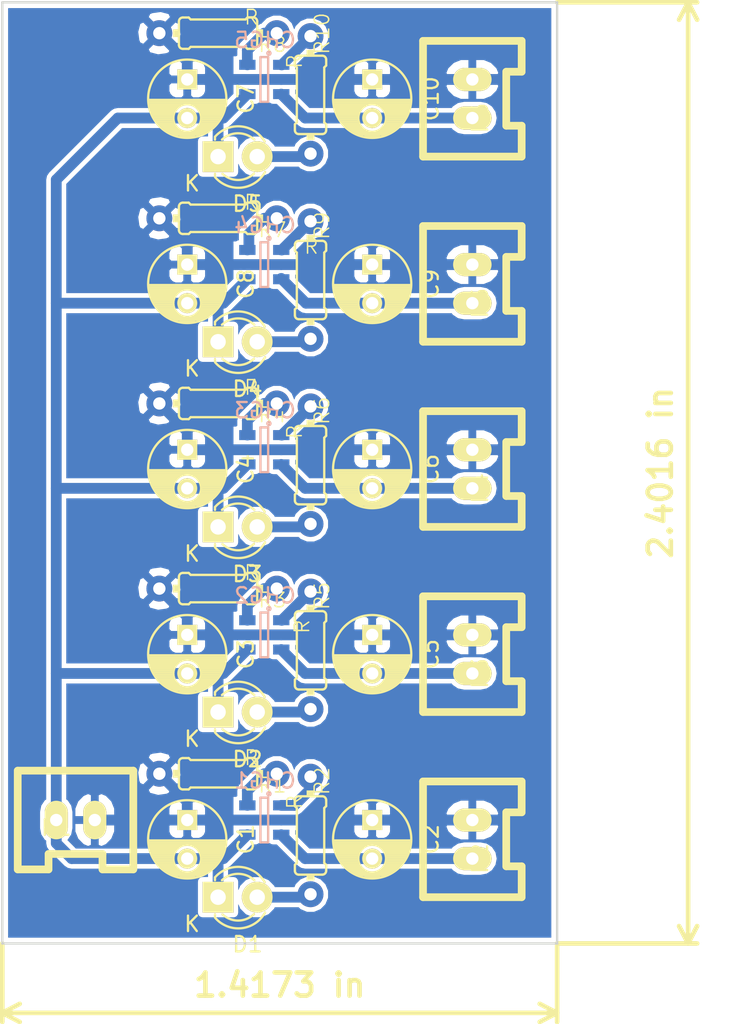
<source format=kicad_pcb>
(kicad_pcb (version 4) (host pcbnew 4.0.1-stable)

  (general
    (links 65)
    (no_connects 0)
    (area 119.924999 46.924999 156.075001 108.075001)
    (thickness 1.6)
    (drawings 6)
    (tracks 122)
    (zones 0)
    (modules 36)
    (nets 23)
  )

  (page A4)
  (layers
    (0 F.Cu signal)
    (31 B.Cu signal)
    (32 B.Adhes user)
    (33 F.Adhes user)
    (34 B.Paste user)
    (35 F.Paste user)
    (36 B.SilkS user)
    (37 F.SilkS user)
    (38 B.Mask user)
    (39 F.Mask user)
    (40 Dwgs.User user)
    (41 Cmts.User user)
    (42 Eco1.User user)
    (43 Eco2.User user)
    (44 Edge.Cuts user)
    (45 Margin user)
    (46 B.CrtYd user)
    (47 F.CrtYd user)
    (48 B.Fab user)
    (49 F.Fab user)
  )

  (setup
    (last_trace_width 0.7)
    (user_trace_width 0.7)
    (trace_clearance 0.2)
    (zone_clearance 0.3)
    (zone_45_only no)
    (trace_min 0.2)
    (segment_width 0.2)
    (edge_width 0.15)
    (via_size 0.6)
    (via_drill 0.4)
    (via_min_size 0.4)
    (via_min_drill 0.3)
    (user_via 1.4 0.8)
    (uvia_size 0.3)
    (uvia_drill 0.1)
    (uvias_allowed no)
    (uvia_min_size 0.2)
    (uvia_min_drill 0.1)
    (pcb_text_width 0.3)
    (pcb_text_size 1.5 1.5)
    (mod_edge_width 0.15)
    (mod_text_size 1 1)
    (mod_text_width 0.15)
    (pad_size 1.524 1.524)
    (pad_drill 0.762)
    (pad_to_mask_clearance 0.2)
    (aux_axis_origin 0 0)
    (visible_elements FFFFFF7F)
    (pcbplotparams
      (layerselection 0x01000_80000000)
      (usegerberextensions false)
      (excludeedgelayer true)
      (linewidth 0.100000)
      (plotframeref false)
      (viasonmask false)
      (mode 1)
      (useauxorigin false)
      (hpglpennumber 1)
      (hpglpenspeed 20)
      (hpglpendiameter 15)
      (hpglpenoverlay 2)
      (psnegative false)
      (psa4output false)
      (plotreference true)
      (plotvalue true)
      (plotinvisibletext false)
      (padsonsilk false)
      (subtractmaskfromsilk false)
      (outputformat 1)
      (mirror false)
      (drillshape 0)
      (scaleselection 1)
      (outputdirectory ""))
  )

  (net 0 "")
  (net 1 "Net-(CHG1-Pad1)")
  (net 2 "Net-(CHG1-Pad5)")
  (net 3 "Net-(D1-Pad2)")
  (net 4 "Net-(C2-Pad2)")
  (net 5 GND)
  (net 6 +5V)
  (net 7 "Net-(C5-Pad2)")
  (net 8 "Net-(C6-Pad2)")
  (net 9 "Net-(C9-Pad2)")
  (net 10 "Net-(C10-Pad2)")
  (net 11 "Net-(CHG2-Pad1)")
  (net 12 "Net-(CHG2-Pad5)")
  (net 13 "Net-(CHG3-Pad1)")
  (net 14 "Net-(CHG3-Pad5)")
  (net 15 "Net-(CHG4-Pad1)")
  (net 16 "Net-(CHG4-Pad5)")
  (net 17 "Net-(CHG5-Pad1)")
  (net 18 "Net-(CHG5-Pad5)")
  (net 19 "Net-(D2-Pad2)")
  (net 20 "Net-(D3-Pad2)")
  (net 21 "Net-(D4-Pad2)")
  (net 22 "Net-(D5-Pad2)")

  (net_class Default "これは標準のネット クラスです。"
    (clearance 0.2)
    (trace_width 0.25)
    (via_dia 0.6)
    (via_drill 0.4)
    (uvia_dia 0.3)
    (uvia_drill 0.1)
    (add_net +5V)
    (add_net GND)
    (add_net "Net-(C10-Pad2)")
    (add_net "Net-(C2-Pad2)")
    (add_net "Net-(C5-Pad2)")
    (add_net "Net-(C6-Pad2)")
    (add_net "Net-(C9-Pad2)")
    (add_net "Net-(CHG1-Pad1)")
    (add_net "Net-(CHG1-Pad5)")
    (add_net "Net-(CHG2-Pad1)")
    (add_net "Net-(CHG2-Pad5)")
    (add_net "Net-(CHG3-Pad1)")
    (add_net "Net-(CHG3-Pad5)")
    (add_net "Net-(CHG4-Pad1)")
    (add_net "Net-(CHG4-Pad5)")
    (add_net "Net-(CHG5-Pad1)")
    (add_net "Net-(CHG5-Pad5)")
    (add_net "Net-(D1-Pad2)")
    (add_net "Net-(D2-Pad2)")
    (add_net "Net-(D3-Pad2)")
    (add_net "Net-(D4-Pad2)")
    (add_net "Net-(D5-Pad2)")
  )

  (module RP_KiCAD_Connector:XA_2T (layer F.Cu) (tedit 56B54DA7) (tstamp 56F09777)
    (at 150.5 102.5 90)
    (path /56F095B0)
    (fp_text reference P2 (at 0 0.5 90) (layer F.SilkS)
      (effects (font (size 1 1) (thickness 0.15)))
    )
    (fp_text value CONN_2 (at 0 -0.5 90) (layer F.Fab)
      (effects (font (size 1 1) (thickness 0.15)))
    )
    (fp_line (start -2.5 3.2) (end -0.5 3.2) (layer F.SilkS) (width 0.5))
    (fp_line (start -0.5 3.2) (end -0.5 2.2) (layer F.SilkS) (width 0.5))
    (fp_line (start -0.5 2.2) (end 3 2.2) (layer F.SilkS) (width 0.5))
    (fp_line (start 3 2.2) (end 3 3.2) (layer F.SilkS) (width 0.5))
    (fp_line (start 3 3.2) (end 5 3.2) (layer F.SilkS) (width 0.5))
    (fp_line (start -2.5 -3.2) (end -2.5 3.2) (layer F.SilkS) (width 0.5))
    (fp_line (start 5 3.2) (end 5 -3.2) (layer F.SilkS) (width 0.5))
    (fp_line (start 5 -3.2) (end -2.5 -3.2) (layer F.SilkS) (width 0.5))
    (pad 1 thru_hole oval (at 0 0 90) (size 1.5 2.5) (drill 0.8) (layers *.Cu *.Mask F.SilkS)
      (net 4 "Net-(C2-Pad2)"))
    (pad 2 thru_hole oval (at 2.5 0 90) (size 1.5 2.5) (drill 0.8) (layers *.Cu *.Mask F.SilkS)
      (net 5 GND))
    (model conn_XA/XA_2T.wrl
      (at (xyz 0.05 0 0))
      (scale (xyz 4 4 4))
      (rotate (xyz -90 0 0))
    )
  )

  (module Capacitors_ThroughHole:C_Radial_D5_L11_P2.5 (layer F.Cu) (tedit 0) (tstamp 56F09756)
    (at 132 100 270)
    (descr "Radial Electrolytic Capacitor Diameter 5mm x Length 11mm, Pitch 2.5mm")
    (tags "Electrolytic Capacitor")
    (path /56F096E2)
    (fp_text reference C1 (at 1.25 -3.8 270) (layer F.SilkS)
      (effects (font (size 1 1) (thickness 0.15)))
    )
    (fp_text value C (at 1.25 3.8 270) (layer F.Fab)
      (effects (font (size 1 1) (thickness 0.15)))
    )
    (fp_line (start 1.325 -2.499) (end 1.325 2.499) (layer F.SilkS) (width 0.15))
    (fp_line (start 1.465 -2.491) (end 1.465 2.491) (layer F.SilkS) (width 0.15))
    (fp_line (start 1.605 -2.475) (end 1.605 -0.095) (layer F.SilkS) (width 0.15))
    (fp_line (start 1.605 0.095) (end 1.605 2.475) (layer F.SilkS) (width 0.15))
    (fp_line (start 1.745 -2.451) (end 1.745 -0.49) (layer F.SilkS) (width 0.15))
    (fp_line (start 1.745 0.49) (end 1.745 2.451) (layer F.SilkS) (width 0.15))
    (fp_line (start 1.885 -2.418) (end 1.885 -0.657) (layer F.SilkS) (width 0.15))
    (fp_line (start 1.885 0.657) (end 1.885 2.418) (layer F.SilkS) (width 0.15))
    (fp_line (start 2.025 -2.377) (end 2.025 -0.764) (layer F.SilkS) (width 0.15))
    (fp_line (start 2.025 0.764) (end 2.025 2.377) (layer F.SilkS) (width 0.15))
    (fp_line (start 2.165 -2.327) (end 2.165 -0.835) (layer F.SilkS) (width 0.15))
    (fp_line (start 2.165 0.835) (end 2.165 2.327) (layer F.SilkS) (width 0.15))
    (fp_line (start 2.305 -2.266) (end 2.305 -0.879) (layer F.SilkS) (width 0.15))
    (fp_line (start 2.305 0.879) (end 2.305 2.266) (layer F.SilkS) (width 0.15))
    (fp_line (start 2.445 -2.196) (end 2.445 -0.898) (layer F.SilkS) (width 0.15))
    (fp_line (start 2.445 0.898) (end 2.445 2.196) (layer F.SilkS) (width 0.15))
    (fp_line (start 2.585 -2.114) (end 2.585 -0.896) (layer F.SilkS) (width 0.15))
    (fp_line (start 2.585 0.896) (end 2.585 2.114) (layer F.SilkS) (width 0.15))
    (fp_line (start 2.725 -2.019) (end 2.725 -0.871) (layer F.SilkS) (width 0.15))
    (fp_line (start 2.725 0.871) (end 2.725 2.019) (layer F.SilkS) (width 0.15))
    (fp_line (start 2.865 -1.908) (end 2.865 -0.823) (layer F.SilkS) (width 0.15))
    (fp_line (start 2.865 0.823) (end 2.865 1.908) (layer F.SilkS) (width 0.15))
    (fp_line (start 3.005 -1.78) (end 3.005 -0.745) (layer F.SilkS) (width 0.15))
    (fp_line (start 3.005 0.745) (end 3.005 1.78) (layer F.SilkS) (width 0.15))
    (fp_line (start 3.145 -1.631) (end 3.145 -0.628) (layer F.SilkS) (width 0.15))
    (fp_line (start 3.145 0.628) (end 3.145 1.631) (layer F.SilkS) (width 0.15))
    (fp_line (start 3.285 -1.452) (end 3.285 -0.44) (layer F.SilkS) (width 0.15))
    (fp_line (start 3.285 0.44) (end 3.285 1.452) (layer F.SilkS) (width 0.15))
    (fp_line (start 3.425 -1.233) (end 3.425 1.233) (layer F.SilkS) (width 0.15))
    (fp_line (start 3.565 -0.944) (end 3.565 0.944) (layer F.SilkS) (width 0.15))
    (fp_line (start 3.705 -0.472) (end 3.705 0.472) (layer F.SilkS) (width 0.15))
    (fp_circle (center 2.5 0) (end 2.5 -0.9) (layer F.SilkS) (width 0.15))
    (fp_circle (center 1.25 0) (end 1.25 -2.5375) (layer F.SilkS) (width 0.15))
    (fp_circle (center 1.25 0) (end 1.25 -2.8) (layer F.CrtYd) (width 0.05))
    (pad 1 thru_hole rect (at 0 0 270) (size 1.3 1.3) (drill 0.8) (layers *.Cu *.Mask F.SilkS)
      (net 5 GND))
    (pad 2 thru_hole circle (at 2.5 0 270) (size 1.3 1.3) (drill 0.8) (layers *.Cu *.Mask F.SilkS)
      (net 6 +5V))
    (model Capacitors_ThroughHole.3dshapes/C_Radial_D5_L11_P2.5.wrl
      (at (xyz 0.049213 0 0))
      (scale (xyz 1 1 1))
      (rotate (xyz 0 0 90))
    )
  )

  (module Capacitors_ThroughHole:C_Radial_D5_L11_P2.5 (layer F.Cu) (tedit 0) (tstamp 56F0975C)
    (at 144 100 270)
    (descr "Radial Electrolytic Capacitor Diameter 5mm x Length 11mm, Pitch 2.5mm")
    (tags "Electrolytic Capacitor")
    (path /56F0974D)
    (fp_text reference C2 (at 1.25 -3.8 270) (layer F.SilkS)
      (effects (font (size 1 1) (thickness 0.15)))
    )
    (fp_text value C (at 1.25 3.8 270) (layer F.Fab)
      (effects (font (size 1 1) (thickness 0.15)))
    )
    (fp_line (start 1.325 -2.499) (end 1.325 2.499) (layer F.SilkS) (width 0.15))
    (fp_line (start 1.465 -2.491) (end 1.465 2.491) (layer F.SilkS) (width 0.15))
    (fp_line (start 1.605 -2.475) (end 1.605 -0.095) (layer F.SilkS) (width 0.15))
    (fp_line (start 1.605 0.095) (end 1.605 2.475) (layer F.SilkS) (width 0.15))
    (fp_line (start 1.745 -2.451) (end 1.745 -0.49) (layer F.SilkS) (width 0.15))
    (fp_line (start 1.745 0.49) (end 1.745 2.451) (layer F.SilkS) (width 0.15))
    (fp_line (start 1.885 -2.418) (end 1.885 -0.657) (layer F.SilkS) (width 0.15))
    (fp_line (start 1.885 0.657) (end 1.885 2.418) (layer F.SilkS) (width 0.15))
    (fp_line (start 2.025 -2.377) (end 2.025 -0.764) (layer F.SilkS) (width 0.15))
    (fp_line (start 2.025 0.764) (end 2.025 2.377) (layer F.SilkS) (width 0.15))
    (fp_line (start 2.165 -2.327) (end 2.165 -0.835) (layer F.SilkS) (width 0.15))
    (fp_line (start 2.165 0.835) (end 2.165 2.327) (layer F.SilkS) (width 0.15))
    (fp_line (start 2.305 -2.266) (end 2.305 -0.879) (layer F.SilkS) (width 0.15))
    (fp_line (start 2.305 0.879) (end 2.305 2.266) (layer F.SilkS) (width 0.15))
    (fp_line (start 2.445 -2.196) (end 2.445 -0.898) (layer F.SilkS) (width 0.15))
    (fp_line (start 2.445 0.898) (end 2.445 2.196) (layer F.SilkS) (width 0.15))
    (fp_line (start 2.585 -2.114) (end 2.585 -0.896) (layer F.SilkS) (width 0.15))
    (fp_line (start 2.585 0.896) (end 2.585 2.114) (layer F.SilkS) (width 0.15))
    (fp_line (start 2.725 -2.019) (end 2.725 -0.871) (layer F.SilkS) (width 0.15))
    (fp_line (start 2.725 0.871) (end 2.725 2.019) (layer F.SilkS) (width 0.15))
    (fp_line (start 2.865 -1.908) (end 2.865 -0.823) (layer F.SilkS) (width 0.15))
    (fp_line (start 2.865 0.823) (end 2.865 1.908) (layer F.SilkS) (width 0.15))
    (fp_line (start 3.005 -1.78) (end 3.005 -0.745) (layer F.SilkS) (width 0.15))
    (fp_line (start 3.005 0.745) (end 3.005 1.78) (layer F.SilkS) (width 0.15))
    (fp_line (start 3.145 -1.631) (end 3.145 -0.628) (layer F.SilkS) (width 0.15))
    (fp_line (start 3.145 0.628) (end 3.145 1.631) (layer F.SilkS) (width 0.15))
    (fp_line (start 3.285 -1.452) (end 3.285 -0.44) (layer F.SilkS) (width 0.15))
    (fp_line (start 3.285 0.44) (end 3.285 1.452) (layer F.SilkS) (width 0.15))
    (fp_line (start 3.425 -1.233) (end 3.425 1.233) (layer F.SilkS) (width 0.15))
    (fp_line (start 3.565 -0.944) (end 3.565 0.944) (layer F.SilkS) (width 0.15))
    (fp_line (start 3.705 -0.472) (end 3.705 0.472) (layer F.SilkS) (width 0.15))
    (fp_circle (center 2.5 0) (end 2.5 -0.9) (layer F.SilkS) (width 0.15))
    (fp_circle (center 1.25 0) (end 1.25 -2.5375) (layer F.SilkS) (width 0.15))
    (fp_circle (center 1.25 0) (end 1.25 -2.8) (layer F.CrtYd) (width 0.05))
    (pad 1 thru_hole rect (at 0 0 270) (size 1.3 1.3) (drill 0.8) (layers *.Cu *.Mask F.SilkS)
      (net 5 GND))
    (pad 2 thru_hole circle (at 2.5 0 270) (size 1.3 1.3) (drill 0.8) (layers *.Cu *.Mask F.SilkS)
      (net 4 "Net-(C2-Pad2)"))
    (model Capacitors_ThroughHole.3dshapes/C_Radial_D5_L11_P2.5.wrl
      (at (xyz 0.049213 0 0))
      (scale (xyz 1 1 1))
      (rotate (xyz 0 0 90))
    )
  )

  (module TO_SOT_Packages_SMD:SOT-23-5 (layer B.Cu) (tedit 55360473) (tstamp 56F09765)
    (at 137 100 180)
    (descr "5-pin SOT23 package")
    (tags SOT-23-5)
    (path /56F0957B)
    (attr smd)
    (fp_text reference CHG1 (at -0.05 2.55 180) (layer B.SilkS)
      (effects (font (size 1 1) (thickness 0.15)) (justify mirror))
    )
    (fp_text value MCP73831 (at -0.05 -2.35 180) (layer B.Fab)
      (effects (font (size 1 1) (thickness 0.15)) (justify mirror))
    )
    (fp_line (start -1.8 1.6) (end 1.8 1.6) (layer B.CrtYd) (width 0.05))
    (fp_line (start 1.8 1.6) (end 1.8 -1.6) (layer B.CrtYd) (width 0.05))
    (fp_line (start 1.8 -1.6) (end -1.8 -1.6) (layer B.CrtYd) (width 0.05))
    (fp_line (start -1.8 -1.6) (end -1.8 1.6) (layer B.CrtYd) (width 0.05))
    (fp_circle (center -0.3 1.7) (end -0.2 1.7) (layer B.SilkS) (width 0.15))
    (fp_line (start 0.25 1.45) (end -0.25 1.45) (layer B.SilkS) (width 0.15))
    (fp_line (start 0.25 -1.45) (end 0.25 1.45) (layer B.SilkS) (width 0.15))
    (fp_line (start -0.25 -1.45) (end 0.25 -1.45) (layer B.SilkS) (width 0.15))
    (fp_line (start -0.25 1.45) (end -0.25 -1.45) (layer B.SilkS) (width 0.15))
    (pad 1 smd rect (at -1.1 0.95 180) (size 1.06 0.65) (layers B.Cu B.Paste B.Mask)
      (net 1 "Net-(CHG1-Pad1)"))
    (pad 2 smd rect (at -1.1 0 180) (size 1.06 0.65) (layers B.Cu B.Paste B.Mask)
      (net 5 GND))
    (pad 3 smd rect (at -1.1 -0.95 180) (size 1.06 0.65) (layers B.Cu B.Paste B.Mask)
      (net 4 "Net-(C2-Pad2)"))
    (pad 4 smd rect (at 1.1 -0.95 180) (size 1.06 0.65) (layers B.Cu B.Paste B.Mask)
      (net 6 +5V))
    (pad 5 smd rect (at 1.1 0.95 180) (size 1.06 0.65) (layers B.Cu B.Paste B.Mask)
      (net 2 "Net-(CHG1-Pad5)"))
    (model TO_SOT_Packages_SMD.3dshapes/SOT-23-5.wrl
      (at (xyz 0 0 0))
      (scale (xyz 1 1 1))
      (rotate (xyz 0 0 0))
    )
  )

  (module LEDs:LED-3MM (layer F.Cu) (tedit 559B82F6) (tstamp 56F0976B)
    (at 134 105)
    (descr "LED 3mm round vertical")
    (tags "LED  3mm round vertical")
    (path /56F09813)
    (fp_text reference D1 (at 1.91 3.06) (layer F.SilkS)
      (effects (font (size 1 1) (thickness 0.15)))
    )
    (fp_text value LED (at 1.3 -2.9) (layer F.Fab)
      (effects (font (size 1 1) (thickness 0.15)))
    )
    (fp_line (start -1.2 2.3) (end 3.8 2.3) (layer F.CrtYd) (width 0.05))
    (fp_line (start 3.8 2.3) (end 3.8 -2.2) (layer F.CrtYd) (width 0.05))
    (fp_line (start 3.8 -2.2) (end -1.2 -2.2) (layer F.CrtYd) (width 0.05))
    (fp_line (start -1.2 -2.2) (end -1.2 2.3) (layer F.CrtYd) (width 0.05))
    (fp_line (start -0.199 1.314) (end -0.199 1.114) (layer F.SilkS) (width 0.15))
    (fp_line (start -0.199 -1.28) (end -0.199 -1.1) (layer F.SilkS) (width 0.15))
    (fp_arc (start 1.301 0.034) (end -0.199 -1.286) (angle 108.5) (layer F.SilkS) (width 0.15))
    (fp_arc (start 1.301 0.034) (end 0.25 -1.1) (angle 85.7) (layer F.SilkS) (width 0.15))
    (fp_arc (start 1.311 0.034) (end 3.051 0.994) (angle 110) (layer F.SilkS) (width 0.15))
    (fp_arc (start 1.301 0.034) (end 2.335 1.094) (angle 87.5) (layer F.SilkS) (width 0.15))
    (fp_text user K (at -1.69 1.74) (layer F.SilkS)
      (effects (font (size 1 1) (thickness 0.15)))
    )
    (pad 1 thru_hole rect (at 0 0 90) (size 2 2) (drill 1.00076) (layers *.Cu *.Mask F.SilkS)
      (net 6 +5V))
    (pad 2 thru_hole circle (at 2.54 0) (size 2 2) (drill 1.00076) (layers *.Cu *.Mask F.SilkS)
      (net 3 "Net-(D1-Pad2)"))
    (model LEDs.3dshapes/LED-3MM.wrl
      (at (xyz 0.05 0 0))
      (scale (xyz 1 1 1))
      (rotate (xyz 0 0 90))
    )
  )

  (module RP_KiCAD_Connector:XA_2T (layer F.Cu) (tedit 56B54DA7) (tstamp 56F09771)
    (at 123.5 100)
    (path /56F0962F)
    (fp_text reference P1 (at 0 0.5) (layer F.SilkS)
      (effects (font (size 1 1) (thickness 0.15)))
    )
    (fp_text value CONN_2 (at 0 -0.5) (layer F.Fab)
      (effects (font (size 1 1) (thickness 0.15)))
    )
    (fp_line (start -2.5 3.2) (end -0.5 3.2) (layer F.SilkS) (width 0.5))
    (fp_line (start -0.5 3.2) (end -0.5 2.2) (layer F.SilkS) (width 0.5))
    (fp_line (start -0.5 2.2) (end 3 2.2) (layer F.SilkS) (width 0.5))
    (fp_line (start 3 2.2) (end 3 3.2) (layer F.SilkS) (width 0.5))
    (fp_line (start 3 3.2) (end 5 3.2) (layer F.SilkS) (width 0.5))
    (fp_line (start -2.5 -3.2) (end -2.5 3.2) (layer F.SilkS) (width 0.5))
    (fp_line (start 5 3.2) (end 5 -3.2) (layer F.SilkS) (width 0.5))
    (fp_line (start 5 -3.2) (end -2.5 -3.2) (layer F.SilkS) (width 0.5))
    (pad 1 thru_hole oval (at 0 0) (size 1.5 2.5) (drill 0.8) (layers *.Cu *.Mask F.SilkS)
      (net 6 +5V))
    (pad 2 thru_hole oval (at 2.5 0) (size 1.5 2.5) (drill 0.8) (layers *.Cu *.Mask F.SilkS)
      (net 5 GND))
    (model conn_XA/XA_2T.wrl
      (at (xyz 0.05 0 0))
      (scale (xyz 4 4 4))
      (rotate (xyz -90 0 0))
    )
  )

  (module RP_KiCAD_Libs:0204_2f7 (layer F.Cu) (tedit 0) (tstamp 56F0977D)
    (at 134 97 180)
    (descr "<b>RESISTOR</b><p>\ntype 0204, grid 7.5 mm")
    (path /56F0979E)
    (fp_text reference R1 (at -2.54 -1.2954 180) (layer F.SilkS)
      (effects (font (size 0.94107 0.94107) (thickness 0.09906)) (justify left bottom))
    )
    (fp_text value R (at -1.6256 0.4826 180) (layer F.SilkS)
      (effects (font (size 0.94107 0.94107) (thickness 0.09906)) (justify left bottom))
    )
    (fp_line (start 3.81 0) (end 2.921 0) (layer Dwgs.User) (width 0.508))
    (fp_line (start -3.81 0) (end -2.921 0) (layer Dwgs.User) (width 0.508))
    (fp_arc (start -2.286 -0.762) (end -2.54 -0.762) (angle 90) (layer F.SilkS) (width 0.1524))
    (fp_arc (start -2.286 0.762) (end -2.54 0.762) (angle -90) (layer F.SilkS) (width 0.1524))
    (fp_arc (start 2.286 0.762) (end 2.286 1.016) (angle -90) (layer F.SilkS) (width 0.1524))
    (fp_arc (start 2.286 -0.762) (end 2.286 -1.016) (angle 90) (layer F.SilkS) (width 0.1524))
    (fp_line (start -2.54 0.762) (end -2.54 -0.762) (layer F.SilkS) (width 0.1524))
    (fp_line (start -2.286 -1.016) (end -1.905 -1.016) (layer F.SilkS) (width 0.1524))
    (fp_line (start -1.778 -0.889) (end -1.905 -1.016) (layer F.SilkS) (width 0.1524))
    (fp_line (start -2.286 1.016) (end -1.905 1.016) (layer F.SilkS) (width 0.1524))
    (fp_line (start -1.778 0.889) (end -1.905 1.016) (layer F.SilkS) (width 0.1524))
    (fp_line (start 1.778 -0.889) (end 1.905 -1.016) (layer F.SilkS) (width 0.1524))
    (fp_line (start 1.778 -0.889) (end -1.778 -0.889) (layer F.SilkS) (width 0.1524))
    (fp_line (start 1.778 0.889) (end 1.905 1.016) (layer F.SilkS) (width 0.1524))
    (fp_line (start 1.778 0.889) (end -1.778 0.889) (layer F.SilkS) (width 0.1524))
    (fp_line (start 2.286 -1.016) (end 1.905 -1.016) (layer F.SilkS) (width 0.1524))
    (fp_line (start 2.286 1.016) (end 1.905 1.016) (layer F.SilkS) (width 0.1524))
    (fp_line (start 2.54 0.762) (end 2.54 -0.762) (layer F.SilkS) (width 0.1524))
    (fp_poly (pts (xy 2.54 0.254) (xy 2.921 0.254) (xy 2.921 -0.254) (xy 2.54 -0.254)) (layer F.SilkS) (width 0))
    (fp_poly (pts (xy -2.921 0.254) (xy -2.54 0.254) (xy -2.54 -0.254) (xy -2.921 -0.254)) (layer F.SilkS) (width 0))
    (pad 1 thru_hole circle (at -3.81 0 180) (size 1.6764 1.6764) (drill 0.8) (layers *.Cu *.Mask)
      (net 2 "Net-(CHG1-Pad5)"))
    (pad 2 thru_hole circle (at 3.81 0 180) (size 1.6764 1.6764) (drill 0.8) (layers *.Cu *.Mask)
      (net 5 GND))
    (model discret/resistors/horizontal/r_h_820R.wrl
      (at (xyz 0 0 0))
      (scale (xyz 0.3 0.3 0.3))
      (rotate (xyz 0 0 0))
    )
  )

  (module RP_KiCAD_Libs:0204_2f7 (layer F.Cu) (tedit 0) (tstamp 56F09783)
    (at 140 101 270)
    (descr "<b>RESISTOR</b><p>\ntype 0204, grid 7.5 mm")
    (path /56F0988F)
    (fp_text reference R2 (at -2.54 -1.2954 270) (layer F.SilkS)
      (effects (font (size 0.94107 0.94107) (thickness 0.09906)) (justify left bottom))
    )
    (fp_text value R (at -1.6256 0.4826 270) (layer F.SilkS)
      (effects (font (size 0.94107 0.94107) (thickness 0.09906)) (justify left bottom))
    )
    (fp_line (start 3.81 0) (end 2.921 0) (layer Dwgs.User) (width 0.508))
    (fp_line (start -3.81 0) (end -2.921 0) (layer Dwgs.User) (width 0.508))
    (fp_arc (start -2.286 -0.762) (end -2.54 -0.762) (angle 90) (layer F.SilkS) (width 0.1524))
    (fp_arc (start -2.286 0.762) (end -2.54 0.762) (angle -90) (layer F.SilkS) (width 0.1524))
    (fp_arc (start 2.286 0.762) (end 2.286 1.016) (angle -90) (layer F.SilkS) (width 0.1524))
    (fp_arc (start 2.286 -0.762) (end 2.286 -1.016) (angle 90) (layer F.SilkS) (width 0.1524))
    (fp_line (start -2.54 0.762) (end -2.54 -0.762) (layer F.SilkS) (width 0.1524))
    (fp_line (start -2.286 -1.016) (end -1.905 -1.016) (layer F.SilkS) (width 0.1524))
    (fp_line (start -1.778 -0.889) (end -1.905 -1.016) (layer F.SilkS) (width 0.1524))
    (fp_line (start -2.286 1.016) (end -1.905 1.016) (layer F.SilkS) (width 0.1524))
    (fp_line (start -1.778 0.889) (end -1.905 1.016) (layer F.SilkS) (width 0.1524))
    (fp_line (start 1.778 -0.889) (end 1.905 -1.016) (layer F.SilkS) (width 0.1524))
    (fp_line (start 1.778 -0.889) (end -1.778 -0.889) (layer F.SilkS) (width 0.1524))
    (fp_line (start 1.778 0.889) (end 1.905 1.016) (layer F.SilkS) (width 0.1524))
    (fp_line (start 1.778 0.889) (end -1.778 0.889) (layer F.SilkS) (width 0.1524))
    (fp_line (start 2.286 -1.016) (end 1.905 -1.016) (layer F.SilkS) (width 0.1524))
    (fp_line (start 2.286 1.016) (end 1.905 1.016) (layer F.SilkS) (width 0.1524))
    (fp_line (start 2.54 0.762) (end 2.54 -0.762) (layer F.SilkS) (width 0.1524))
    (fp_poly (pts (xy 2.54 0.254) (xy 2.921 0.254) (xy 2.921 -0.254) (xy 2.54 -0.254)) (layer F.SilkS) (width 0))
    (fp_poly (pts (xy -2.921 0.254) (xy -2.54 0.254) (xy -2.54 -0.254) (xy -2.921 -0.254)) (layer F.SilkS) (width 0))
    (pad 1 thru_hole circle (at -3.81 0 270) (size 1.6764 1.6764) (drill 0.8) (layers *.Cu *.Mask)
      (net 1 "Net-(CHG1-Pad1)"))
    (pad 2 thru_hole circle (at 3.81 0 270) (size 1.6764 1.6764) (drill 0.8) (layers *.Cu *.Mask)
      (net 3 "Net-(D1-Pad2)"))
    (model discret/resistors/horizontal/r_h_820R.wrl
      (at (xyz 0 0 0))
      (scale (xyz 0.3 0.3 0.3))
      (rotate (xyz 0 0 0))
    )
  )

  (module Capacitors_ThroughHole:C_Radial_D5_L11_P2.5 (layer F.Cu) (tedit 0) (tstamp 56F09CB6)
    (at 132 88 270)
    (descr "Radial Electrolytic Capacitor Diameter 5mm x Length 11mm, Pitch 2.5mm")
    (tags "Electrolytic Capacitor")
    (path /56F0CA23)
    (fp_text reference C3 (at 1.25 -3.8 270) (layer F.SilkS)
      (effects (font (size 1 1) (thickness 0.15)))
    )
    (fp_text value C (at 1.25 3.8 270) (layer F.Fab)
      (effects (font (size 1 1) (thickness 0.15)))
    )
    (fp_line (start 1.325 -2.499) (end 1.325 2.499) (layer F.SilkS) (width 0.15))
    (fp_line (start 1.465 -2.491) (end 1.465 2.491) (layer F.SilkS) (width 0.15))
    (fp_line (start 1.605 -2.475) (end 1.605 -0.095) (layer F.SilkS) (width 0.15))
    (fp_line (start 1.605 0.095) (end 1.605 2.475) (layer F.SilkS) (width 0.15))
    (fp_line (start 1.745 -2.451) (end 1.745 -0.49) (layer F.SilkS) (width 0.15))
    (fp_line (start 1.745 0.49) (end 1.745 2.451) (layer F.SilkS) (width 0.15))
    (fp_line (start 1.885 -2.418) (end 1.885 -0.657) (layer F.SilkS) (width 0.15))
    (fp_line (start 1.885 0.657) (end 1.885 2.418) (layer F.SilkS) (width 0.15))
    (fp_line (start 2.025 -2.377) (end 2.025 -0.764) (layer F.SilkS) (width 0.15))
    (fp_line (start 2.025 0.764) (end 2.025 2.377) (layer F.SilkS) (width 0.15))
    (fp_line (start 2.165 -2.327) (end 2.165 -0.835) (layer F.SilkS) (width 0.15))
    (fp_line (start 2.165 0.835) (end 2.165 2.327) (layer F.SilkS) (width 0.15))
    (fp_line (start 2.305 -2.266) (end 2.305 -0.879) (layer F.SilkS) (width 0.15))
    (fp_line (start 2.305 0.879) (end 2.305 2.266) (layer F.SilkS) (width 0.15))
    (fp_line (start 2.445 -2.196) (end 2.445 -0.898) (layer F.SilkS) (width 0.15))
    (fp_line (start 2.445 0.898) (end 2.445 2.196) (layer F.SilkS) (width 0.15))
    (fp_line (start 2.585 -2.114) (end 2.585 -0.896) (layer F.SilkS) (width 0.15))
    (fp_line (start 2.585 0.896) (end 2.585 2.114) (layer F.SilkS) (width 0.15))
    (fp_line (start 2.725 -2.019) (end 2.725 -0.871) (layer F.SilkS) (width 0.15))
    (fp_line (start 2.725 0.871) (end 2.725 2.019) (layer F.SilkS) (width 0.15))
    (fp_line (start 2.865 -1.908) (end 2.865 -0.823) (layer F.SilkS) (width 0.15))
    (fp_line (start 2.865 0.823) (end 2.865 1.908) (layer F.SilkS) (width 0.15))
    (fp_line (start 3.005 -1.78) (end 3.005 -0.745) (layer F.SilkS) (width 0.15))
    (fp_line (start 3.005 0.745) (end 3.005 1.78) (layer F.SilkS) (width 0.15))
    (fp_line (start 3.145 -1.631) (end 3.145 -0.628) (layer F.SilkS) (width 0.15))
    (fp_line (start 3.145 0.628) (end 3.145 1.631) (layer F.SilkS) (width 0.15))
    (fp_line (start 3.285 -1.452) (end 3.285 -0.44) (layer F.SilkS) (width 0.15))
    (fp_line (start 3.285 0.44) (end 3.285 1.452) (layer F.SilkS) (width 0.15))
    (fp_line (start 3.425 -1.233) (end 3.425 1.233) (layer F.SilkS) (width 0.15))
    (fp_line (start 3.565 -0.944) (end 3.565 0.944) (layer F.SilkS) (width 0.15))
    (fp_line (start 3.705 -0.472) (end 3.705 0.472) (layer F.SilkS) (width 0.15))
    (fp_circle (center 2.5 0) (end 2.5 -0.9) (layer F.SilkS) (width 0.15))
    (fp_circle (center 1.25 0) (end 1.25 -2.5375) (layer F.SilkS) (width 0.15))
    (fp_circle (center 1.25 0) (end 1.25 -2.8) (layer F.CrtYd) (width 0.05))
    (pad 1 thru_hole rect (at 0 0 270) (size 1.3 1.3) (drill 0.8) (layers *.Cu *.Mask F.SilkS)
      (net 5 GND))
    (pad 2 thru_hole circle (at 2.5 0 270) (size 1.3 1.3) (drill 0.8) (layers *.Cu *.Mask F.SilkS)
      (net 6 +5V))
    (model Capacitors_ThroughHole.3dshapes/C_Radial_D5_L11_P2.5.wrl
      (at (xyz 0.049213 0 0))
      (scale (xyz 1 1 1))
      (rotate (xyz 0 0 90))
    )
  )

  (module Capacitors_ThroughHole:C_Radial_D5_L11_P2.5 (layer F.Cu) (tedit 0) (tstamp 56F09CBC)
    (at 132 76 270)
    (descr "Radial Electrolytic Capacitor Diameter 5mm x Length 11mm, Pitch 2.5mm")
    (tags "Electrolytic Capacitor")
    (path /56F0D0A0)
    (fp_text reference C4 (at 1.25 -3.8 270) (layer F.SilkS)
      (effects (font (size 1 1) (thickness 0.15)))
    )
    (fp_text value C (at 1.25 3.8 270) (layer F.Fab)
      (effects (font (size 1 1) (thickness 0.15)))
    )
    (fp_line (start 1.325 -2.499) (end 1.325 2.499) (layer F.SilkS) (width 0.15))
    (fp_line (start 1.465 -2.491) (end 1.465 2.491) (layer F.SilkS) (width 0.15))
    (fp_line (start 1.605 -2.475) (end 1.605 -0.095) (layer F.SilkS) (width 0.15))
    (fp_line (start 1.605 0.095) (end 1.605 2.475) (layer F.SilkS) (width 0.15))
    (fp_line (start 1.745 -2.451) (end 1.745 -0.49) (layer F.SilkS) (width 0.15))
    (fp_line (start 1.745 0.49) (end 1.745 2.451) (layer F.SilkS) (width 0.15))
    (fp_line (start 1.885 -2.418) (end 1.885 -0.657) (layer F.SilkS) (width 0.15))
    (fp_line (start 1.885 0.657) (end 1.885 2.418) (layer F.SilkS) (width 0.15))
    (fp_line (start 2.025 -2.377) (end 2.025 -0.764) (layer F.SilkS) (width 0.15))
    (fp_line (start 2.025 0.764) (end 2.025 2.377) (layer F.SilkS) (width 0.15))
    (fp_line (start 2.165 -2.327) (end 2.165 -0.835) (layer F.SilkS) (width 0.15))
    (fp_line (start 2.165 0.835) (end 2.165 2.327) (layer F.SilkS) (width 0.15))
    (fp_line (start 2.305 -2.266) (end 2.305 -0.879) (layer F.SilkS) (width 0.15))
    (fp_line (start 2.305 0.879) (end 2.305 2.266) (layer F.SilkS) (width 0.15))
    (fp_line (start 2.445 -2.196) (end 2.445 -0.898) (layer F.SilkS) (width 0.15))
    (fp_line (start 2.445 0.898) (end 2.445 2.196) (layer F.SilkS) (width 0.15))
    (fp_line (start 2.585 -2.114) (end 2.585 -0.896) (layer F.SilkS) (width 0.15))
    (fp_line (start 2.585 0.896) (end 2.585 2.114) (layer F.SilkS) (width 0.15))
    (fp_line (start 2.725 -2.019) (end 2.725 -0.871) (layer F.SilkS) (width 0.15))
    (fp_line (start 2.725 0.871) (end 2.725 2.019) (layer F.SilkS) (width 0.15))
    (fp_line (start 2.865 -1.908) (end 2.865 -0.823) (layer F.SilkS) (width 0.15))
    (fp_line (start 2.865 0.823) (end 2.865 1.908) (layer F.SilkS) (width 0.15))
    (fp_line (start 3.005 -1.78) (end 3.005 -0.745) (layer F.SilkS) (width 0.15))
    (fp_line (start 3.005 0.745) (end 3.005 1.78) (layer F.SilkS) (width 0.15))
    (fp_line (start 3.145 -1.631) (end 3.145 -0.628) (layer F.SilkS) (width 0.15))
    (fp_line (start 3.145 0.628) (end 3.145 1.631) (layer F.SilkS) (width 0.15))
    (fp_line (start 3.285 -1.452) (end 3.285 -0.44) (layer F.SilkS) (width 0.15))
    (fp_line (start 3.285 0.44) (end 3.285 1.452) (layer F.SilkS) (width 0.15))
    (fp_line (start 3.425 -1.233) (end 3.425 1.233) (layer F.SilkS) (width 0.15))
    (fp_line (start 3.565 -0.944) (end 3.565 0.944) (layer F.SilkS) (width 0.15))
    (fp_line (start 3.705 -0.472) (end 3.705 0.472) (layer F.SilkS) (width 0.15))
    (fp_circle (center 2.5 0) (end 2.5 -0.9) (layer F.SilkS) (width 0.15))
    (fp_circle (center 1.25 0) (end 1.25 -2.5375) (layer F.SilkS) (width 0.15))
    (fp_circle (center 1.25 0) (end 1.25 -2.8) (layer F.CrtYd) (width 0.05))
    (pad 1 thru_hole rect (at 0 0 270) (size 1.3 1.3) (drill 0.8) (layers *.Cu *.Mask F.SilkS)
      (net 5 GND))
    (pad 2 thru_hole circle (at 2.5 0 270) (size 1.3 1.3) (drill 0.8) (layers *.Cu *.Mask F.SilkS)
      (net 6 +5V))
    (model Capacitors_ThroughHole.3dshapes/C_Radial_D5_L11_P2.5.wrl
      (at (xyz 0.049213 0 0))
      (scale (xyz 1 1 1))
      (rotate (xyz 0 0 90))
    )
  )

  (module Capacitors_ThroughHole:C_Radial_D5_L11_P2.5 (layer F.Cu) (tedit 0) (tstamp 56F09CC2)
    (at 144 88 270)
    (descr "Radial Electrolytic Capacitor Diameter 5mm x Length 11mm, Pitch 2.5mm")
    (tags "Electrolytic Capacitor")
    (path /56F0CA29)
    (fp_text reference C5 (at 1.25 -3.8 270) (layer F.SilkS)
      (effects (font (size 1 1) (thickness 0.15)))
    )
    (fp_text value C (at 1.25 3.8 270) (layer F.Fab)
      (effects (font (size 1 1) (thickness 0.15)))
    )
    (fp_line (start 1.325 -2.499) (end 1.325 2.499) (layer F.SilkS) (width 0.15))
    (fp_line (start 1.465 -2.491) (end 1.465 2.491) (layer F.SilkS) (width 0.15))
    (fp_line (start 1.605 -2.475) (end 1.605 -0.095) (layer F.SilkS) (width 0.15))
    (fp_line (start 1.605 0.095) (end 1.605 2.475) (layer F.SilkS) (width 0.15))
    (fp_line (start 1.745 -2.451) (end 1.745 -0.49) (layer F.SilkS) (width 0.15))
    (fp_line (start 1.745 0.49) (end 1.745 2.451) (layer F.SilkS) (width 0.15))
    (fp_line (start 1.885 -2.418) (end 1.885 -0.657) (layer F.SilkS) (width 0.15))
    (fp_line (start 1.885 0.657) (end 1.885 2.418) (layer F.SilkS) (width 0.15))
    (fp_line (start 2.025 -2.377) (end 2.025 -0.764) (layer F.SilkS) (width 0.15))
    (fp_line (start 2.025 0.764) (end 2.025 2.377) (layer F.SilkS) (width 0.15))
    (fp_line (start 2.165 -2.327) (end 2.165 -0.835) (layer F.SilkS) (width 0.15))
    (fp_line (start 2.165 0.835) (end 2.165 2.327) (layer F.SilkS) (width 0.15))
    (fp_line (start 2.305 -2.266) (end 2.305 -0.879) (layer F.SilkS) (width 0.15))
    (fp_line (start 2.305 0.879) (end 2.305 2.266) (layer F.SilkS) (width 0.15))
    (fp_line (start 2.445 -2.196) (end 2.445 -0.898) (layer F.SilkS) (width 0.15))
    (fp_line (start 2.445 0.898) (end 2.445 2.196) (layer F.SilkS) (width 0.15))
    (fp_line (start 2.585 -2.114) (end 2.585 -0.896) (layer F.SilkS) (width 0.15))
    (fp_line (start 2.585 0.896) (end 2.585 2.114) (layer F.SilkS) (width 0.15))
    (fp_line (start 2.725 -2.019) (end 2.725 -0.871) (layer F.SilkS) (width 0.15))
    (fp_line (start 2.725 0.871) (end 2.725 2.019) (layer F.SilkS) (width 0.15))
    (fp_line (start 2.865 -1.908) (end 2.865 -0.823) (layer F.SilkS) (width 0.15))
    (fp_line (start 2.865 0.823) (end 2.865 1.908) (layer F.SilkS) (width 0.15))
    (fp_line (start 3.005 -1.78) (end 3.005 -0.745) (layer F.SilkS) (width 0.15))
    (fp_line (start 3.005 0.745) (end 3.005 1.78) (layer F.SilkS) (width 0.15))
    (fp_line (start 3.145 -1.631) (end 3.145 -0.628) (layer F.SilkS) (width 0.15))
    (fp_line (start 3.145 0.628) (end 3.145 1.631) (layer F.SilkS) (width 0.15))
    (fp_line (start 3.285 -1.452) (end 3.285 -0.44) (layer F.SilkS) (width 0.15))
    (fp_line (start 3.285 0.44) (end 3.285 1.452) (layer F.SilkS) (width 0.15))
    (fp_line (start 3.425 -1.233) (end 3.425 1.233) (layer F.SilkS) (width 0.15))
    (fp_line (start 3.565 -0.944) (end 3.565 0.944) (layer F.SilkS) (width 0.15))
    (fp_line (start 3.705 -0.472) (end 3.705 0.472) (layer F.SilkS) (width 0.15))
    (fp_circle (center 2.5 0) (end 2.5 -0.9) (layer F.SilkS) (width 0.15))
    (fp_circle (center 1.25 0) (end 1.25 -2.5375) (layer F.SilkS) (width 0.15))
    (fp_circle (center 1.25 0) (end 1.25 -2.8) (layer F.CrtYd) (width 0.05))
    (pad 1 thru_hole rect (at 0 0 270) (size 1.3 1.3) (drill 0.8) (layers *.Cu *.Mask F.SilkS)
      (net 5 GND))
    (pad 2 thru_hole circle (at 2.5 0 270) (size 1.3 1.3) (drill 0.8) (layers *.Cu *.Mask F.SilkS)
      (net 7 "Net-(C5-Pad2)"))
    (model Capacitors_ThroughHole.3dshapes/C_Radial_D5_L11_P2.5.wrl
      (at (xyz 0.049213 0 0))
      (scale (xyz 1 1 1))
      (rotate (xyz 0 0 90))
    )
  )

  (module Capacitors_ThroughHole:C_Radial_D5_L11_P2.5 (layer F.Cu) (tedit 0) (tstamp 56F09CC8)
    (at 144 76 270)
    (descr "Radial Electrolytic Capacitor Diameter 5mm x Length 11mm, Pitch 2.5mm")
    (tags "Electrolytic Capacitor")
    (path /56F0D0A6)
    (fp_text reference C6 (at 1.25 -3.8 270) (layer F.SilkS)
      (effects (font (size 1 1) (thickness 0.15)))
    )
    (fp_text value C (at 1.25 3.8 270) (layer F.Fab)
      (effects (font (size 1 1) (thickness 0.15)))
    )
    (fp_line (start 1.325 -2.499) (end 1.325 2.499) (layer F.SilkS) (width 0.15))
    (fp_line (start 1.465 -2.491) (end 1.465 2.491) (layer F.SilkS) (width 0.15))
    (fp_line (start 1.605 -2.475) (end 1.605 -0.095) (layer F.SilkS) (width 0.15))
    (fp_line (start 1.605 0.095) (end 1.605 2.475) (layer F.SilkS) (width 0.15))
    (fp_line (start 1.745 -2.451) (end 1.745 -0.49) (layer F.SilkS) (width 0.15))
    (fp_line (start 1.745 0.49) (end 1.745 2.451) (layer F.SilkS) (width 0.15))
    (fp_line (start 1.885 -2.418) (end 1.885 -0.657) (layer F.SilkS) (width 0.15))
    (fp_line (start 1.885 0.657) (end 1.885 2.418) (layer F.SilkS) (width 0.15))
    (fp_line (start 2.025 -2.377) (end 2.025 -0.764) (layer F.SilkS) (width 0.15))
    (fp_line (start 2.025 0.764) (end 2.025 2.377) (layer F.SilkS) (width 0.15))
    (fp_line (start 2.165 -2.327) (end 2.165 -0.835) (layer F.SilkS) (width 0.15))
    (fp_line (start 2.165 0.835) (end 2.165 2.327) (layer F.SilkS) (width 0.15))
    (fp_line (start 2.305 -2.266) (end 2.305 -0.879) (layer F.SilkS) (width 0.15))
    (fp_line (start 2.305 0.879) (end 2.305 2.266) (layer F.SilkS) (width 0.15))
    (fp_line (start 2.445 -2.196) (end 2.445 -0.898) (layer F.SilkS) (width 0.15))
    (fp_line (start 2.445 0.898) (end 2.445 2.196) (layer F.SilkS) (width 0.15))
    (fp_line (start 2.585 -2.114) (end 2.585 -0.896) (layer F.SilkS) (width 0.15))
    (fp_line (start 2.585 0.896) (end 2.585 2.114) (layer F.SilkS) (width 0.15))
    (fp_line (start 2.725 -2.019) (end 2.725 -0.871) (layer F.SilkS) (width 0.15))
    (fp_line (start 2.725 0.871) (end 2.725 2.019) (layer F.SilkS) (width 0.15))
    (fp_line (start 2.865 -1.908) (end 2.865 -0.823) (layer F.SilkS) (width 0.15))
    (fp_line (start 2.865 0.823) (end 2.865 1.908) (layer F.SilkS) (width 0.15))
    (fp_line (start 3.005 -1.78) (end 3.005 -0.745) (layer F.SilkS) (width 0.15))
    (fp_line (start 3.005 0.745) (end 3.005 1.78) (layer F.SilkS) (width 0.15))
    (fp_line (start 3.145 -1.631) (end 3.145 -0.628) (layer F.SilkS) (width 0.15))
    (fp_line (start 3.145 0.628) (end 3.145 1.631) (layer F.SilkS) (width 0.15))
    (fp_line (start 3.285 -1.452) (end 3.285 -0.44) (layer F.SilkS) (width 0.15))
    (fp_line (start 3.285 0.44) (end 3.285 1.452) (layer F.SilkS) (width 0.15))
    (fp_line (start 3.425 -1.233) (end 3.425 1.233) (layer F.SilkS) (width 0.15))
    (fp_line (start 3.565 -0.944) (end 3.565 0.944) (layer F.SilkS) (width 0.15))
    (fp_line (start 3.705 -0.472) (end 3.705 0.472) (layer F.SilkS) (width 0.15))
    (fp_circle (center 2.5 0) (end 2.5 -0.9) (layer F.SilkS) (width 0.15))
    (fp_circle (center 1.25 0) (end 1.25 -2.5375) (layer F.SilkS) (width 0.15))
    (fp_circle (center 1.25 0) (end 1.25 -2.8) (layer F.CrtYd) (width 0.05))
    (pad 1 thru_hole rect (at 0 0 270) (size 1.3 1.3) (drill 0.8) (layers *.Cu *.Mask F.SilkS)
      (net 5 GND))
    (pad 2 thru_hole circle (at 2.5 0 270) (size 1.3 1.3) (drill 0.8) (layers *.Cu *.Mask F.SilkS)
      (net 8 "Net-(C6-Pad2)"))
    (model Capacitors_ThroughHole.3dshapes/C_Radial_D5_L11_P2.5.wrl
      (at (xyz 0.049213 0 0))
      (scale (xyz 1 1 1))
      (rotate (xyz 0 0 90))
    )
  )

  (module Capacitors_ThroughHole:C_Radial_D5_L11_P2.5 (layer F.Cu) (tedit 0) (tstamp 56F09CCE)
    (at 132 52 270)
    (descr "Radial Electrolytic Capacitor Diameter 5mm x Length 11mm, Pitch 2.5mm")
    (tags "Electrolytic Capacitor")
    (path /56F0CE35)
    (fp_text reference C7 (at 1.25 -3.8 270) (layer F.SilkS)
      (effects (font (size 1 1) (thickness 0.15)))
    )
    (fp_text value C (at 1.25 3.8 270) (layer F.Fab)
      (effects (font (size 1 1) (thickness 0.15)))
    )
    (fp_line (start 1.325 -2.499) (end 1.325 2.499) (layer F.SilkS) (width 0.15))
    (fp_line (start 1.465 -2.491) (end 1.465 2.491) (layer F.SilkS) (width 0.15))
    (fp_line (start 1.605 -2.475) (end 1.605 -0.095) (layer F.SilkS) (width 0.15))
    (fp_line (start 1.605 0.095) (end 1.605 2.475) (layer F.SilkS) (width 0.15))
    (fp_line (start 1.745 -2.451) (end 1.745 -0.49) (layer F.SilkS) (width 0.15))
    (fp_line (start 1.745 0.49) (end 1.745 2.451) (layer F.SilkS) (width 0.15))
    (fp_line (start 1.885 -2.418) (end 1.885 -0.657) (layer F.SilkS) (width 0.15))
    (fp_line (start 1.885 0.657) (end 1.885 2.418) (layer F.SilkS) (width 0.15))
    (fp_line (start 2.025 -2.377) (end 2.025 -0.764) (layer F.SilkS) (width 0.15))
    (fp_line (start 2.025 0.764) (end 2.025 2.377) (layer F.SilkS) (width 0.15))
    (fp_line (start 2.165 -2.327) (end 2.165 -0.835) (layer F.SilkS) (width 0.15))
    (fp_line (start 2.165 0.835) (end 2.165 2.327) (layer F.SilkS) (width 0.15))
    (fp_line (start 2.305 -2.266) (end 2.305 -0.879) (layer F.SilkS) (width 0.15))
    (fp_line (start 2.305 0.879) (end 2.305 2.266) (layer F.SilkS) (width 0.15))
    (fp_line (start 2.445 -2.196) (end 2.445 -0.898) (layer F.SilkS) (width 0.15))
    (fp_line (start 2.445 0.898) (end 2.445 2.196) (layer F.SilkS) (width 0.15))
    (fp_line (start 2.585 -2.114) (end 2.585 -0.896) (layer F.SilkS) (width 0.15))
    (fp_line (start 2.585 0.896) (end 2.585 2.114) (layer F.SilkS) (width 0.15))
    (fp_line (start 2.725 -2.019) (end 2.725 -0.871) (layer F.SilkS) (width 0.15))
    (fp_line (start 2.725 0.871) (end 2.725 2.019) (layer F.SilkS) (width 0.15))
    (fp_line (start 2.865 -1.908) (end 2.865 -0.823) (layer F.SilkS) (width 0.15))
    (fp_line (start 2.865 0.823) (end 2.865 1.908) (layer F.SilkS) (width 0.15))
    (fp_line (start 3.005 -1.78) (end 3.005 -0.745) (layer F.SilkS) (width 0.15))
    (fp_line (start 3.005 0.745) (end 3.005 1.78) (layer F.SilkS) (width 0.15))
    (fp_line (start 3.145 -1.631) (end 3.145 -0.628) (layer F.SilkS) (width 0.15))
    (fp_line (start 3.145 0.628) (end 3.145 1.631) (layer F.SilkS) (width 0.15))
    (fp_line (start 3.285 -1.452) (end 3.285 -0.44) (layer F.SilkS) (width 0.15))
    (fp_line (start 3.285 0.44) (end 3.285 1.452) (layer F.SilkS) (width 0.15))
    (fp_line (start 3.425 -1.233) (end 3.425 1.233) (layer F.SilkS) (width 0.15))
    (fp_line (start 3.565 -0.944) (end 3.565 0.944) (layer F.SilkS) (width 0.15))
    (fp_line (start 3.705 -0.472) (end 3.705 0.472) (layer F.SilkS) (width 0.15))
    (fp_circle (center 2.5 0) (end 2.5 -0.9) (layer F.SilkS) (width 0.15))
    (fp_circle (center 1.25 0) (end 1.25 -2.5375) (layer F.SilkS) (width 0.15))
    (fp_circle (center 1.25 0) (end 1.25 -2.8) (layer F.CrtYd) (width 0.05))
    (pad 1 thru_hole rect (at 0 0 270) (size 1.3 1.3) (drill 0.8) (layers *.Cu *.Mask F.SilkS)
      (net 5 GND))
    (pad 2 thru_hole circle (at 2.5 0 270) (size 1.3 1.3) (drill 0.8) (layers *.Cu *.Mask F.SilkS)
      (net 6 +5V))
    (model Capacitors_ThroughHole.3dshapes/C_Radial_D5_L11_P2.5.wrl
      (at (xyz 0.049213 0 0))
      (scale (xyz 1 1 1))
      (rotate (xyz 0 0 90))
    )
  )

  (module Capacitors_ThroughHole:C_Radial_D5_L11_P2.5 (layer F.Cu) (tedit 0) (tstamp 56F09CD4)
    (at 132 64 270)
    (descr "Radial Electrolytic Capacitor Diameter 5mm x Length 11mm, Pitch 2.5mm")
    (tags "Electrolytic Capacitor")
    (path /56F0CE7F)
    (fp_text reference C8 (at 1.25 -3.8 270) (layer F.SilkS)
      (effects (font (size 1 1) (thickness 0.15)))
    )
    (fp_text value C (at 1.25 3.8 270) (layer F.Fab)
      (effects (font (size 1 1) (thickness 0.15)))
    )
    (fp_line (start 1.325 -2.499) (end 1.325 2.499) (layer F.SilkS) (width 0.15))
    (fp_line (start 1.465 -2.491) (end 1.465 2.491) (layer F.SilkS) (width 0.15))
    (fp_line (start 1.605 -2.475) (end 1.605 -0.095) (layer F.SilkS) (width 0.15))
    (fp_line (start 1.605 0.095) (end 1.605 2.475) (layer F.SilkS) (width 0.15))
    (fp_line (start 1.745 -2.451) (end 1.745 -0.49) (layer F.SilkS) (width 0.15))
    (fp_line (start 1.745 0.49) (end 1.745 2.451) (layer F.SilkS) (width 0.15))
    (fp_line (start 1.885 -2.418) (end 1.885 -0.657) (layer F.SilkS) (width 0.15))
    (fp_line (start 1.885 0.657) (end 1.885 2.418) (layer F.SilkS) (width 0.15))
    (fp_line (start 2.025 -2.377) (end 2.025 -0.764) (layer F.SilkS) (width 0.15))
    (fp_line (start 2.025 0.764) (end 2.025 2.377) (layer F.SilkS) (width 0.15))
    (fp_line (start 2.165 -2.327) (end 2.165 -0.835) (layer F.SilkS) (width 0.15))
    (fp_line (start 2.165 0.835) (end 2.165 2.327) (layer F.SilkS) (width 0.15))
    (fp_line (start 2.305 -2.266) (end 2.305 -0.879) (layer F.SilkS) (width 0.15))
    (fp_line (start 2.305 0.879) (end 2.305 2.266) (layer F.SilkS) (width 0.15))
    (fp_line (start 2.445 -2.196) (end 2.445 -0.898) (layer F.SilkS) (width 0.15))
    (fp_line (start 2.445 0.898) (end 2.445 2.196) (layer F.SilkS) (width 0.15))
    (fp_line (start 2.585 -2.114) (end 2.585 -0.896) (layer F.SilkS) (width 0.15))
    (fp_line (start 2.585 0.896) (end 2.585 2.114) (layer F.SilkS) (width 0.15))
    (fp_line (start 2.725 -2.019) (end 2.725 -0.871) (layer F.SilkS) (width 0.15))
    (fp_line (start 2.725 0.871) (end 2.725 2.019) (layer F.SilkS) (width 0.15))
    (fp_line (start 2.865 -1.908) (end 2.865 -0.823) (layer F.SilkS) (width 0.15))
    (fp_line (start 2.865 0.823) (end 2.865 1.908) (layer F.SilkS) (width 0.15))
    (fp_line (start 3.005 -1.78) (end 3.005 -0.745) (layer F.SilkS) (width 0.15))
    (fp_line (start 3.005 0.745) (end 3.005 1.78) (layer F.SilkS) (width 0.15))
    (fp_line (start 3.145 -1.631) (end 3.145 -0.628) (layer F.SilkS) (width 0.15))
    (fp_line (start 3.145 0.628) (end 3.145 1.631) (layer F.SilkS) (width 0.15))
    (fp_line (start 3.285 -1.452) (end 3.285 -0.44) (layer F.SilkS) (width 0.15))
    (fp_line (start 3.285 0.44) (end 3.285 1.452) (layer F.SilkS) (width 0.15))
    (fp_line (start 3.425 -1.233) (end 3.425 1.233) (layer F.SilkS) (width 0.15))
    (fp_line (start 3.565 -0.944) (end 3.565 0.944) (layer F.SilkS) (width 0.15))
    (fp_line (start 3.705 -0.472) (end 3.705 0.472) (layer F.SilkS) (width 0.15))
    (fp_circle (center 2.5 0) (end 2.5 -0.9) (layer F.SilkS) (width 0.15))
    (fp_circle (center 1.25 0) (end 1.25 -2.5375) (layer F.SilkS) (width 0.15))
    (fp_circle (center 1.25 0) (end 1.25 -2.8) (layer F.CrtYd) (width 0.05))
    (pad 1 thru_hole rect (at 0 0 270) (size 1.3 1.3) (drill 0.8) (layers *.Cu *.Mask F.SilkS)
      (net 5 GND))
    (pad 2 thru_hole circle (at 2.5 0 270) (size 1.3 1.3) (drill 0.8) (layers *.Cu *.Mask F.SilkS)
      (net 6 +5V))
    (model Capacitors_ThroughHole.3dshapes/C_Radial_D5_L11_P2.5.wrl
      (at (xyz 0.049213 0 0))
      (scale (xyz 1 1 1))
      (rotate (xyz 0 0 90))
    )
  )

  (module Capacitors_ThroughHole:C_Radial_D5_L11_P2.5 (layer F.Cu) (tedit 0) (tstamp 56F09CDA)
    (at 144 64 270)
    (descr "Radial Electrolytic Capacitor Diameter 5mm x Length 11mm, Pitch 2.5mm")
    (tags "Electrolytic Capacitor")
    (path /56F0CE3B)
    (fp_text reference C9 (at 1.25 -3.8 270) (layer F.SilkS)
      (effects (font (size 1 1) (thickness 0.15)))
    )
    (fp_text value C (at 1.25 3.8 270) (layer F.Fab)
      (effects (font (size 1 1) (thickness 0.15)))
    )
    (fp_line (start 1.325 -2.499) (end 1.325 2.499) (layer F.SilkS) (width 0.15))
    (fp_line (start 1.465 -2.491) (end 1.465 2.491) (layer F.SilkS) (width 0.15))
    (fp_line (start 1.605 -2.475) (end 1.605 -0.095) (layer F.SilkS) (width 0.15))
    (fp_line (start 1.605 0.095) (end 1.605 2.475) (layer F.SilkS) (width 0.15))
    (fp_line (start 1.745 -2.451) (end 1.745 -0.49) (layer F.SilkS) (width 0.15))
    (fp_line (start 1.745 0.49) (end 1.745 2.451) (layer F.SilkS) (width 0.15))
    (fp_line (start 1.885 -2.418) (end 1.885 -0.657) (layer F.SilkS) (width 0.15))
    (fp_line (start 1.885 0.657) (end 1.885 2.418) (layer F.SilkS) (width 0.15))
    (fp_line (start 2.025 -2.377) (end 2.025 -0.764) (layer F.SilkS) (width 0.15))
    (fp_line (start 2.025 0.764) (end 2.025 2.377) (layer F.SilkS) (width 0.15))
    (fp_line (start 2.165 -2.327) (end 2.165 -0.835) (layer F.SilkS) (width 0.15))
    (fp_line (start 2.165 0.835) (end 2.165 2.327) (layer F.SilkS) (width 0.15))
    (fp_line (start 2.305 -2.266) (end 2.305 -0.879) (layer F.SilkS) (width 0.15))
    (fp_line (start 2.305 0.879) (end 2.305 2.266) (layer F.SilkS) (width 0.15))
    (fp_line (start 2.445 -2.196) (end 2.445 -0.898) (layer F.SilkS) (width 0.15))
    (fp_line (start 2.445 0.898) (end 2.445 2.196) (layer F.SilkS) (width 0.15))
    (fp_line (start 2.585 -2.114) (end 2.585 -0.896) (layer F.SilkS) (width 0.15))
    (fp_line (start 2.585 0.896) (end 2.585 2.114) (layer F.SilkS) (width 0.15))
    (fp_line (start 2.725 -2.019) (end 2.725 -0.871) (layer F.SilkS) (width 0.15))
    (fp_line (start 2.725 0.871) (end 2.725 2.019) (layer F.SilkS) (width 0.15))
    (fp_line (start 2.865 -1.908) (end 2.865 -0.823) (layer F.SilkS) (width 0.15))
    (fp_line (start 2.865 0.823) (end 2.865 1.908) (layer F.SilkS) (width 0.15))
    (fp_line (start 3.005 -1.78) (end 3.005 -0.745) (layer F.SilkS) (width 0.15))
    (fp_line (start 3.005 0.745) (end 3.005 1.78) (layer F.SilkS) (width 0.15))
    (fp_line (start 3.145 -1.631) (end 3.145 -0.628) (layer F.SilkS) (width 0.15))
    (fp_line (start 3.145 0.628) (end 3.145 1.631) (layer F.SilkS) (width 0.15))
    (fp_line (start 3.285 -1.452) (end 3.285 -0.44) (layer F.SilkS) (width 0.15))
    (fp_line (start 3.285 0.44) (end 3.285 1.452) (layer F.SilkS) (width 0.15))
    (fp_line (start 3.425 -1.233) (end 3.425 1.233) (layer F.SilkS) (width 0.15))
    (fp_line (start 3.565 -0.944) (end 3.565 0.944) (layer F.SilkS) (width 0.15))
    (fp_line (start 3.705 -0.472) (end 3.705 0.472) (layer F.SilkS) (width 0.15))
    (fp_circle (center 2.5 0) (end 2.5 -0.9) (layer F.SilkS) (width 0.15))
    (fp_circle (center 1.25 0) (end 1.25 -2.5375) (layer F.SilkS) (width 0.15))
    (fp_circle (center 1.25 0) (end 1.25 -2.8) (layer F.CrtYd) (width 0.05))
    (pad 1 thru_hole rect (at 0 0 270) (size 1.3 1.3) (drill 0.8) (layers *.Cu *.Mask F.SilkS)
      (net 5 GND))
    (pad 2 thru_hole circle (at 2.5 0 270) (size 1.3 1.3) (drill 0.8) (layers *.Cu *.Mask F.SilkS)
      (net 9 "Net-(C9-Pad2)"))
    (model Capacitors_ThroughHole.3dshapes/C_Radial_D5_L11_P2.5.wrl
      (at (xyz 0.049213 0 0))
      (scale (xyz 1 1 1))
      (rotate (xyz 0 0 90))
    )
  )

  (module Capacitors_ThroughHole:C_Radial_D5_L11_P2.5 (layer F.Cu) (tedit 0) (tstamp 56F09CE0)
    (at 144 52 270)
    (descr "Radial Electrolytic Capacitor Diameter 5mm x Length 11mm, Pitch 2.5mm")
    (tags "Electrolytic Capacitor")
    (path /56F0CE85)
    (fp_text reference C10 (at 1.25 -3.8 270) (layer F.SilkS)
      (effects (font (size 1 1) (thickness 0.15)))
    )
    (fp_text value C (at 1.25 3.8 270) (layer F.Fab)
      (effects (font (size 1 1) (thickness 0.15)))
    )
    (fp_line (start 1.325 -2.499) (end 1.325 2.499) (layer F.SilkS) (width 0.15))
    (fp_line (start 1.465 -2.491) (end 1.465 2.491) (layer F.SilkS) (width 0.15))
    (fp_line (start 1.605 -2.475) (end 1.605 -0.095) (layer F.SilkS) (width 0.15))
    (fp_line (start 1.605 0.095) (end 1.605 2.475) (layer F.SilkS) (width 0.15))
    (fp_line (start 1.745 -2.451) (end 1.745 -0.49) (layer F.SilkS) (width 0.15))
    (fp_line (start 1.745 0.49) (end 1.745 2.451) (layer F.SilkS) (width 0.15))
    (fp_line (start 1.885 -2.418) (end 1.885 -0.657) (layer F.SilkS) (width 0.15))
    (fp_line (start 1.885 0.657) (end 1.885 2.418) (layer F.SilkS) (width 0.15))
    (fp_line (start 2.025 -2.377) (end 2.025 -0.764) (layer F.SilkS) (width 0.15))
    (fp_line (start 2.025 0.764) (end 2.025 2.377) (layer F.SilkS) (width 0.15))
    (fp_line (start 2.165 -2.327) (end 2.165 -0.835) (layer F.SilkS) (width 0.15))
    (fp_line (start 2.165 0.835) (end 2.165 2.327) (layer F.SilkS) (width 0.15))
    (fp_line (start 2.305 -2.266) (end 2.305 -0.879) (layer F.SilkS) (width 0.15))
    (fp_line (start 2.305 0.879) (end 2.305 2.266) (layer F.SilkS) (width 0.15))
    (fp_line (start 2.445 -2.196) (end 2.445 -0.898) (layer F.SilkS) (width 0.15))
    (fp_line (start 2.445 0.898) (end 2.445 2.196) (layer F.SilkS) (width 0.15))
    (fp_line (start 2.585 -2.114) (end 2.585 -0.896) (layer F.SilkS) (width 0.15))
    (fp_line (start 2.585 0.896) (end 2.585 2.114) (layer F.SilkS) (width 0.15))
    (fp_line (start 2.725 -2.019) (end 2.725 -0.871) (layer F.SilkS) (width 0.15))
    (fp_line (start 2.725 0.871) (end 2.725 2.019) (layer F.SilkS) (width 0.15))
    (fp_line (start 2.865 -1.908) (end 2.865 -0.823) (layer F.SilkS) (width 0.15))
    (fp_line (start 2.865 0.823) (end 2.865 1.908) (layer F.SilkS) (width 0.15))
    (fp_line (start 3.005 -1.78) (end 3.005 -0.745) (layer F.SilkS) (width 0.15))
    (fp_line (start 3.005 0.745) (end 3.005 1.78) (layer F.SilkS) (width 0.15))
    (fp_line (start 3.145 -1.631) (end 3.145 -0.628) (layer F.SilkS) (width 0.15))
    (fp_line (start 3.145 0.628) (end 3.145 1.631) (layer F.SilkS) (width 0.15))
    (fp_line (start 3.285 -1.452) (end 3.285 -0.44) (layer F.SilkS) (width 0.15))
    (fp_line (start 3.285 0.44) (end 3.285 1.452) (layer F.SilkS) (width 0.15))
    (fp_line (start 3.425 -1.233) (end 3.425 1.233) (layer F.SilkS) (width 0.15))
    (fp_line (start 3.565 -0.944) (end 3.565 0.944) (layer F.SilkS) (width 0.15))
    (fp_line (start 3.705 -0.472) (end 3.705 0.472) (layer F.SilkS) (width 0.15))
    (fp_circle (center 2.5 0) (end 2.5 -0.9) (layer F.SilkS) (width 0.15))
    (fp_circle (center 1.25 0) (end 1.25 -2.5375) (layer F.SilkS) (width 0.15))
    (fp_circle (center 1.25 0) (end 1.25 -2.8) (layer F.CrtYd) (width 0.05))
    (pad 1 thru_hole rect (at 0 0 270) (size 1.3 1.3) (drill 0.8) (layers *.Cu *.Mask F.SilkS)
      (net 5 GND))
    (pad 2 thru_hole circle (at 2.5 0 270) (size 1.3 1.3) (drill 0.8) (layers *.Cu *.Mask F.SilkS)
      (net 10 "Net-(C10-Pad2)"))
    (model Capacitors_ThroughHole.3dshapes/C_Radial_D5_L11_P2.5.wrl
      (at (xyz 0.049213 0 0))
      (scale (xyz 1 1 1))
      (rotate (xyz 0 0 90))
    )
  )

  (module TO_SOT_Packages_SMD:SOT-23-5 (layer B.Cu) (tedit 55360473) (tstamp 56F09CE9)
    (at 137 88 180)
    (descr "5-pin SOT23 package")
    (tags SOT-23-5)
    (path /56F0CA17)
    (attr smd)
    (fp_text reference CHG2 (at -0.05 2.55 180) (layer B.SilkS)
      (effects (font (size 1 1) (thickness 0.15)) (justify mirror))
    )
    (fp_text value MCP73831 (at -0.05 -2.35 180) (layer B.Fab)
      (effects (font (size 1 1) (thickness 0.15)) (justify mirror))
    )
    (fp_line (start -1.8 1.6) (end 1.8 1.6) (layer B.CrtYd) (width 0.05))
    (fp_line (start 1.8 1.6) (end 1.8 -1.6) (layer B.CrtYd) (width 0.05))
    (fp_line (start 1.8 -1.6) (end -1.8 -1.6) (layer B.CrtYd) (width 0.05))
    (fp_line (start -1.8 -1.6) (end -1.8 1.6) (layer B.CrtYd) (width 0.05))
    (fp_circle (center -0.3 1.7) (end -0.2 1.7) (layer B.SilkS) (width 0.15))
    (fp_line (start 0.25 1.45) (end -0.25 1.45) (layer B.SilkS) (width 0.15))
    (fp_line (start 0.25 -1.45) (end 0.25 1.45) (layer B.SilkS) (width 0.15))
    (fp_line (start -0.25 -1.45) (end 0.25 -1.45) (layer B.SilkS) (width 0.15))
    (fp_line (start -0.25 1.45) (end -0.25 -1.45) (layer B.SilkS) (width 0.15))
    (pad 1 smd rect (at -1.1 0.95 180) (size 1.06 0.65) (layers B.Cu B.Paste B.Mask)
      (net 11 "Net-(CHG2-Pad1)"))
    (pad 2 smd rect (at -1.1 0 180) (size 1.06 0.65) (layers B.Cu B.Paste B.Mask)
      (net 5 GND))
    (pad 3 smd rect (at -1.1 -0.95 180) (size 1.06 0.65) (layers B.Cu B.Paste B.Mask)
      (net 7 "Net-(C5-Pad2)"))
    (pad 4 smd rect (at 1.1 -0.95 180) (size 1.06 0.65) (layers B.Cu B.Paste B.Mask)
      (net 6 +5V))
    (pad 5 smd rect (at 1.1 0.95 180) (size 1.06 0.65) (layers B.Cu B.Paste B.Mask)
      (net 12 "Net-(CHG2-Pad5)"))
    (model TO_SOT_Packages_SMD.3dshapes/SOT-23-5.wrl
      (at (xyz 0 0 0))
      (scale (xyz 1 1 1))
      (rotate (xyz 0 0 0))
    )
  )

  (module TO_SOT_Packages_SMD:SOT-23-5 (layer B.Cu) (tedit 55360473) (tstamp 56F09CF2)
    (at 137 76 180)
    (descr "5-pin SOT23 package")
    (tags SOT-23-5)
    (path /56F0D094)
    (attr smd)
    (fp_text reference CHG3 (at -0.05 2.55 180) (layer B.SilkS)
      (effects (font (size 1 1) (thickness 0.15)) (justify mirror))
    )
    (fp_text value MCP73831 (at -0.05 -2.35 180) (layer B.Fab)
      (effects (font (size 1 1) (thickness 0.15)) (justify mirror))
    )
    (fp_line (start -1.8 1.6) (end 1.8 1.6) (layer B.CrtYd) (width 0.05))
    (fp_line (start 1.8 1.6) (end 1.8 -1.6) (layer B.CrtYd) (width 0.05))
    (fp_line (start 1.8 -1.6) (end -1.8 -1.6) (layer B.CrtYd) (width 0.05))
    (fp_line (start -1.8 -1.6) (end -1.8 1.6) (layer B.CrtYd) (width 0.05))
    (fp_circle (center -0.3 1.7) (end -0.2 1.7) (layer B.SilkS) (width 0.15))
    (fp_line (start 0.25 1.45) (end -0.25 1.45) (layer B.SilkS) (width 0.15))
    (fp_line (start 0.25 -1.45) (end 0.25 1.45) (layer B.SilkS) (width 0.15))
    (fp_line (start -0.25 -1.45) (end 0.25 -1.45) (layer B.SilkS) (width 0.15))
    (fp_line (start -0.25 1.45) (end -0.25 -1.45) (layer B.SilkS) (width 0.15))
    (pad 1 smd rect (at -1.1 0.95 180) (size 1.06 0.65) (layers B.Cu B.Paste B.Mask)
      (net 13 "Net-(CHG3-Pad1)"))
    (pad 2 smd rect (at -1.1 0 180) (size 1.06 0.65) (layers B.Cu B.Paste B.Mask)
      (net 5 GND))
    (pad 3 smd rect (at -1.1 -0.95 180) (size 1.06 0.65) (layers B.Cu B.Paste B.Mask)
      (net 8 "Net-(C6-Pad2)"))
    (pad 4 smd rect (at 1.1 -0.95 180) (size 1.06 0.65) (layers B.Cu B.Paste B.Mask)
      (net 6 +5V))
    (pad 5 smd rect (at 1.1 0.95 180) (size 1.06 0.65) (layers B.Cu B.Paste B.Mask)
      (net 14 "Net-(CHG3-Pad5)"))
    (model TO_SOT_Packages_SMD.3dshapes/SOT-23-5.wrl
      (at (xyz 0 0 0))
      (scale (xyz 1 1 1))
      (rotate (xyz 0 0 0))
    )
  )

  (module TO_SOT_Packages_SMD:SOT-23-5 (layer B.Cu) (tedit 55360473) (tstamp 56F09CFB)
    (at 137 64 180)
    (descr "5-pin SOT23 package")
    (tags SOT-23-5)
    (path /56F0CE29)
    (attr smd)
    (fp_text reference CHG4 (at -0.05 2.55 180) (layer B.SilkS)
      (effects (font (size 1 1) (thickness 0.15)) (justify mirror))
    )
    (fp_text value MCP73831 (at -0.05 -2.35 180) (layer B.Fab)
      (effects (font (size 1 1) (thickness 0.15)) (justify mirror))
    )
    (fp_line (start -1.8 1.6) (end 1.8 1.6) (layer B.CrtYd) (width 0.05))
    (fp_line (start 1.8 1.6) (end 1.8 -1.6) (layer B.CrtYd) (width 0.05))
    (fp_line (start 1.8 -1.6) (end -1.8 -1.6) (layer B.CrtYd) (width 0.05))
    (fp_line (start -1.8 -1.6) (end -1.8 1.6) (layer B.CrtYd) (width 0.05))
    (fp_circle (center -0.3 1.7) (end -0.2 1.7) (layer B.SilkS) (width 0.15))
    (fp_line (start 0.25 1.45) (end -0.25 1.45) (layer B.SilkS) (width 0.15))
    (fp_line (start 0.25 -1.45) (end 0.25 1.45) (layer B.SilkS) (width 0.15))
    (fp_line (start -0.25 -1.45) (end 0.25 -1.45) (layer B.SilkS) (width 0.15))
    (fp_line (start -0.25 1.45) (end -0.25 -1.45) (layer B.SilkS) (width 0.15))
    (pad 1 smd rect (at -1.1 0.95 180) (size 1.06 0.65) (layers B.Cu B.Paste B.Mask)
      (net 15 "Net-(CHG4-Pad1)"))
    (pad 2 smd rect (at -1.1 0 180) (size 1.06 0.65) (layers B.Cu B.Paste B.Mask)
      (net 5 GND))
    (pad 3 smd rect (at -1.1 -0.95 180) (size 1.06 0.65) (layers B.Cu B.Paste B.Mask)
      (net 9 "Net-(C9-Pad2)"))
    (pad 4 smd rect (at 1.1 -0.95 180) (size 1.06 0.65) (layers B.Cu B.Paste B.Mask)
      (net 6 +5V))
    (pad 5 smd rect (at 1.1 0.95 180) (size 1.06 0.65) (layers B.Cu B.Paste B.Mask)
      (net 16 "Net-(CHG4-Pad5)"))
    (model TO_SOT_Packages_SMD.3dshapes/SOT-23-5.wrl
      (at (xyz 0 0 0))
      (scale (xyz 1 1 1))
      (rotate (xyz 0 0 0))
    )
  )

  (module TO_SOT_Packages_SMD:SOT-23-5 (layer B.Cu) (tedit 55360473) (tstamp 56F09D04)
    (at 137 52 180)
    (descr "5-pin SOT23 package")
    (tags SOT-23-5)
    (path /56F0CE73)
    (attr smd)
    (fp_text reference CHG5 (at -0.05 2.55 180) (layer B.SilkS)
      (effects (font (size 1 1) (thickness 0.15)) (justify mirror))
    )
    (fp_text value MCP73831 (at -0.05 -2.35 180) (layer B.Fab)
      (effects (font (size 1 1) (thickness 0.15)) (justify mirror))
    )
    (fp_line (start -1.8 1.6) (end 1.8 1.6) (layer B.CrtYd) (width 0.05))
    (fp_line (start 1.8 1.6) (end 1.8 -1.6) (layer B.CrtYd) (width 0.05))
    (fp_line (start 1.8 -1.6) (end -1.8 -1.6) (layer B.CrtYd) (width 0.05))
    (fp_line (start -1.8 -1.6) (end -1.8 1.6) (layer B.CrtYd) (width 0.05))
    (fp_circle (center -0.3 1.7) (end -0.2 1.7) (layer B.SilkS) (width 0.15))
    (fp_line (start 0.25 1.45) (end -0.25 1.45) (layer B.SilkS) (width 0.15))
    (fp_line (start 0.25 -1.45) (end 0.25 1.45) (layer B.SilkS) (width 0.15))
    (fp_line (start -0.25 -1.45) (end 0.25 -1.45) (layer B.SilkS) (width 0.15))
    (fp_line (start -0.25 1.45) (end -0.25 -1.45) (layer B.SilkS) (width 0.15))
    (pad 1 smd rect (at -1.1 0.95 180) (size 1.06 0.65) (layers B.Cu B.Paste B.Mask)
      (net 17 "Net-(CHG5-Pad1)"))
    (pad 2 smd rect (at -1.1 0 180) (size 1.06 0.65) (layers B.Cu B.Paste B.Mask)
      (net 5 GND))
    (pad 3 smd rect (at -1.1 -0.95 180) (size 1.06 0.65) (layers B.Cu B.Paste B.Mask)
      (net 10 "Net-(C10-Pad2)"))
    (pad 4 smd rect (at 1.1 -0.95 180) (size 1.06 0.65) (layers B.Cu B.Paste B.Mask)
      (net 6 +5V))
    (pad 5 smd rect (at 1.1 0.95 180) (size 1.06 0.65) (layers B.Cu B.Paste B.Mask)
      (net 18 "Net-(CHG5-Pad5)"))
    (model TO_SOT_Packages_SMD.3dshapes/SOT-23-5.wrl
      (at (xyz 0 0 0))
      (scale (xyz 1 1 1))
      (rotate (xyz 0 0 0))
    )
  )

  (module LEDs:LED-3MM (layer F.Cu) (tedit 559B82F6) (tstamp 56F09D0A)
    (at 134 93)
    (descr "LED 3mm round vertical")
    (tags "LED  3mm round vertical")
    (path /56F0CA35)
    (fp_text reference D2 (at 1.91 3.06) (layer F.SilkS)
      (effects (font (size 1 1) (thickness 0.15)))
    )
    (fp_text value LED (at 1.3 -2.9) (layer F.Fab)
      (effects (font (size 1 1) (thickness 0.15)))
    )
    (fp_line (start -1.2 2.3) (end 3.8 2.3) (layer F.CrtYd) (width 0.05))
    (fp_line (start 3.8 2.3) (end 3.8 -2.2) (layer F.CrtYd) (width 0.05))
    (fp_line (start 3.8 -2.2) (end -1.2 -2.2) (layer F.CrtYd) (width 0.05))
    (fp_line (start -1.2 -2.2) (end -1.2 2.3) (layer F.CrtYd) (width 0.05))
    (fp_line (start -0.199 1.314) (end -0.199 1.114) (layer F.SilkS) (width 0.15))
    (fp_line (start -0.199 -1.28) (end -0.199 -1.1) (layer F.SilkS) (width 0.15))
    (fp_arc (start 1.301 0.034) (end -0.199 -1.286) (angle 108.5) (layer F.SilkS) (width 0.15))
    (fp_arc (start 1.301 0.034) (end 0.25 -1.1) (angle 85.7) (layer F.SilkS) (width 0.15))
    (fp_arc (start 1.311 0.034) (end 3.051 0.994) (angle 110) (layer F.SilkS) (width 0.15))
    (fp_arc (start 1.301 0.034) (end 2.335 1.094) (angle 87.5) (layer F.SilkS) (width 0.15))
    (fp_text user K (at -1.69 1.74) (layer F.SilkS)
      (effects (font (size 1 1) (thickness 0.15)))
    )
    (pad 1 thru_hole rect (at 0 0 90) (size 2 2) (drill 1.00076) (layers *.Cu *.Mask F.SilkS)
      (net 6 +5V))
    (pad 2 thru_hole circle (at 2.54 0) (size 2 2) (drill 1.00076) (layers *.Cu *.Mask F.SilkS)
      (net 19 "Net-(D2-Pad2)"))
    (model LEDs.3dshapes/LED-3MM.wrl
      (at (xyz 0.05 0 0))
      (scale (xyz 1 1 1))
      (rotate (xyz 0 0 90))
    )
  )

  (module LEDs:LED-3MM (layer F.Cu) (tedit 559B82F6) (tstamp 56F09D10)
    (at 134 81)
    (descr "LED 3mm round vertical")
    (tags "LED  3mm round vertical")
    (path /56F0D0B2)
    (fp_text reference D3 (at 1.91 3.06) (layer F.SilkS)
      (effects (font (size 1 1) (thickness 0.15)))
    )
    (fp_text value LED (at 1.3 -2.9) (layer F.Fab)
      (effects (font (size 1 1) (thickness 0.15)))
    )
    (fp_line (start -1.2 2.3) (end 3.8 2.3) (layer F.CrtYd) (width 0.05))
    (fp_line (start 3.8 2.3) (end 3.8 -2.2) (layer F.CrtYd) (width 0.05))
    (fp_line (start 3.8 -2.2) (end -1.2 -2.2) (layer F.CrtYd) (width 0.05))
    (fp_line (start -1.2 -2.2) (end -1.2 2.3) (layer F.CrtYd) (width 0.05))
    (fp_line (start -0.199 1.314) (end -0.199 1.114) (layer F.SilkS) (width 0.15))
    (fp_line (start -0.199 -1.28) (end -0.199 -1.1) (layer F.SilkS) (width 0.15))
    (fp_arc (start 1.301 0.034) (end -0.199 -1.286) (angle 108.5) (layer F.SilkS) (width 0.15))
    (fp_arc (start 1.301 0.034) (end 0.25 -1.1) (angle 85.7) (layer F.SilkS) (width 0.15))
    (fp_arc (start 1.311 0.034) (end 3.051 0.994) (angle 110) (layer F.SilkS) (width 0.15))
    (fp_arc (start 1.301 0.034) (end 2.335 1.094) (angle 87.5) (layer F.SilkS) (width 0.15))
    (fp_text user K (at -1.69 1.74) (layer F.SilkS)
      (effects (font (size 1 1) (thickness 0.15)))
    )
    (pad 1 thru_hole rect (at 0 0 90) (size 2 2) (drill 1.00076) (layers *.Cu *.Mask F.SilkS)
      (net 6 +5V))
    (pad 2 thru_hole circle (at 2.54 0) (size 2 2) (drill 1.00076) (layers *.Cu *.Mask F.SilkS)
      (net 20 "Net-(D3-Pad2)"))
    (model LEDs.3dshapes/LED-3MM.wrl
      (at (xyz 0.05 0 0))
      (scale (xyz 1 1 1))
      (rotate (xyz 0 0 90))
    )
  )

  (module LEDs:LED-3MM (layer F.Cu) (tedit 559B82F6) (tstamp 56F09D16)
    (at 134 69)
    (descr "LED 3mm round vertical")
    (tags "LED  3mm round vertical")
    (path /56F0CE47)
    (fp_text reference D4 (at 1.91 3.06) (layer F.SilkS)
      (effects (font (size 1 1) (thickness 0.15)))
    )
    (fp_text value LED (at 1.3 -2.9) (layer F.Fab)
      (effects (font (size 1 1) (thickness 0.15)))
    )
    (fp_line (start -1.2 2.3) (end 3.8 2.3) (layer F.CrtYd) (width 0.05))
    (fp_line (start 3.8 2.3) (end 3.8 -2.2) (layer F.CrtYd) (width 0.05))
    (fp_line (start 3.8 -2.2) (end -1.2 -2.2) (layer F.CrtYd) (width 0.05))
    (fp_line (start -1.2 -2.2) (end -1.2 2.3) (layer F.CrtYd) (width 0.05))
    (fp_line (start -0.199 1.314) (end -0.199 1.114) (layer F.SilkS) (width 0.15))
    (fp_line (start -0.199 -1.28) (end -0.199 -1.1) (layer F.SilkS) (width 0.15))
    (fp_arc (start 1.301 0.034) (end -0.199 -1.286) (angle 108.5) (layer F.SilkS) (width 0.15))
    (fp_arc (start 1.301 0.034) (end 0.25 -1.1) (angle 85.7) (layer F.SilkS) (width 0.15))
    (fp_arc (start 1.311 0.034) (end 3.051 0.994) (angle 110) (layer F.SilkS) (width 0.15))
    (fp_arc (start 1.301 0.034) (end 2.335 1.094) (angle 87.5) (layer F.SilkS) (width 0.15))
    (fp_text user K (at -1.69 1.74) (layer F.SilkS)
      (effects (font (size 1 1) (thickness 0.15)))
    )
    (pad 1 thru_hole rect (at 0 0 90) (size 2 2) (drill 1.00076) (layers *.Cu *.Mask F.SilkS)
      (net 6 +5V))
    (pad 2 thru_hole circle (at 2.54 0) (size 2 2) (drill 1.00076) (layers *.Cu *.Mask F.SilkS)
      (net 21 "Net-(D4-Pad2)"))
    (model LEDs.3dshapes/LED-3MM.wrl
      (at (xyz 0.05 0 0))
      (scale (xyz 1 1 1))
      (rotate (xyz 0 0 90))
    )
  )

  (module LEDs:LED-3MM (layer F.Cu) (tedit 559B82F6) (tstamp 56F09D1C)
    (at 134 57)
    (descr "LED 3mm round vertical")
    (tags "LED  3mm round vertical")
    (path /56F0CE91)
    (fp_text reference D5 (at 1.91 3.06) (layer F.SilkS)
      (effects (font (size 1 1) (thickness 0.15)))
    )
    (fp_text value LED (at 1.3 -2.9) (layer F.Fab)
      (effects (font (size 1 1) (thickness 0.15)))
    )
    (fp_line (start -1.2 2.3) (end 3.8 2.3) (layer F.CrtYd) (width 0.05))
    (fp_line (start 3.8 2.3) (end 3.8 -2.2) (layer F.CrtYd) (width 0.05))
    (fp_line (start 3.8 -2.2) (end -1.2 -2.2) (layer F.CrtYd) (width 0.05))
    (fp_line (start -1.2 -2.2) (end -1.2 2.3) (layer F.CrtYd) (width 0.05))
    (fp_line (start -0.199 1.314) (end -0.199 1.114) (layer F.SilkS) (width 0.15))
    (fp_line (start -0.199 -1.28) (end -0.199 -1.1) (layer F.SilkS) (width 0.15))
    (fp_arc (start 1.301 0.034) (end -0.199 -1.286) (angle 108.5) (layer F.SilkS) (width 0.15))
    (fp_arc (start 1.301 0.034) (end 0.25 -1.1) (angle 85.7) (layer F.SilkS) (width 0.15))
    (fp_arc (start 1.311 0.034) (end 3.051 0.994) (angle 110) (layer F.SilkS) (width 0.15))
    (fp_arc (start 1.301 0.034) (end 2.335 1.094) (angle 87.5) (layer F.SilkS) (width 0.15))
    (fp_text user K (at -1.69 1.74) (layer F.SilkS)
      (effects (font (size 1 1) (thickness 0.15)))
    )
    (pad 1 thru_hole rect (at 0 0 90) (size 2 2) (drill 1.00076) (layers *.Cu *.Mask F.SilkS)
      (net 6 +5V))
    (pad 2 thru_hole circle (at 2.54 0) (size 2 2) (drill 1.00076) (layers *.Cu *.Mask F.SilkS)
      (net 22 "Net-(D5-Pad2)"))
    (model LEDs.3dshapes/LED-3MM.wrl
      (at (xyz 0.05 0 0))
      (scale (xyz 1 1 1))
      (rotate (xyz 0 0 90))
    )
  )

  (module RP_KiCAD_Connector:XA_2T (layer F.Cu) (tedit 56B54DA7) (tstamp 56F09D22)
    (at 150.5 90.5 90)
    (path /56F0CA1D)
    (fp_text reference P3 (at 0 0.5 90) (layer F.SilkS)
      (effects (font (size 1 1) (thickness 0.15)))
    )
    (fp_text value CONN_2 (at 0 -0.5 90) (layer F.Fab)
      (effects (font (size 1 1) (thickness 0.15)))
    )
    (fp_line (start -2.5 3.2) (end -0.5 3.2) (layer F.SilkS) (width 0.5))
    (fp_line (start -0.5 3.2) (end -0.5 2.2) (layer F.SilkS) (width 0.5))
    (fp_line (start -0.5 2.2) (end 3 2.2) (layer F.SilkS) (width 0.5))
    (fp_line (start 3 2.2) (end 3 3.2) (layer F.SilkS) (width 0.5))
    (fp_line (start 3 3.2) (end 5 3.2) (layer F.SilkS) (width 0.5))
    (fp_line (start -2.5 -3.2) (end -2.5 3.2) (layer F.SilkS) (width 0.5))
    (fp_line (start 5 3.2) (end 5 -3.2) (layer F.SilkS) (width 0.5))
    (fp_line (start 5 -3.2) (end -2.5 -3.2) (layer F.SilkS) (width 0.5))
    (pad 1 thru_hole oval (at 0 0 90) (size 1.5 2.5) (drill 0.8) (layers *.Cu *.Mask F.SilkS)
      (net 7 "Net-(C5-Pad2)"))
    (pad 2 thru_hole oval (at 2.5 0 90) (size 1.5 2.5) (drill 0.8) (layers *.Cu *.Mask F.SilkS)
      (net 5 GND))
    (model conn_XA/XA_2T.wrl
      (at (xyz 0.05 0 0))
      (scale (xyz 4 4 4))
      (rotate (xyz -90 0 0))
    )
  )

  (module RP_KiCAD_Connector:XA_2T (layer F.Cu) (tedit 56B54DA7) (tstamp 56F09D28)
    (at 150.5 78.5 90)
    (path /56F0D09A)
    (fp_text reference P4 (at 0 0.5 90) (layer F.SilkS)
      (effects (font (size 1 1) (thickness 0.15)))
    )
    (fp_text value CONN_2 (at 0 -0.5 90) (layer F.Fab)
      (effects (font (size 1 1) (thickness 0.15)))
    )
    (fp_line (start -2.5 3.2) (end -0.5 3.2) (layer F.SilkS) (width 0.5))
    (fp_line (start -0.5 3.2) (end -0.5 2.2) (layer F.SilkS) (width 0.5))
    (fp_line (start -0.5 2.2) (end 3 2.2) (layer F.SilkS) (width 0.5))
    (fp_line (start 3 2.2) (end 3 3.2) (layer F.SilkS) (width 0.5))
    (fp_line (start 3 3.2) (end 5 3.2) (layer F.SilkS) (width 0.5))
    (fp_line (start -2.5 -3.2) (end -2.5 3.2) (layer F.SilkS) (width 0.5))
    (fp_line (start 5 3.2) (end 5 -3.2) (layer F.SilkS) (width 0.5))
    (fp_line (start 5 -3.2) (end -2.5 -3.2) (layer F.SilkS) (width 0.5))
    (pad 1 thru_hole oval (at 0 0 90) (size 1.5 2.5) (drill 0.8) (layers *.Cu *.Mask F.SilkS)
      (net 8 "Net-(C6-Pad2)"))
    (pad 2 thru_hole oval (at 2.5 0 90) (size 1.5 2.5) (drill 0.8) (layers *.Cu *.Mask F.SilkS)
      (net 5 GND))
    (model conn_XA/XA_2T.wrl
      (at (xyz 0.05 0 0))
      (scale (xyz 4 4 4))
      (rotate (xyz -90 0 0))
    )
  )

  (module RP_KiCAD_Connector:XA_2T (layer F.Cu) (tedit 56B54DA7) (tstamp 56F09D2E)
    (at 150.5 66.5 90)
    (path /56F0CE2F)
    (fp_text reference P5 (at 0 0.5 90) (layer F.SilkS)
      (effects (font (size 1 1) (thickness 0.15)))
    )
    (fp_text value CONN_2 (at 0 -0.5 90) (layer F.Fab)
      (effects (font (size 1 1) (thickness 0.15)))
    )
    (fp_line (start -2.5 3.2) (end -0.5 3.2) (layer F.SilkS) (width 0.5))
    (fp_line (start -0.5 3.2) (end -0.5 2.2) (layer F.SilkS) (width 0.5))
    (fp_line (start -0.5 2.2) (end 3 2.2) (layer F.SilkS) (width 0.5))
    (fp_line (start 3 2.2) (end 3 3.2) (layer F.SilkS) (width 0.5))
    (fp_line (start 3 3.2) (end 5 3.2) (layer F.SilkS) (width 0.5))
    (fp_line (start -2.5 -3.2) (end -2.5 3.2) (layer F.SilkS) (width 0.5))
    (fp_line (start 5 3.2) (end 5 -3.2) (layer F.SilkS) (width 0.5))
    (fp_line (start 5 -3.2) (end -2.5 -3.2) (layer F.SilkS) (width 0.5))
    (pad 1 thru_hole oval (at 0 0 90) (size 1.5 2.5) (drill 0.8) (layers *.Cu *.Mask F.SilkS)
      (net 9 "Net-(C9-Pad2)"))
    (pad 2 thru_hole oval (at 2.5 0 90) (size 1.5 2.5) (drill 0.8) (layers *.Cu *.Mask F.SilkS)
      (net 5 GND))
    (model conn_XA/XA_2T.wrl
      (at (xyz 0.05 0 0))
      (scale (xyz 4 4 4))
      (rotate (xyz -90 0 0))
    )
  )

  (module RP_KiCAD_Connector:XA_2T (layer F.Cu) (tedit 56B54DA7) (tstamp 56F09D34)
    (at 150.5 54.5 90)
    (path /56F0CE79)
    (fp_text reference P6 (at 0 0.5 90) (layer F.SilkS)
      (effects (font (size 1 1) (thickness 0.15)))
    )
    (fp_text value CONN_2 (at 0 -0.5 90) (layer F.Fab)
      (effects (font (size 1 1) (thickness 0.15)))
    )
    (fp_line (start -2.5 3.2) (end -0.5 3.2) (layer F.SilkS) (width 0.5))
    (fp_line (start -0.5 3.2) (end -0.5 2.2) (layer F.SilkS) (width 0.5))
    (fp_line (start -0.5 2.2) (end 3 2.2) (layer F.SilkS) (width 0.5))
    (fp_line (start 3 2.2) (end 3 3.2) (layer F.SilkS) (width 0.5))
    (fp_line (start 3 3.2) (end 5 3.2) (layer F.SilkS) (width 0.5))
    (fp_line (start -2.5 -3.2) (end -2.5 3.2) (layer F.SilkS) (width 0.5))
    (fp_line (start 5 3.2) (end 5 -3.2) (layer F.SilkS) (width 0.5))
    (fp_line (start 5 -3.2) (end -2.5 -3.2) (layer F.SilkS) (width 0.5))
    (pad 1 thru_hole oval (at 0 0 90) (size 1.5 2.5) (drill 0.8) (layers *.Cu *.Mask F.SilkS)
      (net 10 "Net-(C10-Pad2)"))
    (pad 2 thru_hole oval (at 2.5 0 90) (size 1.5 2.5) (drill 0.8) (layers *.Cu *.Mask F.SilkS)
      (net 5 GND))
    (model conn_XA/XA_2T.wrl
      (at (xyz 0.05 0 0))
      (scale (xyz 4 4 4))
      (rotate (xyz -90 0 0))
    )
  )

  (module RP_KiCAD_Libs:0204_2f7 (layer F.Cu) (tedit 0) (tstamp 56F09D3A)
    (at 134 85 180)
    (descr "<b>RESISTOR</b><p>\ntype 0204, grid 7.5 mm")
    (path /56F0CA2F)
    (fp_text reference R3 (at -2.54 -1.2954 180) (layer F.SilkS)
      (effects (font (size 0.94107 0.94107) (thickness 0.09906)) (justify left bottom))
    )
    (fp_text value R (at -1.6256 0.4826 180) (layer F.SilkS)
      (effects (font (size 0.94107 0.94107) (thickness 0.09906)) (justify left bottom))
    )
    (fp_line (start 3.81 0) (end 2.921 0) (layer Dwgs.User) (width 0.508))
    (fp_line (start -3.81 0) (end -2.921 0) (layer Dwgs.User) (width 0.508))
    (fp_arc (start -2.286 -0.762) (end -2.54 -0.762) (angle 90) (layer F.SilkS) (width 0.1524))
    (fp_arc (start -2.286 0.762) (end -2.54 0.762) (angle -90) (layer F.SilkS) (width 0.1524))
    (fp_arc (start 2.286 0.762) (end 2.286 1.016) (angle -90) (layer F.SilkS) (width 0.1524))
    (fp_arc (start 2.286 -0.762) (end 2.286 -1.016) (angle 90) (layer F.SilkS) (width 0.1524))
    (fp_line (start -2.54 0.762) (end -2.54 -0.762) (layer F.SilkS) (width 0.1524))
    (fp_line (start -2.286 -1.016) (end -1.905 -1.016) (layer F.SilkS) (width 0.1524))
    (fp_line (start -1.778 -0.889) (end -1.905 -1.016) (layer F.SilkS) (width 0.1524))
    (fp_line (start -2.286 1.016) (end -1.905 1.016) (layer F.SilkS) (width 0.1524))
    (fp_line (start -1.778 0.889) (end -1.905 1.016) (layer F.SilkS) (width 0.1524))
    (fp_line (start 1.778 -0.889) (end 1.905 -1.016) (layer F.SilkS) (width 0.1524))
    (fp_line (start 1.778 -0.889) (end -1.778 -0.889) (layer F.SilkS) (width 0.1524))
    (fp_line (start 1.778 0.889) (end 1.905 1.016) (layer F.SilkS) (width 0.1524))
    (fp_line (start 1.778 0.889) (end -1.778 0.889) (layer F.SilkS) (width 0.1524))
    (fp_line (start 2.286 -1.016) (end 1.905 -1.016) (layer F.SilkS) (width 0.1524))
    (fp_line (start 2.286 1.016) (end 1.905 1.016) (layer F.SilkS) (width 0.1524))
    (fp_line (start 2.54 0.762) (end 2.54 -0.762) (layer F.SilkS) (width 0.1524))
    (fp_poly (pts (xy 2.54 0.254) (xy 2.921 0.254) (xy 2.921 -0.254) (xy 2.54 -0.254)) (layer F.SilkS) (width 0))
    (fp_poly (pts (xy -2.921 0.254) (xy -2.54 0.254) (xy -2.54 -0.254) (xy -2.921 -0.254)) (layer F.SilkS) (width 0))
    (pad 1 thru_hole circle (at -3.81 0 180) (size 1.6764 1.6764) (drill 0.8) (layers *.Cu *.Mask)
      (net 12 "Net-(CHG2-Pad5)"))
    (pad 2 thru_hole circle (at 3.81 0 180) (size 1.6764 1.6764) (drill 0.8) (layers *.Cu *.Mask)
      (net 5 GND))
    (model discret/resistors/horizontal/r_h_820R.wrl
      (at (xyz 0 0 0))
      (scale (xyz 0.3 0.3 0.3))
      (rotate (xyz 0 0 0))
    )
  )

  (module RP_KiCAD_Libs:0204_2f7 (layer F.Cu) (tedit 0) (tstamp 56F09D40)
    (at 134 73 180)
    (descr "<b>RESISTOR</b><p>\ntype 0204, grid 7.5 mm")
    (path /56F0D0AC)
    (fp_text reference R4 (at -2.54 -1.2954 180) (layer F.SilkS)
      (effects (font (size 0.94107 0.94107) (thickness 0.09906)) (justify left bottom))
    )
    (fp_text value R (at -1.6256 0.4826 180) (layer F.SilkS)
      (effects (font (size 0.94107 0.94107) (thickness 0.09906)) (justify left bottom))
    )
    (fp_line (start 3.81 0) (end 2.921 0) (layer Dwgs.User) (width 0.508))
    (fp_line (start -3.81 0) (end -2.921 0) (layer Dwgs.User) (width 0.508))
    (fp_arc (start -2.286 -0.762) (end -2.54 -0.762) (angle 90) (layer F.SilkS) (width 0.1524))
    (fp_arc (start -2.286 0.762) (end -2.54 0.762) (angle -90) (layer F.SilkS) (width 0.1524))
    (fp_arc (start 2.286 0.762) (end 2.286 1.016) (angle -90) (layer F.SilkS) (width 0.1524))
    (fp_arc (start 2.286 -0.762) (end 2.286 -1.016) (angle 90) (layer F.SilkS) (width 0.1524))
    (fp_line (start -2.54 0.762) (end -2.54 -0.762) (layer F.SilkS) (width 0.1524))
    (fp_line (start -2.286 -1.016) (end -1.905 -1.016) (layer F.SilkS) (width 0.1524))
    (fp_line (start -1.778 -0.889) (end -1.905 -1.016) (layer F.SilkS) (width 0.1524))
    (fp_line (start -2.286 1.016) (end -1.905 1.016) (layer F.SilkS) (width 0.1524))
    (fp_line (start -1.778 0.889) (end -1.905 1.016) (layer F.SilkS) (width 0.1524))
    (fp_line (start 1.778 -0.889) (end 1.905 -1.016) (layer F.SilkS) (width 0.1524))
    (fp_line (start 1.778 -0.889) (end -1.778 -0.889) (layer F.SilkS) (width 0.1524))
    (fp_line (start 1.778 0.889) (end 1.905 1.016) (layer F.SilkS) (width 0.1524))
    (fp_line (start 1.778 0.889) (end -1.778 0.889) (layer F.SilkS) (width 0.1524))
    (fp_line (start 2.286 -1.016) (end 1.905 -1.016) (layer F.SilkS) (width 0.1524))
    (fp_line (start 2.286 1.016) (end 1.905 1.016) (layer F.SilkS) (width 0.1524))
    (fp_line (start 2.54 0.762) (end 2.54 -0.762) (layer F.SilkS) (width 0.1524))
    (fp_poly (pts (xy 2.54 0.254) (xy 2.921 0.254) (xy 2.921 -0.254) (xy 2.54 -0.254)) (layer F.SilkS) (width 0))
    (fp_poly (pts (xy -2.921 0.254) (xy -2.54 0.254) (xy -2.54 -0.254) (xy -2.921 -0.254)) (layer F.SilkS) (width 0))
    (pad 1 thru_hole circle (at -3.81 0 180) (size 1.6764 1.6764) (drill 0.8) (layers *.Cu *.Mask)
      (net 14 "Net-(CHG3-Pad5)"))
    (pad 2 thru_hole circle (at 3.81 0 180) (size 1.6764 1.6764) (drill 0.8) (layers *.Cu *.Mask)
      (net 5 GND))
    (model discret/resistors/horizontal/r_h_820R.wrl
      (at (xyz 0 0 0))
      (scale (xyz 0.3 0.3 0.3))
      (rotate (xyz 0 0 0))
    )
  )

  (module RP_KiCAD_Libs:0204_2f7 (layer F.Cu) (tedit 56F09BA8) (tstamp 56F09D46)
    (at 140 89 270)
    (descr "<b>RESISTOR</b><p>\ntype 0204, grid 7.5 mm")
    (path /56F0CA4B)
    (fp_text reference R5 (at -2.54 -1.2954 270) (layer F.SilkS)
      (effects (font (size 0.94107 0.94107) (thickness 0.09906)) (justify left bottom))
    )
    (fp_text value R (at -1 0 270) (layer F.SilkS)
      (effects (font (size 0.94107 0.94107) (thickness 0.09906)) (justify left bottom))
    )
    (fp_line (start 3.81 0) (end 2.921 0) (layer Dwgs.User) (width 0.508))
    (fp_line (start -3.81 0) (end -2.921 0) (layer Dwgs.User) (width 0.508))
    (fp_arc (start -2.286 -0.762) (end -2.54 -0.762) (angle 90) (layer F.SilkS) (width 0.1524))
    (fp_arc (start -2.286 0.762) (end -2.54 0.762) (angle -90) (layer F.SilkS) (width 0.1524))
    (fp_arc (start 2.286 0.762) (end 2.286 1.016) (angle -90) (layer F.SilkS) (width 0.1524))
    (fp_arc (start 2.286 -0.762) (end 2.286 -1.016) (angle 90) (layer F.SilkS) (width 0.1524))
    (fp_line (start -2.54 0.762) (end -2.54 -0.762) (layer F.SilkS) (width 0.1524))
    (fp_line (start -2.286 -1.016) (end -1.905 -1.016) (layer F.SilkS) (width 0.1524))
    (fp_line (start -1.778 -0.889) (end -1.905 -1.016) (layer F.SilkS) (width 0.1524))
    (fp_line (start -2.286 1.016) (end -1.905 1.016) (layer F.SilkS) (width 0.1524))
    (fp_line (start -1.778 0.889) (end -1.905 1.016) (layer F.SilkS) (width 0.1524))
    (fp_line (start 1.778 -0.889) (end 1.905 -1.016) (layer F.SilkS) (width 0.1524))
    (fp_line (start 1.778 -0.889) (end -1.778 -0.889) (layer F.SilkS) (width 0.1524))
    (fp_line (start 1.778 0.889) (end 1.905 1.016) (layer F.SilkS) (width 0.1524))
    (fp_line (start 1.778 0.889) (end -1.778 0.889) (layer F.SilkS) (width 0.1524))
    (fp_line (start 2.286 -1.016) (end 1.905 -1.016) (layer F.SilkS) (width 0.1524))
    (fp_line (start 2.286 1.016) (end 1.905 1.016) (layer F.SilkS) (width 0.1524))
    (fp_line (start 2.54 0.762) (end 2.54 -0.762) (layer F.SilkS) (width 0.1524))
    (fp_poly (pts (xy 2.54 0.254) (xy 2.921 0.254) (xy 2.921 -0.254) (xy 2.54 -0.254)) (layer F.SilkS) (width 0))
    (fp_poly (pts (xy -2.921 0.254) (xy -2.54 0.254) (xy -2.54 -0.254) (xy -2.921 -0.254)) (layer F.SilkS) (width 0))
    (pad 1 thru_hole circle (at -3.81 0 270) (size 1.6764 1.6764) (drill 0.8) (layers *.Cu *.Mask)
      (net 11 "Net-(CHG2-Pad1)"))
    (pad 2 thru_hole circle (at 3.81 0 270) (size 1.6764 1.6764) (drill 0.8) (layers *.Cu *.Mask)
      (net 19 "Net-(D2-Pad2)"))
    (model discret/resistors/horizontal/r_h_820R.wrl
      (at (xyz 0 0 0))
      (scale (xyz 0.3 0.3 0.3))
      (rotate (xyz 0 0 0))
    )
  )

  (module RP_KiCAD_Libs:0204_2f7 (layer F.Cu) (tedit 0) (tstamp 56F09D4C)
    (at 140 77 270)
    (descr "<b>RESISTOR</b><p>\ntype 0204, grid 7.5 mm")
    (path /56F0D0C8)
    (fp_text reference R6 (at -2.54 -1.2954 270) (layer F.SilkS)
      (effects (font (size 0.94107 0.94107) (thickness 0.09906)) (justify left bottom))
    )
    (fp_text value R (at -1.6256 0.4826 270) (layer F.SilkS)
      (effects (font (size 0.94107 0.94107) (thickness 0.09906)) (justify left bottom))
    )
    (fp_line (start 3.81 0) (end 2.921 0) (layer Dwgs.User) (width 0.508))
    (fp_line (start -3.81 0) (end -2.921 0) (layer Dwgs.User) (width 0.508))
    (fp_arc (start -2.286 -0.762) (end -2.54 -0.762) (angle 90) (layer F.SilkS) (width 0.1524))
    (fp_arc (start -2.286 0.762) (end -2.54 0.762) (angle -90) (layer F.SilkS) (width 0.1524))
    (fp_arc (start 2.286 0.762) (end 2.286 1.016) (angle -90) (layer F.SilkS) (width 0.1524))
    (fp_arc (start 2.286 -0.762) (end 2.286 -1.016) (angle 90) (layer F.SilkS) (width 0.1524))
    (fp_line (start -2.54 0.762) (end -2.54 -0.762) (layer F.SilkS) (width 0.1524))
    (fp_line (start -2.286 -1.016) (end -1.905 -1.016) (layer F.SilkS) (width 0.1524))
    (fp_line (start -1.778 -0.889) (end -1.905 -1.016) (layer F.SilkS) (width 0.1524))
    (fp_line (start -2.286 1.016) (end -1.905 1.016) (layer F.SilkS) (width 0.1524))
    (fp_line (start -1.778 0.889) (end -1.905 1.016) (layer F.SilkS) (width 0.1524))
    (fp_line (start 1.778 -0.889) (end 1.905 -1.016) (layer F.SilkS) (width 0.1524))
    (fp_line (start 1.778 -0.889) (end -1.778 -0.889) (layer F.SilkS) (width 0.1524))
    (fp_line (start 1.778 0.889) (end 1.905 1.016) (layer F.SilkS) (width 0.1524))
    (fp_line (start 1.778 0.889) (end -1.778 0.889) (layer F.SilkS) (width 0.1524))
    (fp_line (start 2.286 -1.016) (end 1.905 -1.016) (layer F.SilkS) (width 0.1524))
    (fp_line (start 2.286 1.016) (end 1.905 1.016) (layer F.SilkS) (width 0.1524))
    (fp_line (start 2.54 0.762) (end 2.54 -0.762) (layer F.SilkS) (width 0.1524))
    (fp_poly (pts (xy 2.54 0.254) (xy 2.921 0.254) (xy 2.921 -0.254) (xy 2.54 -0.254)) (layer F.SilkS) (width 0))
    (fp_poly (pts (xy -2.921 0.254) (xy -2.54 0.254) (xy -2.54 -0.254) (xy -2.921 -0.254)) (layer F.SilkS) (width 0))
    (pad 1 thru_hole circle (at -3.81 0 270) (size 1.6764 1.6764) (drill 0.8) (layers *.Cu *.Mask)
      (net 13 "Net-(CHG3-Pad1)"))
    (pad 2 thru_hole circle (at 3.81 0 270) (size 1.6764 1.6764) (drill 0.8) (layers *.Cu *.Mask)
      (net 20 "Net-(D3-Pad2)"))
    (model discret/resistors/horizontal/r_h_820R.wrl
      (at (xyz 0 0 0))
      (scale (xyz 0.3 0.3 0.3))
      (rotate (xyz 0 0 0))
    )
  )

  (module RP_KiCAD_Libs:0204_2f7 (layer F.Cu) (tedit 0) (tstamp 56F09D52)
    (at 134 61 180)
    (descr "<b>RESISTOR</b><p>\ntype 0204, grid 7.5 mm")
    (path /56F0CE41)
    (fp_text reference R7 (at -2.54 -1.2954 180) (layer F.SilkS)
      (effects (font (size 0.94107 0.94107) (thickness 0.09906)) (justify left bottom))
    )
    (fp_text value R (at -1.6256 0.4826 180) (layer F.SilkS)
      (effects (font (size 0.94107 0.94107) (thickness 0.09906)) (justify left bottom))
    )
    (fp_line (start 3.81 0) (end 2.921 0) (layer Dwgs.User) (width 0.508))
    (fp_line (start -3.81 0) (end -2.921 0) (layer Dwgs.User) (width 0.508))
    (fp_arc (start -2.286 -0.762) (end -2.54 -0.762) (angle 90) (layer F.SilkS) (width 0.1524))
    (fp_arc (start -2.286 0.762) (end -2.54 0.762) (angle -90) (layer F.SilkS) (width 0.1524))
    (fp_arc (start 2.286 0.762) (end 2.286 1.016) (angle -90) (layer F.SilkS) (width 0.1524))
    (fp_arc (start 2.286 -0.762) (end 2.286 -1.016) (angle 90) (layer F.SilkS) (width 0.1524))
    (fp_line (start -2.54 0.762) (end -2.54 -0.762) (layer F.SilkS) (width 0.1524))
    (fp_line (start -2.286 -1.016) (end -1.905 -1.016) (layer F.SilkS) (width 0.1524))
    (fp_line (start -1.778 -0.889) (end -1.905 -1.016) (layer F.SilkS) (width 0.1524))
    (fp_line (start -2.286 1.016) (end -1.905 1.016) (layer F.SilkS) (width 0.1524))
    (fp_line (start -1.778 0.889) (end -1.905 1.016) (layer F.SilkS) (width 0.1524))
    (fp_line (start 1.778 -0.889) (end 1.905 -1.016) (layer F.SilkS) (width 0.1524))
    (fp_line (start 1.778 -0.889) (end -1.778 -0.889) (layer F.SilkS) (width 0.1524))
    (fp_line (start 1.778 0.889) (end 1.905 1.016) (layer F.SilkS) (width 0.1524))
    (fp_line (start 1.778 0.889) (end -1.778 0.889) (layer F.SilkS) (width 0.1524))
    (fp_line (start 2.286 -1.016) (end 1.905 -1.016) (layer F.SilkS) (width 0.1524))
    (fp_line (start 2.286 1.016) (end 1.905 1.016) (layer F.SilkS) (width 0.1524))
    (fp_line (start 2.54 0.762) (end 2.54 -0.762) (layer F.SilkS) (width 0.1524))
    (fp_poly (pts (xy 2.54 0.254) (xy 2.921 0.254) (xy 2.921 -0.254) (xy 2.54 -0.254)) (layer F.SilkS) (width 0))
    (fp_poly (pts (xy -2.921 0.254) (xy -2.54 0.254) (xy -2.54 -0.254) (xy -2.921 -0.254)) (layer F.SilkS) (width 0))
    (pad 1 thru_hole circle (at -3.81 0 180) (size 1.6764 1.6764) (drill 0.8) (layers *.Cu *.Mask)
      (net 16 "Net-(CHG4-Pad5)"))
    (pad 2 thru_hole circle (at 3.81 0 180) (size 1.6764 1.6764) (drill 0.8) (layers *.Cu *.Mask)
      (net 5 GND))
    (model discret/resistors/horizontal/r_h_820R.wrl
      (at (xyz 0 0 0))
      (scale (xyz 0.3 0.3 0.3))
      (rotate (xyz 0 0 0))
    )
  )

  (module RP_KiCAD_Libs:0204_2f7 (layer F.Cu) (tedit 0) (tstamp 56F09D58)
    (at 134 49 180)
    (descr "<b>RESISTOR</b><p>\ntype 0204, grid 7.5 mm")
    (path /56F0CE8B)
    (fp_text reference R8 (at -2.54 -1.2954 180) (layer F.SilkS)
      (effects (font (size 0.94107 0.94107) (thickness 0.09906)) (justify left bottom))
    )
    (fp_text value R (at -1.6256 0.4826 180) (layer F.SilkS)
      (effects (font (size 0.94107 0.94107) (thickness 0.09906)) (justify left bottom))
    )
    (fp_line (start 3.81 0) (end 2.921 0) (layer Dwgs.User) (width 0.508))
    (fp_line (start -3.81 0) (end -2.921 0) (layer Dwgs.User) (width 0.508))
    (fp_arc (start -2.286 -0.762) (end -2.54 -0.762) (angle 90) (layer F.SilkS) (width 0.1524))
    (fp_arc (start -2.286 0.762) (end -2.54 0.762) (angle -90) (layer F.SilkS) (width 0.1524))
    (fp_arc (start 2.286 0.762) (end 2.286 1.016) (angle -90) (layer F.SilkS) (width 0.1524))
    (fp_arc (start 2.286 -0.762) (end 2.286 -1.016) (angle 90) (layer F.SilkS) (width 0.1524))
    (fp_line (start -2.54 0.762) (end -2.54 -0.762) (layer F.SilkS) (width 0.1524))
    (fp_line (start -2.286 -1.016) (end -1.905 -1.016) (layer F.SilkS) (width 0.1524))
    (fp_line (start -1.778 -0.889) (end -1.905 -1.016) (layer F.SilkS) (width 0.1524))
    (fp_line (start -2.286 1.016) (end -1.905 1.016) (layer F.SilkS) (width 0.1524))
    (fp_line (start -1.778 0.889) (end -1.905 1.016) (layer F.SilkS) (width 0.1524))
    (fp_line (start 1.778 -0.889) (end 1.905 -1.016) (layer F.SilkS) (width 0.1524))
    (fp_line (start 1.778 -0.889) (end -1.778 -0.889) (layer F.SilkS) (width 0.1524))
    (fp_line (start 1.778 0.889) (end 1.905 1.016) (layer F.SilkS) (width 0.1524))
    (fp_line (start 1.778 0.889) (end -1.778 0.889) (layer F.SilkS) (width 0.1524))
    (fp_line (start 2.286 -1.016) (end 1.905 -1.016) (layer F.SilkS) (width 0.1524))
    (fp_line (start 2.286 1.016) (end 1.905 1.016) (layer F.SilkS) (width 0.1524))
    (fp_line (start 2.54 0.762) (end 2.54 -0.762) (layer F.SilkS) (width 0.1524))
    (fp_poly (pts (xy 2.54 0.254) (xy 2.921 0.254) (xy 2.921 -0.254) (xy 2.54 -0.254)) (layer F.SilkS) (width 0))
    (fp_poly (pts (xy -2.921 0.254) (xy -2.54 0.254) (xy -2.54 -0.254) (xy -2.921 -0.254)) (layer F.SilkS) (width 0))
    (pad 1 thru_hole circle (at -3.81 0 180) (size 1.6764 1.6764) (drill 0.8) (layers *.Cu *.Mask)
      (net 18 "Net-(CHG5-Pad5)"))
    (pad 2 thru_hole circle (at 3.81 0 180) (size 1.6764 1.6764) (drill 0.8) (layers *.Cu *.Mask)
      (net 5 GND))
    (model discret/resistors/horizontal/r_h_820R.wrl
      (at (xyz 0 0 0))
      (scale (xyz 0.3 0.3 0.3))
      (rotate (xyz 0 0 0))
    )
  )

  (module RP_KiCAD_Libs:0204_2f7 (layer F.Cu) (tedit 56F09CBF) (tstamp 56F09D5E)
    (at 140 65 270)
    (descr "<b>RESISTOR</b><p>\ntype 0204, grid 7.5 mm")
    (path /56F0CE5D)
    (fp_text reference R9 (at -2.54 -1.2954 270) (layer F.SilkS)
      (effects (font (size 0.94107 0.94107) (thickness 0.09906)) (justify left bottom))
    )
    (fp_text value R (at -1.6256 0.4826 360) (layer F.SilkS)
      (effects (font (size 0.94107 0.94107) (thickness 0.09906)) (justify left bottom))
    )
    (fp_line (start 3.81 0) (end 2.921 0) (layer Dwgs.User) (width 0.508))
    (fp_line (start -3.81 0) (end -2.921 0) (layer Dwgs.User) (width 0.508))
    (fp_arc (start -2.286 -0.762) (end -2.54 -0.762) (angle 90) (layer F.SilkS) (width 0.1524))
    (fp_arc (start -2.286 0.762) (end -2.54 0.762) (angle -90) (layer F.SilkS) (width 0.1524))
    (fp_arc (start 2.286 0.762) (end 2.286 1.016) (angle -90) (layer F.SilkS) (width 0.1524))
    (fp_arc (start 2.286 -0.762) (end 2.286 -1.016) (angle 90) (layer F.SilkS) (width 0.1524))
    (fp_line (start -2.54 0.762) (end -2.54 -0.762) (layer F.SilkS) (width 0.1524))
    (fp_line (start -2.286 -1.016) (end -1.905 -1.016) (layer F.SilkS) (width 0.1524))
    (fp_line (start -1.778 -0.889) (end -1.905 -1.016) (layer F.SilkS) (width 0.1524))
    (fp_line (start -2.286 1.016) (end -1.905 1.016) (layer F.SilkS) (width 0.1524))
    (fp_line (start -1.778 0.889) (end -1.905 1.016) (layer F.SilkS) (width 0.1524))
    (fp_line (start 1.778 -0.889) (end 1.905 -1.016) (layer F.SilkS) (width 0.1524))
    (fp_line (start 1.778 -0.889) (end -1.778 -0.889) (layer F.SilkS) (width 0.1524))
    (fp_line (start 1.778 0.889) (end 1.905 1.016) (layer F.SilkS) (width 0.1524))
    (fp_line (start 1.778 0.889) (end -1.778 0.889) (layer F.SilkS) (width 0.1524))
    (fp_line (start 2.286 -1.016) (end 1.905 -1.016) (layer F.SilkS) (width 0.1524))
    (fp_line (start 2.286 1.016) (end 1.905 1.016) (layer F.SilkS) (width 0.1524))
    (fp_line (start 2.54 0.762) (end 2.54 -0.762) (layer F.SilkS) (width 0.1524))
    (fp_poly (pts (xy 2.54 0.254) (xy 2.921 0.254) (xy 2.921 -0.254) (xy 2.54 -0.254)) (layer F.SilkS) (width 0))
    (fp_poly (pts (xy -2.921 0.254) (xy -2.54 0.254) (xy -2.54 -0.254) (xy -2.921 -0.254)) (layer F.SilkS) (width 0))
    (pad 1 thru_hole circle (at -3.81 0 270) (size 1.6764 1.6764) (drill 0.8) (layers *.Cu *.Mask)
      (net 15 "Net-(CHG4-Pad1)"))
    (pad 2 thru_hole circle (at 3.81 0 270) (size 1.6764 1.6764) (drill 0.8) (layers *.Cu *.Mask)
      (net 21 "Net-(D4-Pad2)"))
    (model discret/resistors/horizontal/r_h_820R.wrl
      (at (xyz 0 0 0))
      (scale (xyz 0.3 0.3 0.3))
      (rotate (xyz 0 0 0))
    )
  )

  (module RP_KiCAD_Libs:0204_2f7 (layer F.Cu) (tedit 0) (tstamp 56F09D64)
    (at 140 53 270)
    (descr "<b>RESISTOR</b><p>\ntype 0204, grid 7.5 mm")
    (path /56F0CEA7)
    (fp_text reference R10 (at -2.54 -1.2954 270) (layer F.SilkS)
      (effects (font (size 0.94107 0.94107) (thickness 0.09906)) (justify left bottom))
    )
    (fp_text value R (at -1.6256 0.4826 270) (layer F.SilkS)
      (effects (font (size 0.94107 0.94107) (thickness 0.09906)) (justify left bottom))
    )
    (fp_line (start 3.81 0) (end 2.921 0) (layer Dwgs.User) (width 0.508))
    (fp_line (start -3.81 0) (end -2.921 0) (layer Dwgs.User) (width 0.508))
    (fp_arc (start -2.286 -0.762) (end -2.54 -0.762) (angle 90) (layer F.SilkS) (width 0.1524))
    (fp_arc (start -2.286 0.762) (end -2.54 0.762) (angle -90) (layer F.SilkS) (width 0.1524))
    (fp_arc (start 2.286 0.762) (end 2.286 1.016) (angle -90) (layer F.SilkS) (width 0.1524))
    (fp_arc (start 2.286 -0.762) (end 2.286 -1.016) (angle 90) (layer F.SilkS) (width 0.1524))
    (fp_line (start -2.54 0.762) (end -2.54 -0.762) (layer F.SilkS) (width 0.1524))
    (fp_line (start -2.286 -1.016) (end -1.905 -1.016) (layer F.SilkS) (width 0.1524))
    (fp_line (start -1.778 -0.889) (end -1.905 -1.016) (layer F.SilkS) (width 0.1524))
    (fp_line (start -2.286 1.016) (end -1.905 1.016) (layer F.SilkS) (width 0.1524))
    (fp_line (start -1.778 0.889) (end -1.905 1.016) (layer F.SilkS) (width 0.1524))
    (fp_line (start 1.778 -0.889) (end 1.905 -1.016) (layer F.SilkS) (width 0.1524))
    (fp_line (start 1.778 -0.889) (end -1.778 -0.889) (layer F.SilkS) (width 0.1524))
    (fp_line (start 1.778 0.889) (end 1.905 1.016) (layer F.SilkS) (width 0.1524))
    (fp_line (start 1.778 0.889) (end -1.778 0.889) (layer F.SilkS) (width 0.1524))
    (fp_line (start 2.286 -1.016) (end 1.905 -1.016) (layer F.SilkS) (width 0.1524))
    (fp_line (start 2.286 1.016) (end 1.905 1.016) (layer F.SilkS) (width 0.1524))
    (fp_line (start 2.54 0.762) (end 2.54 -0.762) (layer F.SilkS) (width 0.1524))
    (fp_poly (pts (xy 2.54 0.254) (xy 2.921 0.254) (xy 2.921 -0.254) (xy 2.54 -0.254)) (layer F.SilkS) (width 0))
    (fp_poly (pts (xy -2.921 0.254) (xy -2.54 0.254) (xy -2.54 -0.254) (xy -2.921 -0.254)) (layer F.SilkS) (width 0))
    (pad 1 thru_hole circle (at -3.81 0 270) (size 1.6764 1.6764) (drill 0.8) (layers *.Cu *.Mask)
      (net 17 "Net-(CHG5-Pad1)"))
    (pad 2 thru_hole circle (at 3.81 0 270) (size 1.6764 1.6764) (drill 0.8) (layers *.Cu *.Mask)
      (net 22 "Net-(D5-Pad2)"))
    (model discret/resistors/horizontal/r_h_820R.wrl
      (at (xyz 0 0 0))
      (scale (xyz 0.3 0.3 0.3))
      (rotate (xyz 0 0 0))
    )
  )

  (dimension 61 (width 0.3) (layer F.SilkS)
    (gr_text "61.000 mm" (at 165.85 77.5 90) (layer F.SilkS)
      (effects (font (size 1.5 1.5) (thickness 0.3)))
    )
    (feature1 (pts (xy 156 47) (xy 167.2 47)))
    (feature2 (pts (xy 156 108) (xy 167.2 108)))
    (crossbar (pts (xy 164.5 108) (xy 164.5 47)))
    (arrow1a (pts (xy 164.5 47) (xy 165.086421 48.126504)))
    (arrow1b (pts (xy 164.5 47) (xy 163.913579 48.126504)))
    (arrow2a (pts (xy 164.5 108) (xy 165.086421 106.873496)))
    (arrow2b (pts (xy 164.5 108) (xy 163.913579 106.873496)))
  )
  (dimension 36 (width 0.3) (layer F.SilkS)
    (gr_text "36.000 mm" (at 138 113.85) (layer F.SilkS)
      (effects (font (size 1.5 1.5) (thickness 0.3)))
    )
    (feature1 (pts (xy 156 108) (xy 156 115.2)))
    (feature2 (pts (xy 120 108) (xy 120 115.2)))
    (crossbar (pts (xy 120 112.5) (xy 156 112.5)))
    (arrow1a (pts (xy 156 112.5) (xy 154.873496 113.086421)))
    (arrow1b (pts (xy 156 112.5) (xy 154.873496 111.913579)))
    (arrow2a (pts (xy 120 112.5) (xy 121.126504 113.086421)))
    (arrow2b (pts (xy 120 112.5) (xy 121.126504 111.913579)))
  )
  (gr_line (start 120 47) (end 120 108) (angle 90) (layer Edge.Cuts) (width 0.15))
  (gr_line (start 156 47) (end 120 47) (angle 90) (layer Edge.Cuts) (width 0.15))
  (gr_line (start 156 108) (end 156 47) (angle 90) (layer Edge.Cuts) (width 0.15))
  (gr_line (start 156 108) (end 120 108) (angle 90) (layer Edge.Cuts) (width 0.15))

  (segment (start 140 97.19) (end 140 98) (width 0.7) (layer B.Cu) (net 1))
  (segment (start 140 98) (end 138.95 99.05) (width 0.7) (layer B.Cu) (net 1) (tstamp 56F09912))
  (segment (start 138.95 99.05) (end 138.1 99.05) (width 0.7) (layer B.Cu) (net 1) (tstamp 56F09913))
  (segment (start 135.9 99.05) (end 135.9 98.1) (width 0.7) (layer B.Cu) (net 2))
  (segment (start 135.9 98.1) (end 137 97) (width 0.7) (layer B.Cu) (net 2) (tstamp 56F0990E))
  (segment (start 137 97) (end 137.81 97) (width 0.7) (layer B.Cu) (net 2) (tstamp 56F0990F))
  (segment (start 136.54 105) (end 139.81 105) (width 0.7) (layer B.Cu) (net 3))
  (segment (start 139.81 105) (end 140 104.81) (width 0.7) (layer B.Cu) (net 3) (tstamp 56F09951))
  (segment (start 144 102.5) (end 150.5 102.5) (width 0.7) (layer B.Cu) (net 4))
  (segment (start 138.1 100.95) (end 139.65 102.5) (width 0.7) (layer B.Cu) (net 4))
  (segment (start 139.65 102.5) (end 144 102.5) (width 0.7) (layer B.Cu) (net 4) (tstamp 56F0991E))
  (segment (start 150.5 100) (end 153 100) (width 0.7) (layer B.Cu) (net 5) (status 400000))
  (segment (start 153 100) (end 153 97.5) (width 0.7) (layer B.Cu) (net 5) (tstamp 56F0A12E))
  (segment (start 130.19 97) (end 132 98.81) (width 0.7) (layer B.Cu) (net 5) (status 400000))
  (segment (start 132 98.81) (end 132 100) (width 0.7) (layer B.Cu) (net 5) (tstamp 56F0A12B) (status 800000))
  (segment (start 130.19 85) (end 132 86.81) (width 0.7) (layer B.Cu) (net 5) (status 400000))
  (segment (start 132 86.81) (end 132 88) (width 0.7) (layer B.Cu) (net 5) (tstamp 56F0A128) (status 800000))
  (segment (start 130.19 73) (end 132 74.81) (width 0.7) (layer B.Cu) (net 5) (status 400000))
  (segment (start 132 74.81) (end 132 76) (width 0.7) (layer B.Cu) (net 5) (tstamp 56F0A125) (status 800000))
  (segment (start 130.19 61) (end 132 62.81) (width 0.7) (layer B.Cu) (net 5) (status 400000))
  (segment (start 132 62.81) (end 132 64) (width 0.7) (layer B.Cu) (net 5) (tstamp 56F0A121) (status 800000))
  (segment (start 130.19 49) (end 132 50.81) (width 0.7) (layer B.Cu) (net 5) (status 400000))
  (segment (start 132 50.81) (end 132 52) (width 0.7) (layer B.Cu) (net 5) (tstamp 56F0A11E) (status 800000))
  (segment (start 153 52) (end 153 54.5) (width 0.7) (layer B.Cu) (net 5) (tstamp 56F0A113))
  (segment (start 150.5 52) (end 153 52) (width 0.7) (layer B.Cu) (net 5))
  (segment (start 150.5 88) (end 153 88) (width 0.7) (layer B.Cu) (net 5))
  (segment (start 150.5 76) (end 153 76) (width 0.7) (layer B.Cu) (net 5))
  (segment (start 150.5 64) (end 153 64) (width 0.7) (layer B.Cu) (net 5))
  (segment (start 153 97.5) (end 153 88) (width 0.7) (layer B.Cu) (net 5) (tstamp 56F0A102))
  (segment (start 153 88) (end 153 76) (width 0.7) (layer B.Cu) (net 5) (tstamp 56F0A110))
  (segment (start 153 76) (end 153 64) (width 0.7) (layer B.Cu) (net 5) (tstamp 56F0A10C))
  (segment (start 153 64) (end 153 54.5) (width 0.7) (layer B.Cu) (net 5) (tstamp 56F0A108))
  (segment (start 138.1 52) (end 132 52) (width 0.7) (layer B.Cu) (net 5))
  (segment (start 144 52) (end 150.5 52) (width 0.7) (layer B.Cu) (net 5))
  (segment (start 138.1 52) (end 144 52) (width 0.7) (layer B.Cu) (net 5))
  (segment (start 132 64) (end 138.1 64) (width 0.7) (layer B.Cu) (net 5))
  (segment (start 144 64) (end 138.1 64) (width 0.7) (layer B.Cu) (net 5))
  (segment (start 150.5 64) (end 144 64) (width 0.7) (layer B.Cu) (net 5))
  (segment (start 138.1 76) (end 132 76) (width 0.7) (layer B.Cu) (net 5))
  (segment (start 144 76) (end 138.1 76) (width 0.7) (layer B.Cu) (net 5))
  (segment (start 144 76) (end 150.5 76) (width 0.7) (layer B.Cu) (net 5))
  (segment (start 150.5 88) (end 144 88) (width 0.7) (layer B.Cu) (net 5))
  (segment (start 150.5 100) (end 144 100) (width 0.7) (layer B.Cu) (net 5))
  (segment (start 138.1 88) (end 144 88) (width 0.7) (layer B.Cu) (net 5))
  (segment (start 138.1 88) (end 132 88) (width 0.7) (layer B.Cu) (net 5))
  (segment (start 138.1 100) (end 144 100) (width 0.7) (layer B.Cu) (net 5))
  (segment (start 132 100) (end 138.1 100) (width 0.7) (layer B.Cu) (net 5))
  (segment (start 132 100) (end 126 100) (width 0.7) (layer B.Cu) (net 5))
  (segment (start 132 90.5) (end 123.5 90.5) (width 0.7) (layer B.Cu) (net 6))
  (segment (start 132 78.5) (end 123.5 78.5) (width 0.7) (layer B.Cu) (net 6))
  (segment (start 132 66.5) (end 123.5 66.5) (width 0.7) (layer B.Cu) (net 6))
  (segment (start 134 54.5) (end 134 57) (width 0.7) (layer B.Cu) (net 6))
  (segment (start 132 54.5) (end 134 54.5) (width 0.7) (layer B.Cu) (net 6))
  (segment (start 134 54.5) (end 134.35 54.5) (width 0.7) (layer B.Cu) (net 6) (tstamp 56F0A0DA))
  (segment (start 134.35 54.5) (end 135.9 52.95) (width 0.7) (layer B.Cu) (net 6) (tstamp 56F0A0D7))
  (segment (start 134 66.5) (end 134 69) (width 0.7) (layer B.Cu) (net 6))
  (segment (start 132 66.5) (end 134 66.5) (width 0.7) (layer B.Cu) (net 6))
  (segment (start 134 66.5) (end 134.35 66.5) (width 0.7) (layer B.Cu) (net 6) (tstamp 56F0A0AC))
  (segment (start 134.35 66.5) (end 135.9 64.95) (width 0.7) (layer B.Cu) (net 6) (tstamp 56F0A0A9))
  (segment (start 134 78.5) (end 134 81) (width 0.7) (layer B.Cu) (net 6))
  (segment (start 132 78.5) (end 134 78.5) (width 0.7) (layer B.Cu) (net 6))
  (segment (start 134 78.5) (end 134.35 78.5) (width 0.7) (layer B.Cu) (net 6) (tstamp 56F0A097))
  (segment (start 134.35 78.5) (end 135.9 76.95) (width 0.7) (layer B.Cu) (net 6) (tstamp 56F0A094))
  (segment (start 123.5 100) (end 123.5 90.5) (width 0.7) (layer B.Cu) (net 6))
  (segment (start 123.5 90.5) (end 123.5 78.5) (width 0.7) (layer B.Cu) (net 6) (tstamp 56F0A100))
  (segment (start 123.5 78.5) (end 123.5 66.5) (width 0.7) (layer B.Cu) (net 6) (tstamp 56F0A0FC))
  (segment (start 123.5 66.5) (end 123.5 58.5) (width 0.7) (layer B.Cu) (net 6) (tstamp 56F0A0F8))
  (segment (start 123.5 58.5) (end 127.5 54.5) (width 0.7) (layer B.Cu) (net 6) (tstamp 56F0A075))
  (segment (start 127.5 54.5) (end 132 54.5) (width 0.7) (layer B.Cu) (net 6) (tstamp 56F0A077))
  (segment (start 134 90.5) (end 134 93) (width 0.7) (layer B.Cu) (net 6))
  (segment (start 132 90.5) (end 134 90.5) (width 0.7) (layer B.Cu) (net 6))
  (segment (start 134 90.5) (end 134.35 90.5) (width 0.7) (layer B.Cu) (net 6) (tstamp 56F09EB3))
  (segment (start 134.35 90.5) (end 135.9 88.95) (width 0.7) (layer B.Cu) (net 6) (tstamp 56F09EAF))
  (segment (start 123.5 100) (end 123.5 101.5) (width 0.7) (layer B.Cu) (net 6))
  (segment (start 123.5 101.5) (end 124.5 102.5) (width 0.7) (layer B.Cu) (net 6) (tstamp 56F0991A))
  (segment (start 134 102.5) (end 134 105) (width 0.7) (layer B.Cu) (net 6))
  (segment (start 124.5 102.5) (end 132 102.5) (width 0.7) (layer B.Cu) (net 6) (tstamp 56F0991B))
  (segment (start 132 102.5) (end 134 102.5) (width 0.7) (layer B.Cu) (net 6))
  (segment (start 134 102.5) (end 134.35 102.5) (width 0.7) (layer B.Cu) (net 6) (tstamp 56F0994D))
  (segment (start 134.35 102.5) (end 135.9 100.95) (width 0.7) (layer B.Cu) (net 6) (tstamp 56F09917))
  (segment (start 144 90.5) (end 150.5 90.5) (width 0.7) (layer B.Cu) (net 7))
  (segment (start 144 90.5) (end 139.65 90.5) (width 0.7) (layer B.Cu) (net 7))
  (segment (start 139.65 90.5) (end 138.1 88.95) (width 0.7) (layer B.Cu) (net 7) (tstamp 56F09EF8))
  (segment (start 144 78.5) (end 139.65 78.5) (width 0.7) (layer B.Cu) (net 8))
  (segment (start 139.65 78.5) (end 138.1 76.95) (width 0.7) (layer B.Cu) (net 8) (tstamp 56F0A08C))
  (segment (start 150.5 78.5) (end 144 78.5) (width 0.7) (layer B.Cu) (net 8))
  (segment (start 144 66.5) (end 139.699998 66.5) (width 0.7) (layer B.Cu) (net 9))
  (segment (start 139.699998 66.5) (end 138.1 64.900002) (width 0.7) (layer B.Cu) (net 9) (tstamp 56F0A0BD))
  (segment (start 138.1 64.900002) (end 138.1 64.95) (width 0.7) (layer B.Cu) (net 9) (tstamp 56F0A0BF))
  (segment (start 144 66.5) (end 150.5 66.5) (width 0.7) (layer B.Cu) (net 9))
  (segment (start 144 54.5) (end 139.65 54.5) (width 0.7) (layer B.Cu) (net 10))
  (segment (start 139.65 54.5) (end 138.1 52.95) (width 0.7) (layer B.Cu) (net 10) (tstamp 56F0A0E0))
  (segment (start 144 54.5) (end 150.5 54.5) (width 0.7) (layer B.Cu) (net 10))
  (segment (start 138.1 87.05) (end 138.14 87.05) (width 0.7) (layer B.Cu) (net 11))
  (segment (start 138.14 87.05) (end 140 85.19) (width 0.7) (layer B.Cu) (net 11) (tstamp 56F09EBA))
  (segment (start 135.9 87.05) (end 135.9 86.1) (width 0.7) (layer B.Cu) (net 12))
  (segment (start 135.9 86.1) (end 137 85) (width 0.7) (layer B.Cu) (net 12) (tstamp 56F09EA8))
  (segment (start 137 85) (end 137.81 85) (width 0.7) (layer B.Cu) (net 12) (tstamp 56F09EA9))
  (segment (start 138.1 75.05) (end 138.14 75.05) (width 0.7) (layer B.Cu) (net 13))
  (segment (start 138.14 75.05) (end 140 73.19) (width 0.7) (layer B.Cu) (net 13) (tstamp 56F0A0A5))
  (segment (start 135.9 75.05) (end 135.9 74.1) (width 0.7) (layer B.Cu) (net 14))
  (segment (start 135.9 74.1) (end 137 73) (width 0.7) (layer B.Cu) (net 14) (tstamp 56F0A09E))
  (segment (start 137 73) (end 137.81 73) (width 0.7) (layer B.Cu) (net 14) (tstamp 56F0A09F))
  (segment (start 138.1 63.05) (end 138.14 63.05) (width 0.7) (layer B.Cu) (net 15))
  (segment (start 138.14 63.05) (end 140 61.19) (width 0.7) (layer B.Cu) (net 15) (tstamp 56F0A0C7))
  (segment (start 137.81 61) (end 137 61) (width 0.7) (layer B.Cu) (net 16))
  (segment (start 137 61) (end 136 62) (width 0.7) (layer B.Cu) (net 16) (tstamp 56F0A0C0))
  (segment (start 136 62) (end 136 63) (width 0.7) (layer B.Cu) (net 16) (tstamp 56F0A0C1))
  (segment (start 136 63) (end 135.9 63.05) (width 0.7) (layer B.Cu) (net 16) (tstamp 56F0A0C3))
  (segment (start 138.1 51.05) (end 138.14 51.05) (width 0.7) (layer B.Cu) (net 17))
  (segment (start 138.14 51.05) (end 140 49.19) (width 0.7) (layer B.Cu) (net 17) (tstamp 56F0A0EC))
  (segment (start 135.9 51.05) (end 135.9 50.1) (width 0.7) (layer B.Cu) (net 18))
  (segment (start 135.9 50.1) (end 137 49) (width 0.7) (layer B.Cu) (net 18) (tstamp 56F0A0F1))
  (segment (start 137 49) (end 137.81 49) (width 0.7) (layer B.Cu) (net 18) (tstamp 56F0A0F2))
  (segment (start 136.54 93) (end 139.81 93) (width 0.7) (layer B.Cu) (net 19))
  (segment (start 139.81 93) (end 140 92.81) (width 0.7) (layer B.Cu) (net 19) (tstamp 56F09EB7))
  (segment (start 136.54 81) (end 139.81 81) (width 0.7) (layer B.Cu) (net 20))
  (segment (start 139.81 81) (end 140 80.81) (width 0.7) (layer B.Cu) (net 20) (tstamp 56F0A08F))
  (segment (start 136.54 69) (end 139.81 69) (width 0.7) (layer B.Cu) (net 21))
  (segment (start 139.81 69) (end 140 68.81) (width 0.7) (layer B.Cu) (net 21) (tstamp 56F0A0B0))
  (segment (start 136.54 57) (end 139.81 57) (width 0.7) (layer B.Cu) (net 22))
  (segment (start 139.81 57) (end 140 56.81) (width 0.7) (layer B.Cu) (net 22) (tstamp 56F0A0D4))

  (zone (net 5) (net_name GND) (layer B.Cu) (tstamp 56F0995B) (hatch edge 0.508)
    (connect_pads (clearance 0.3))
    (min_thickness 0.0254)
    (fill yes (arc_segments 16) (thermal_gap 0.508) (thermal_bridge_width 0.508))
    (polygon
      (pts
        (xy 156 108) (xy 120 108) (xy 120 47) (xy 156 47) (xy 156 108)
      )
    )
    (polygon
      (pts        (xy 135 98.5) (xy 135 101.5) (xy 139 101.5) (xy 139 98.5) (xy 135 98.5)
      )
    )
    (polygon
      (pts        (xy 135 86.5) (xy 135 89.5) (xy 139 89.5) (xy 139 86.5) (xy 135 86.5)
      )
    )
    (polygon
      (pts        (xy 135 74.5) (xy 135 77.5) (xy 139 77.5) (xy 139 74.5) (xy 135 74.5)
      )
    )
    (polygon
      (pts        (xy 135 62.5) (xy 135 65.5) (xy 139 65.5) (xy 139 62.5) (xy 135 62.5)
      )
    )
    (polygon
      (pts        (xy 135 50.5) (xy 135 53.5) (xy 139 53.5) (xy 139 50.5) (xy 135 50.5)
      )
    )
    (filled_polygon
      (pts
        (xy 155.6123 107.6123) (xy 120.3877 107.6123) (xy 120.3877 99.469385) (xy 122.4373 99.469385) (xy 122.4373 100.530615)
        (xy 122.518193 100.937293) (xy 122.748558 101.282057) (xy 122.8373 101.341353) (xy 122.8373 101.5) (xy 122.887745 101.753605)
        (xy 123.0314 101.9686) (xy 124.031398 102.968597) (xy 124.0314 102.9686) (xy 124.147295 103.046038) (xy 124.246396 103.112255)
        (xy 124.5 103.162701) (xy 124.500005 103.1627) (xy 131.301268 103.1627) (xy 131.453962 103.315661) (xy 131.807667 103.462532)
        (xy 132.190653 103.462866) (xy 132.544613 103.316613) (xy 132.698795 103.1627) (xy 133.3373 103.1627) (xy 133.3373 103.681174)
        (xy 133 103.681174) (xy 132.88412 103.702978) (xy 132.777692 103.771463) (xy 132.706293 103.875959) (xy 132.681174 104)
        (xy 132.681174 106) (xy 132.702978 106.11588) (xy 132.771463 106.222308) (xy 132.875959 106.293707) (xy 133 106.318826)
        (xy 135 106.318826) (xy 135.11588 106.297022) (xy 135.222308 106.228537) (xy 135.293707 106.124041) (xy 135.318826 106)
        (xy 135.318826 105.482027) (xy 135.426498 105.742613) (xy 135.795444 106.112204) (xy 136.277742 106.312471) (xy 136.799967 106.312927)
        (xy 137.282613 106.113502) (xy 137.652204 105.744556) (xy 137.686193 105.6627) (xy 139.225014 105.6627) (xy 139.347217 105.785116)
        (xy 139.770068 105.960699) (xy 140.227924 105.961099) (xy 140.651081 105.786254) (xy 140.975116 105.462783) (xy 141.150699 105.039932)
        (xy 141.151099 104.582076) (xy 140.976254 104.158919) (xy 140.652783 103.834884) (xy 140.229932 103.659301) (xy 139.772076 103.658901)
        (xy 139.348919 103.833746) (xy 139.024884 104.157217) (xy 138.950107 104.3373) (xy 137.686521 104.3373) (xy 137.653502 104.257387)
        (xy 137.284556 103.887796) (xy 136.802258 103.687529) (xy 136.280033 103.687073) (xy 135.797387 103.886498) (xy 135.427796 104.255444)
        (xy 135.318826 104.517874) (xy 135.318826 104) (xy 135.297022 103.88412) (xy 135.228537 103.777692) (xy 135.124041 103.706293)
        (xy 135 103.681174) (xy 134.6627 103.681174) (xy 134.6627 103.072769) (xy 134.8186 102.9686) (xy 136.193374 101.593826)
        (xy 136.43 101.593826) (xy 136.54588 101.572022) (xy 136.638068 101.5127) (xy 137.36399 101.5127) (xy 137.445959 101.568707)
        (xy 137.57 101.593826) (xy 137.806626 101.593826) (xy 139.1814 102.9686) (xy 139.396395 103.112255) (xy 139.65 103.1627)
        (xy 143.301268 103.1627) (xy 143.453962 103.315661) (xy 143.807667 103.462532) (xy 144.190653 103.462866) (xy 144.544613 103.316613)
        (xy 144.698795 103.1627) (xy 149.158647 103.1627) (xy 149.217943 103.251442) (xy 149.562707 103.481807) (xy 149.969385 103.5627)
        (xy 151.030615 103.5627) (xy 151.437293 103.481807) (xy 151.782057 103.251442) (xy 152.012422 102.906678) (xy 152.093315 102.5)
        (xy 152.012422 102.093322) (xy 151.782057 101.748558) (xy 151.437293 101.518193) (xy 151.030615 101.4373) (xy 149.969385 101.4373)
        (xy 149.562707 101.518193) (xy 149.217943 101.748558) (xy 149.158647 101.8373) (xy 144.698732 101.8373) (xy 144.546038 101.684339)
        (xy 144.192333 101.537468) (xy 143.809347 101.537134) (xy 143.455387 101.683387) (xy 143.301205 101.8373) (xy 139.9245 101.8373)
        (xy 139.0127 100.9255) (xy 139.0127 100.678681) (xy 139.071428 100.619953) (xy 139.1507 100.428573) (xy 139.1507 100.371475)
        (xy 142.8293 100.371475) (xy 142.8293 100.753574) (xy 142.908572 100.944953) (xy 143.055047 101.091428) (xy 143.246427 101.1707)
        (xy 143.628525 101.1707) (xy 143.7587 101.040525) (xy 143.7587 100.2413) (xy 144.2413 100.2413) (xy 144.2413 101.040525)
        (xy 144.371475 101.1707) (xy 144.753573 101.1707) (xy 144.944953 101.091428) (xy 145.091428 100.944953) (xy 145.1707 100.753574)
        (xy 145.1707 100.433494) (xy 148.805528 100.433494) (xy 148.930855 100.727896) (xy 149.290792 101.081632) (xy 149.7587 101.2707)
        (xy 150.2587 101.2707) (xy 150.2587 100.2413) (xy 150.7413 100.2413) (xy 150.7413 101.2707) (xy 151.2413 101.2707)
        (xy 151.709208 101.081632) (xy 152.069145 100.727896) (xy 152.194472 100.433494) (xy 152.114707 100.2413) (xy 150.7413 100.2413)
        (xy 150.2587 100.2413) (xy 148.885293 100.2413) (xy 148.805528 100.433494) (xy 145.1707 100.433494) (xy 145.1707 100.371475)
        (xy 145.040525 100.2413) (xy 144.2413 100.2413) (xy 143.7587 100.2413) (xy 142.959475 100.2413) (xy 142.8293 100.371475)
        (xy 139.1507 100.371475) (xy 139.1507 100.292675) (xy 139.020525 100.1625) (xy 139.0127 100.1625) (xy 139.0127 99.8375)
        (xy 139.020525 99.8375) (xy 139.1507 99.707325) (xy 139.1507 99.672778) (xy 139.203605 99.662255) (xy 139.4186 99.5186)
        (xy 139.690773 99.246426) (xy 142.8293 99.246426) (xy 142.8293 99.628525) (xy 142.959475 99.7587) (xy 143.7587 99.7587)
        (xy 143.7587 98.959475) (xy 144.2413 98.959475) (xy 144.2413 99.7587) (xy 145.040525 99.7587) (xy 145.1707 99.628525)
        (xy 145.1707 99.566506) (xy 148.805528 99.566506) (xy 148.885293 99.7587) (xy 150.2587 99.7587) (xy 150.2587 98.7293)
        (xy 150.7413 98.7293) (xy 150.7413 99.7587) (xy 152.114707 99.7587) (xy 152.194472 99.566506) (xy 152.069145 99.272104)
        (xy 151.709208 98.918368) (xy 151.2413 98.7293) (xy 150.7413 98.7293) (xy 150.2587 98.7293) (xy 149.7587 98.7293)
        (xy 149.290792 98.918368) (xy 148.930855 99.272104) (xy 148.805528 99.566506) (xy 145.1707 99.566506) (xy 145.1707 99.246426)
        (xy 145.091428 99.055047) (xy 144.944953 98.908572) (xy 144.753573 98.8293) (xy 144.371475 98.8293) (xy 144.2413 98.959475)
        (xy 143.7587 98.959475) (xy 143.628525 98.8293) (xy 143.246427 98.8293) (xy 143.055047 98.908572) (xy 142.908572 99.055047)
        (xy 142.8293 99.246426) (xy 139.690773 99.246426) (xy 140.468597 98.468602) (xy 140.4686 98.4686) (xy 140.577561 98.305528)
        (xy 140.612255 98.253605) (xy 140.627709 98.175911) (xy 140.651081 98.166254) (xy 140.975116 97.842783) (xy 141.150699 97.419932)
        (xy 141.151099 96.962076) (xy 140.976254 96.538919) (xy 140.652783 96.214884) (xy 140.229932 96.039301) (xy 139.772076 96.038901)
        (xy 139.348919 96.213746) (xy 139.024884 96.537217) (xy 138.944272 96.731352) (xy 138.786254 96.348919) (xy 138.462783 96.024884)
        (xy 138.039932 95.849301) (xy 137.582076 95.848901) (xy 137.158919 96.023746) (xy 136.834884 96.347217) (xy 136.824507 96.372207)
        (xy 136.746396 96.387745) (xy 136.5314 96.5314) (xy 135.4314 97.6314) (xy 135.287745 97.846395) (xy 135.287745 97.846396)
        (xy 135.2373 98.1) (xy 135.2373 98.438801) (xy 135.161932 98.4873) (xy 135 98.4873) (xy 134.995059 98.488301)
        (xy 134.990897 98.491145) (xy 134.988169 98.495384) (xy 134.9873 98.5) (xy 134.9873 100.9255) (xy 134.0755 101.8373)
        (xy 132.698732 101.8373) (xy 132.546038 101.684339) (xy 132.192333 101.537468) (xy 131.809347 101.537134) (xy 131.455387 101.683387)
        (xy 131.301205 101.8373) (xy 124.774499 101.8373) (xy 124.232148 101.294949) (xy 124.251442 101.282057) (xy 124.481807 100.937293)
        (xy 124.5627 100.530615) (xy 124.5627 100.2413) (xy 124.7293 100.2413) (xy 124.7293 100.7413) (xy 124.918368 101.209208)
        (xy 125.272104 101.569145) (xy 125.566506 101.694472) (xy 125.7587 101.614707) (xy 125.7587 100.2413) (xy 126.2413 100.2413)
        (xy 126.2413 101.614707) (xy 126.433494 101.694472) (xy 126.727896 101.569145) (xy 127.081632 101.209208) (xy 127.2707 100.7413)
        (xy 127.2707 100.371475) (xy 130.8293 100.371475) (xy 130.8293 100.753574) (xy 130.908572 100.944953) (xy 131.055047 101.091428)
        (xy 131.246427 101.1707) (xy 131.628525 101.1707) (xy 131.7587 101.040525) (xy 131.7587 100.2413) (xy 132.2413 100.2413)
        (xy 132.2413 101.040525) (xy 132.371475 101.1707) (xy 132.753573 101.1707) (xy 132.944953 101.091428) (xy 133.091428 100.944953)
        (xy 133.1707 100.753574) (xy 133.1707 100.371475) (xy 133.040525 100.2413) (xy 132.2413 100.2413) (xy 131.7587 100.2413)
        (xy 130.959475 100.2413) (xy 130.8293 100.371475) (xy 127.2707 100.371475) (xy 127.2707 100.2413) (xy 126.2413 100.2413)
        (xy 125.7587 100.2413) (xy 124.7293 100.2413) (xy 124.5627 100.2413) (xy 124.5627 99.469385) (xy 124.520793 99.2587)
        (xy 124.7293 99.2587) (xy 124.7293 99.7587) (xy 125.7587 99.7587) (xy 125.7587 98.385293) (xy 126.2413 98.385293)
        (xy 126.2413 99.7587) (xy 127.2707 99.7587) (xy 127.2707 99.2587) (xy 127.265741 99.246426) (xy 130.8293 99.246426)
        (xy 130.8293 99.628525) (xy 130.959475 99.7587) (xy 131.7587 99.7587) (xy 131.7587 98.959475) (xy 132.2413 98.959475)
        (xy 132.2413 99.7587) (xy 133.040525 99.7587) (xy 133.1707 99.628525) (xy 133.1707 99.246426) (xy 133.091428 99.055047)
        (xy 132.944953 98.908572) (xy 132.753573 98.8293) (xy 132.371475 98.8293) (xy 132.2413 98.959475) (xy 131.7587 98.959475)
        (xy 131.628525 98.8293) (xy 131.246427 98.8293) (xy 131.055047 98.908572) (xy 130.908572 99.055047) (xy 130.8293 99.246426)
        (xy 127.265741 99.246426) (xy 127.081632 98.790792) (xy 126.727896 98.430855) (xy 126.433494 98.305528) (xy 126.2413 98.385293)
        (xy 125.7587 98.385293) (xy 125.566506 98.305528) (xy 125.272104 98.430855) (xy 124.918368 98.790792) (xy 124.7293 99.2587)
        (xy 124.520793 99.2587) (xy 124.481807 99.062707) (xy 124.251442 98.717943) (xy 124.1627 98.658647) (xy 124.1627 98.041737)
        (xy 129.489513 98.041737) (xy 129.583272 98.245613) (xy 130.106132 98.382981) (xy 130.64176 98.309803) (xy 130.796728 98.245613)
        (xy 130.890487 98.041737) (xy 130.19 97.34125) (xy 129.489513 98.041737) (xy 124.1627 98.041737) (xy 124.1627 96.916132)
        (xy 128.807019 96.916132) (xy 128.880197 97.45176) (xy 128.944387 97.606728) (xy 129.148263 97.700487) (xy 129.84875 97)
        (xy 130.53125 97) (xy 131.231737 97.700487) (xy 131.435613 97.606728) (xy 131.572981 97.083868) (xy 131.499803 96.54824)
        (xy 131.435613 96.393272) (xy 131.231737 96.299513) (xy 130.53125 97) (xy 129.84875 97) (xy 129.148263 96.299513)
        (xy 128.944387 96.393272) (xy 128.807019 96.916132) (xy 124.1627 96.916132) (xy 124.1627 95.958263) (xy 129.489513 95.958263)
        (xy 130.19 96.65875) (xy 130.890487 95.958263) (xy 130.796728 95.754387) (xy 130.273868 95.617019) (xy 129.73824 95.690197)
        (xy 129.583272 95.754387) (xy 129.489513 95.958263) (xy 124.1627 95.958263) (xy 124.1627 91.1627) (xy 131.301268 91.1627)
        (xy 131.453962 91.315661) (xy 131.807667 91.462532) (xy 132.190653 91.462866) (xy 132.544613 91.316613) (xy 132.698795 91.1627)
        (xy 133.3373 91.1627) (xy 133.3373 91.681174) (xy 133 91.681174) (xy 132.88412 91.702978) (xy 132.777692 91.771463)
        (xy 132.706293 91.875959) (xy 132.681174 92) (xy 132.681174 94) (xy 132.702978 94.11588) (xy 132.771463 94.222308)
        (xy 132.875959 94.293707) (xy 133 94.318826) (xy 135 94.318826) (xy 135.11588 94.297022) (xy 135.222308 94.228537)
        (xy 135.293707 94.124041) (xy 135.318826 94) (xy 135.318826 93.482027) (xy 135.426498 93.742613) (xy 135.795444 94.112204)
        (xy 136.277742 94.312471) (xy 136.799967 94.312927) (xy 137.282613 94.113502) (xy 137.652204 93.744556) (xy 137.686193 93.6627)
        (xy 139.225014 93.6627) (xy 139.347217 93.785116) (xy 139.770068 93.960699) (xy 140.227924 93.961099) (xy 140.651081 93.786254)
        (xy 140.975116 93.462783) (xy 141.150699 93.039932) (xy 141.151099 92.582076) (xy 140.976254 92.158919) (xy 140.652783 91.834884)
        (xy 140.229932 91.659301) (xy 139.772076 91.658901) (xy 139.348919 91.833746) (xy 139.024884 92.157217) (xy 138.950107 92.3373)
        (xy 137.686521 92.3373) (xy 137.653502 92.257387) (xy 137.284556 91.887796) (xy 136.802258 91.687529) (xy 136.280033 91.687073)
        (xy 135.797387 91.886498) (xy 135.427796 92.255444) (xy 135.318826 92.517874) (xy 135.318826 92) (xy 135.297022 91.88412)
        (xy 135.228537 91.777692) (xy 135.124041 91.706293) (xy 135 91.681174) (xy 134.6627 91.681174) (xy 134.6627 91.072769)
        (xy 134.8186 90.9686) (xy 136.193374 89.593826) (xy 136.43 89.593826) (xy 136.54588 89.572022) (xy 136.638068 89.5127)
        (xy 137.36399 89.5127) (xy 137.445959 89.568707) (xy 137.57 89.593826) (xy 137.806626 89.593826) (xy 139.1814 90.9686)
        (xy 139.396395 91.112255) (xy 139.65 91.1627) (xy 143.301268 91.1627) (xy 143.453962 91.315661) (xy 143.807667 91.462532)
        (xy 144.190653 91.462866) (xy 144.544613 91.316613) (xy 144.698795 91.1627) (xy 149.158647 91.1627) (xy 149.217943 91.251442)
        (xy 149.562707 91.481807) (xy 149.969385 91.5627) (xy 151.030615 91.5627) (xy 151.437293 91.481807) (xy 151.782057 91.251442)
        (xy 152.012422 90.906678) (xy 152.093315 90.5) (xy 152.012422 90.093322) (xy 151.782057 89.748558) (xy 151.437293 89.518193)
        (xy 151.030615 89.4373) (xy 149.969385 89.4373) (xy 149.562707 89.518193) (xy 149.217943 89.748558) (xy 149.158647 89.8373)
        (xy 144.698732 89.8373) (xy 144.546038 89.684339) (xy 144.192333 89.537468) (xy 143.809347 89.537134) (xy 143.455387 89.683387)
        (xy 143.301205 89.8373) (xy 139.9245 89.8373) (xy 139.0127 88.9255) (xy 139.0127 88.678681) (xy 139.071428 88.619953)
        (xy 139.1507 88.428573) (xy 139.1507 88.371475) (xy 142.8293 88.371475) (xy 142.8293 88.753574) (xy 142.908572 88.944953)
        (xy 143.055047 89.091428) (xy 143.246427 89.1707) (xy 143.628525 89.1707) (xy 143.7587 89.040525) (xy 143.7587 88.2413)
        (xy 144.2413 88.2413) (xy 144.2413 89.040525) (xy 144.371475 89.1707) (xy 144.753573 89.1707) (xy 144.944953 89.091428)
        (xy 145.091428 88.944953) (xy 145.1707 88.753574) (xy 145.1707 88.433494) (xy 148.805528 88.433494) (xy 148.930855 88.727896)
        (xy 149.290792 89.081632) (xy 149.7587 89.2707) (xy 150.2587 89.2707) (xy 150.2587 88.2413) (xy 150.7413 88.2413)
        (xy 150.7413 89.2707) (xy 151.2413 89.2707) (xy 151.709208 89.081632) (xy 152.069145 88.727896) (xy 152.194472 88.433494)
        (xy 152.114707 88.2413) (xy 150.7413 88.2413) (xy 150.2587 88.2413) (xy 148.885293 88.2413) (xy 148.805528 88.433494)
        (xy 145.1707 88.433494) (xy 145.1707 88.371475) (xy 145.040525 88.2413) (xy 144.2413 88.2413) (xy 143.7587 88.2413)
        (xy 142.959475 88.2413) (xy 142.8293 88.371475) (xy 139.1507 88.371475) (xy 139.1507 88.292675) (xy 139.020525 88.1625)
        (xy 139.0127 88.1625) (xy 139.0127 87.8375) (xy 139.020525 87.8375) (xy 139.1507 87.707325) (xy 139.1507 87.571427)
        (xy 139.071428 87.380047) (xy 139.0127 87.321319) (xy 139.0127 87.246426) (xy 142.8293 87.246426) (xy 142.8293 87.628525)
        (xy 142.959475 87.7587) (xy 143.7587 87.7587) (xy 143.7587 86.959475) (xy 144.2413 86.959475) (xy 144.2413 87.7587)
        (xy 145.040525 87.7587) (xy 145.1707 87.628525) (xy 145.1707 87.566506) (xy 148.805528 87.566506) (xy 148.885293 87.7587)
        (xy 150.2587 87.7587) (xy 150.2587 86.7293) (xy 150.7413 86.7293) (xy 150.7413 87.7587) (xy 152.114707 87.7587)
        (xy 152.194472 87.566506) (xy 152.069145 87.272104) (xy 151.709208 86.918368) (xy 151.2413 86.7293) (xy 150.7413 86.7293)
        (xy 150.2587 86.7293) (xy 149.7587 86.7293) (xy 149.290792 86.918368) (xy 148.930855 87.272104) (xy 148.805528 87.566506)
        (xy 145.1707 87.566506) (xy 145.1707 87.246426) (xy 145.091428 87.055047) (xy 144.944953 86.908572) (xy 144.753573 86.8293)
        (xy 144.371475 86.8293) (xy 144.2413 86.959475) (xy 143.7587 86.959475) (xy 143.628525 86.8293) (xy 143.246427 86.8293)
        (xy 143.055047 86.908572) (xy 142.908572 87.055047) (xy 142.8293 87.246426) (xy 139.0127 87.246426) (xy 139.0127 87.1145)
        (xy 139.786487 86.340713) (xy 140.227924 86.341099) (xy 140.651081 86.166254) (xy 140.975116 85.842783) (xy 141.150699 85.419932)
        (xy 141.151099 84.962076) (xy 140.976254 84.538919) (xy 140.652783 84.214884) (xy 140.229932 84.039301) (xy 139.772076 84.038901)
        (xy 139.348919 84.213746) (xy 139.024884 84.537217) (xy 138.944272 84.731352) (xy 138.786254 84.348919) (xy 138.462783 84.024884)
        (xy 138.039932 83.849301) (xy 137.582076 83.848901) (xy 137.158919 84.023746) (xy 136.834884 84.347217) (xy 136.824507 84.372207)
        (xy 136.746396 84.387745) (xy 136.5314 84.5314) (xy 135.4314 85.6314) (xy 135.287745 85.846395) (xy 135.287745 85.846396)
        (xy 135.2373 86.1) (xy 135.2373 86.438801) (xy 135.161932 86.4873) (xy 135 86.4873) (xy 134.995059 86.488301)
        (xy 134.990897 86.491145) (xy 134.988169 86.495384) (xy 134.9873 86.5) (xy 134.9873 88.9255) (xy 134.0755 89.8373)
        (xy 132.698732 89.8373) (xy 132.546038 89.684339) (xy 132.192333 89.537468) (xy 131.809347 89.537134) (xy 131.455387 89.683387)
        (xy 131.301205 89.8373) (xy 124.1627 89.8373) (xy 124.1627 88.371475) (xy 130.8293 88.371475) (xy 130.8293 88.753574)
        (xy 130.908572 88.944953) (xy 131.055047 89.091428) (xy 131.246427 89.1707) (xy 131.628525 89.1707) (xy 131.7587 89.040525)
        (xy 131.7587 88.2413) (xy 132.2413 88.2413) (xy 132.2413 89.040525) (xy 132.371475 89.1707) (xy 132.753573 89.1707)
        (xy 132.944953 89.091428) (xy 133.091428 88.944953) (xy 133.1707 88.753574) (xy 133.1707 88.371475) (xy 133.040525 88.2413)
        (xy 132.2413 88.2413) (xy 131.7587 88.2413) (xy 130.959475 88.2413) (xy 130.8293 88.371475) (xy 124.1627 88.371475)
        (xy 124.1627 87.246426) (xy 130.8293 87.246426) (xy 130.8293 87.628525) (xy 130.959475 87.7587) (xy 131.7587 87.7587)
        (xy 131.7587 86.959475) (xy 132.2413 86.959475) (xy 132.2413 87.7587) (xy 133.040525 87.7587) (xy 133.1707 87.628525)
        (xy 133.1707 87.246426) (xy 133.091428 87.055047) (xy 132.944953 86.908572) (xy 132.753573 86.8293) (xy 132.371475 86.8293)
        (xy 132.2413 86.959475) (xy 131.7587 86.959475) (xy 131.628525 86.8293) (xy 131.246427 86.8293) (xy 131.055047 86.908572)
        (xy 130.908572 87.055047) (xy 130.8293 87.246426) (xy 124.1627 87.246426) (xy 124.1627 86.041737) (xy 129.489513 86.041737)
        (xy 129.583272 86.245613) (xy 130.106132 86.382981) (xy 130.64176 86.309803) (xy 130.796728 86.245613) (xy 130.890487 86.041737)
        (xy 130.19 85.34125) (xy 129.489513 86.041737) (xy 124.1627 86.041737) (xy 124.1627 84.916132) (xy 128.807019 84.916132)
        (xy 128.880197 85.45176) (xy 128.944387 85.606728) (xy 129.148263 85.700487) (xy 129.84875 85) (xy 130.53125 85)
        (xy 131.231737 85.700487) (xy 131.435613 85.606728) (xy 131.572981 85.083868) (xy 131.499803 84.54824) (xy 131.435613 84.393272)
        (xy 131.231737 84.299513) (xy 130.53125 85) (xy 129.84875 85) (xy 129.148263 84.299513) (xy 128.944387 84.393272)
        (xy 128.807019 84.916132) (xy 124.1627 84.916132) (xy 124.1627 83.958263) (xy 129.489513 83.958263) (xy 130.19 84.65875)
        (xy 130.890487 83.958263) (xy 130.796728 83.754387) (xy 130.273868 83.617019) (xy 129.73824 83.690197) (xy 129.583272 83.754387)
        (xy 129.489513 83.958263) (xy 124.1627 83.958263) (xy 124.1627 79.1627) (xy 131.301268 79.1627) (xy 131.453962 79.315661)
        (xy 131.807667 79.462532) (xy 132.190653 79.462866) (xy 132.544613 79.316613) (xy 132.698795 79.1627) (xy 133.3373 79.1627)
        (xy 133.3373 79.681174) (xy 133 79.681174) (xy 132.88412 79.702978) (xy 132.777692 79.771463) (xy 132.706293 79.875959)
        (xy 132.681174 80) (xy 132.681174 82) (xy 132.702978 82.11588) (xy 132.771463 82.222308) (xy 132.875959 82.293707)
        (xy 133 82.318826) (xy 135 82.318826) (xy 135.11588 82.297022) (xy 135.222308 82.228537) (xy 135.293707 82.124041)
        (xy 135.318826 82) (xy 135.318826 81.482027) (xy 135.426498 81.742613) (xy 135.795444 82.112204) (xy 136.277742 82.312471)
        (xy 136.799967 82.312927) (xy 137.282613 82.113502) (xy 137.652204 81.744556) (xy 137.686193 81.6627) (xy 139.225014 81.6627)
        (xy 139.347217 81.785116) (xy 139.770068 81.960699) (xy 140.227924 81.961099) (xy 140.651081 81.786254) (xy 140.975116 81.462783)
        (xy 141.150699 81.039932) (xy 141.151099 80.582076) (xy 140.976254 80.158919) (xy 140.652783 79.834884) (xy 140.229932 79.659301)
        (xy 139.772076 79.658901) (xy 139.348919 79.833746) (xy 139.024884 80.157217) (xy 138.950107 80.3373) (xy 137.686521 80.3373)
        (xy 137.653502 80.257387) (xy 137.284556 79.887796) (xy 136.802258 79.687529) (xy 136.280033 79.687073) (xy 135.797387 79.886498)
        (xy 135.427796 80.255444) (xy 135.318826 80.517874) (xy 135.318826 80) (xy 135.297022 79.88412) (xy 135.228537 79.777692)
        (xy 135.124041 79.706293) (xy 135 79.681174) (xy 134.6627 79.681174) (xy 134.6627 79.072769) (xy 134.8186 78.9686)
        (xy 136.193374 77.593826) (xy 136.43 77.593826) (xy 136.54588 77.572022) (xy 136.638068 77.5127) (xy 137.36399 77.5127)
        (xy 137.445959 77.568707) (xy 137.57 77.593826) (xy 137.806626 77.593826) (xy 139.1814 78.9686) (xy 139.396395 79.112255)
        (xy 139.65 79.1627) (xy 143.301268 79.1627) (xy 143.453962 79.315661) (xy 143.807667 79.462532) (xy 144.190653 79.462866)
        (xy 144.544613 79.316613) (xy 144.698795 79.1627) (xy 149.158647 79.1627) (xy 149.217943 79.251442) (xy 149.562707 79.481807)
        (xy 149.969385 79.5627) (xy 151.030615 79.5627) (xy 151.437293 79.481807) (xy 151.782057 79.251442) (xy 152.012422 78.906678)
        (xy 152.093315 78.5) (xy 152.012422 78.093322) (xy 151.782057 77.748558) (xy 151.437293 77.518193) (xy 151.030615 77.4373)
        (xy 149.969385 77.4373) (xy 149.562707 77.518193) (xy 149.217943 77.748558) (xy 149.158647 77.8373) (xy 144.698732 77.8373)
        (xy 144.546038 77.684339) (xy 144.192333 77.537468) (xy 143.809347 77.537134) (xy 143.455387 77.683387) (xy 143.301205 77.8373)
        (xy 139.9245 77.8373) (xy 139.0127 76.9255) (xy 139.0127 76.678681) (xy 139.071428 76.619953) (xy 139.1507 76.428573)
        (xy 139.1507 76.371475) (xy 142.8293 76.371475) (xy 142.8293 76.753574) (xy 142.908572 76.944953) (xy 143.055047 77.091428)
        (xy 143.246427 77.1707) (xy 143.628525 77.1707) (xy 143.7587 77.040525) (xy 143.7587 76.2413) (xy 144.2413 76.2413)
        (xy 144.2413 77.040525) (xy 144.371475 77.1707) (xy 144.753573 77.1707) (xy 144.944953 77.091428) (xy 145.091428 76.944953)
        (xy 145.1707 76.753574) (xy 145.1707 76.433494) (xy 148.805528 76.433494) (xy 148.930855 76.727896) (xy 149.290792 77.081632)
        (xy 149.7587 77.2707) (xy 150.2587 77.2707) (xy 150.2587 76.2413) (xy 150.7413 76.2413) (xy 150.7413 77.2707)
        (xy 151.2413 77.2707) (xy 151.709208 77.081632) (xy 152.069145 76.727896) (xy 152.194472 76.433494) (xy 152.114707 76.2413)
        (xy 150.7413 76.2413) (xy 150.2587 76.2413) (xy 148.885293 76.2413) (xy 148.805528 76.433494) (xy 145.1707 76.433494)
        (xy 145.1707 76.371475) (xy 145.040525 76.2413) (xy 144.2413 76.2413) (xy 143.7587 76.2413) (xy 142.959475 76.2413)
        (xy 142.8293 76.371475) (xy 139.1507 76.371475) (xy 139.1507 76.292675) (xy 139.020525 76.1625) (xy 139.0127 76.1625)
        (xy 139.0127 75.8375) (xy 139.020525 75.8375) (xy 139.1507 75.707325) (xy 139.1507 75.571427) (xy 139.071428 75.380047)
        (xy 139.0127 75.321319) (xy 139.0127 75.246426) (xy 142.8293 75.246426) (xy 142.8293 75.628525) (xy 142.959475 75.7587)
        (xy 143.7587 75.7587) (xy 143.7587 74.959475) (xy 144.2413 74.959475) (xy 144.2413 75.7587) (xy 145.040525 75.7587)
        (xy 145.1707 75.628525) (xy 145.1707 75.566506) (xy 148.805528 75.566506) (xy 148.885293 75.7587) (xy 150.2587 75.7587)
        (xy 150.2587 74.7293) (xy 150.7413 74.7293) (xy 150.7413 75.7587) (xy 152.114707 75.7587) (xy 152.194472 75.566506)
        (xy 152.069145 75.272104) (xy 151.709208 74.918368) (xy 151.2413 74.7293) (xy 150.7413 74.7293) (xy 150.2587 74.7293)
        (xy 149.7587 74.7293) (xy 149.290792 74.918368) (xy 148.930855 75.272104) (xy 148.805528 75.566506) (xy 145.1707 75.566506)
        (xy 145.1707 75.246426) (xy 145.091428 75.055047) (xy 144.944953 74.908572) (xy 144.753573 74.8293) (xy 144.371475 74.8293)
        (xy 144.2413 74.959475) (xy 143.7587 74.959475) (xy 143.628525 74.8293) (xy 143.246427 74.8293) (xy 143.055047 74.908572)
        (xy 142.908572 75.055047) (xy 142.8293 75.246426) (xy 139.0127 75.246426) (xy 139.0127 75.1145) (xy 139.786487 74.340713)
        (xy 140.227924 74.341099) (xy 140.651081 74.166254) (xy 140.975116 73.842783) (xy 141.150699 73.419932) (xy 141.151099 72.962076)
        (xy 140.976254 72.538919) (xy 140.652783 72.214884) (xy 140.229932 72.039301) (xy 139.772076 72.038901) (xy 139.348919 72.213746)
        (xy 139.024884 72.537217) (xy 138.944272 72.731352) (xy 138.786254 72.348919) (xy 138.462783 72.024884) (xy 138.039932 71.849301)
        (xy 137.582076 71.848901) (xy 137.158919 72.023746) (xy 136.834884 72.347217) (xy 136.824507 72.372207) (xy 136.746396 72.387745)
        (xy 136.5314 72.5314) (xy 135.4314 73.6314) (xy 135.287745 73.846395) (xy 135.287745 73.846396) (xy 135.2373 74.1)
        (xy 135.2373 74.438801) (xy 135.161932 74.4873) (xy 135 74.4873) (xy 134.995059 74.488301) (xy 134.990897 74.491145)
        (xy 134.988169 74.495384) (xy 134.9873 74.5) (xy 134.9873 76.9255) (xy 134.0755 77.8373) (xy 132.698732 77.8373)
        (xy 132.546038 77.684339) (xy 132.192333 77.537468) (xy 131.809347 77.537134) (xy 131.455387 77.683387) (xy 131.301205 77.8373)
        (xy 124.1627 77.8373) (xy 124.1627 76.371475) (xy 130.8293 76.371475) (xy 130.8293 76.753574) (xy 130.908572 76.944953)
        (xy 131.055047 77.091428) (xy 131.246427 77.1707) (xy 131.628525 77.1707) (xy 131.7587 77.040525) (xy 131.7587 76.2413)
        (xy 132.2413 76.2413) (xy 132.2413 77.040525) (xy 132.371475 77.1707) (xy 132.753573 77.1707) (xy 132.944953 77.091428)
        (xy 133.091428 76.944953) (xy 133.1707 76.753574) (xy 133.1707 76.371475) (xy 133.040525 76.2413) (xy 132.2413 76.2413)
        (xy 131.7587 76.2413) (xy 130.959475 76.2413) (xy 130.8293 76.371475) (xy 124.1627 76.371475) (xy 124.1627 75.246426)
        (xy 130.8293 75.246426) (xy 130.8293 75.628525) (xy 130.959475 75.7587) (xy 131.7587 75.7587) (xy 131.7587 74.959475)
        (xy 132.2413 74.959475) (xy 132.2413 75.7587) (xy 133.040525 75.7587) (xy 133.1707 75.628525) (xy 133.1707 75.246426)
        (xy 133.091428 75.055047) (xy 132.944953 74.908572) (xy 132.753573 74.8293) (xy 132.371475 74.8293) (xy 132.2413 74.959475)
        (xy 131.7587 74.959475) (xy 131.628525 74.8293) (xy 131.246427 74.8293) (xy 131.055047 74.908572) (xy 130.908572 75.055047)
        (xy 130.8293 75.246426) (xy 124.1627 75.246426) (xy 124.1627 74.041737) (xy 129.489513 74.041737) (xy 129.583272 74.245613)
        (xy 130.106132 74.382981) (xy 130.64176 74.309803) (xy 130.796728 74.245613) (xy 130.890487 74.041737) (xy 130.19 73.34125)
        (xy 129.489513 74.041737) (xy 124.1627 74.041737) (xy 124.1627 72.916132) (xy 128.807019 72.916132) (xy 128.880197 73.45176)
        (xy 128.944387 73.606728) (xy 129.148263 73.700487) (xy 129.84875 73) (xy 130.53125 73) (xy 131.231737 73.700487)
        (xy 131.435613 73.606728) (xy 131.572981 73.083868) (xy 131.499803 72.54824) (xy 131.435613 72.393272) (xy 131.231737 72.299513)
        (xy 130.53125 73) (xy 129.84875 73) (xy 129.148263 72.299513) (xy 128.944387 72.393272) (xy 128.807019 72.916132)
        (xy 124.1627 72.916132) (xy 124.1627 71.958263) (xy 129.489513 71.958263) (xy 130.19 72.65875) (xy 130.890487 71.958263)
        (xy 130.796728 71.754387) (xy 130.273868 71.617019) (xy 129.73824 71.690197) (xy 129.583272 71.754387) (xy 129.489513 71.958263)
        (xy 124.1627 71.958263) (xy 124.1627 67.1627) (xy 131.301268 67.1627) (xy 131.453962 67.315661) (xy 131.807667 67.462532)
        (xy 132.190653 67.462866) (xy 132.544613 67.316613) (xy 132.698795 67.1627) (xy 133.3373 67.1627) (xy 133.3373 67.681174)
        (xy 133 67.681174) (xy 132.88412 67.702978) (xy 132.777692 67.771463) (xy 132.706293 67.875959) (xy 132.681174 68)
        (xy 132.681174 70) (xy 132.702978 70.11588) (xy 132.771463 70.222308) (xy 132.875959 70.293707) (xy 133 70.318826)
        (xy 135 70.318826) (xy 135.11588 70.297022) (xy 135.222308 70.228537) (xy 135.293707 70.124041) (xy 135.318826 70)
        (xy 135.318826 69.482027) (xy 135.426498 69.742613) (xy 135.795444 70.112204) (xy 136.277742 70.312471) (xy 136.799967 70.312927)
        (xy 137.282613 70.113502) (xy 137.652204 69.744556) (xy 137.686193 69.6627) (xy 139.225014 69.6627) (xy 139.347217 69.785116)
        (xy 139.770068 69.960699) (xy 140.227924 69.961099) (xy 140.651081 69.786254) (xy 140.975116 69.462783) (xy 141.150699 69.039932)
        (xy 141.151099 68.582076) (xy 140.976254 68.158919) (xy 140.652783 67.834884) (xy 140.229932 67.659301) (xy 139.772076 67.658901)
        (xy 139.348919 67.833746) (xy 139.024884 68.157217) (xy 138.950107 68.3373) (xy 137.686521 68.3373) (xy 137.653502 68.257387)
        (xy 137.284556 67.887796) (xy 136.802258 67.687529) (xy 136.280033 67.687073) (xy 135.797387 67.886498) (xy 135.427796 68.255444)
        (xy 135.318826 68.517874) (xy 135.318826 68) (xy 135.297022 67.88412) (xy 135.228537 67.777692) (xy 135.124041 67.706293)
        (xy 135 67.681174) (xy 134.6627 67.681174) (xy 134.6627 67.072769) (xy 134.8186 66.9686) (xy 136.193374 65.593826)
        (xy 136.43 65.593826) (xy 136.54588 65.572022) (xy 136.638068 65.5127) (xy 137.36399 65.5127) (xy 137.445959 65.568707)
        (xy 137.57 65.593826) (xy 137.856624 65.593826) (xy 139.231398 66.9686) (xy 139.446394 67.112255) (xy 139.699998 67.162701)
        (xy 139.700003 67.1627) (xy 143.301268 67.1627) (xy 143.453962 67.315661) (xy 143.807667 67.462532) (xy 144.190653 67.462866)
        (xy 144.544613 67.316613) (xy 144.698795 67.1627) (xy 149.158647 67.1627) (xy 149.217943 67.251442) (xy 149.562707 67.481807)
        (xy 149.969385 67.5627) (xy 151.030615 67.5627) (xy 151.437293 67.481807) (xy 151.782057 67.251442) (xy 152.012422 66.906678)
        (xy 152.093315 66.5) (xy 152.012422 66.093322) (xy 151.782057 65.748558) (xy 151.437293 65.518193) (xy 151.030615 65.4373)
        (xy 149.969385 65.4373) (xy 149.562707 65.518193) (xy 149.217943 65.748558) (xy 149.158647 65.8373) (xy 144.698732 65.8373)
        (xy 144.546038 65.684339) (xy 144.192333 65.537468) (xy 143.809347 65.537134) (xy 143.455387 65.683387) (xy 143.301205 65.8373)
        (xy 139.974498 65.8373) (xy 139.0127 64.875502) (xy 139.0127 64.678681) (xy 139.071428 64.619953) (xy 139.1507 64.428573)
        (xy 139.1507 64.371475) (xy 142.8293 64.371475) (xy 142.8293 64.753574) (xy 142.908572 64.944953) (xy 143.055047 65.091428)
        (xy 143.246427 65.1707) (xy 143.628525 65.1707) (xy 143.7587 65.040525) (xy 143.7587 64.2413) (xy 144.2413 64.2413)
        (xy 144.2413 65.040525) (xy 144.371475 65.1707) (xy 144.753573 65.1707) (xy 144.944953 65.091428) (xy 145.091428 64.944953)
        (xy 145.1707 64.753574) (xy 145.1707 64.433494) (xy 148.805528 64.433494) (xy 148.930855 64.727896) (xy 149.290792 65.081632)
        (xy 149.7587 65.2707) (xy 150.2587 65.2707) (xy 150.2587 64.2413) (xy 150.7413 64.2413) (xy 150.7413 65.2707)
        (xy 151.2413 65.2707) (xy 151.709208 65.081632) (xy 152.069145 64.727896) (xy 152.194472 64.433494) (xy 152.114707 64.2413)
        (xy 150.7413 64.2413) (xy 150.2587 64.2413) (xy 148.885293 64.2413) (xy 148.805528 64.433494) (xy 145.1707 64.433494)
        (xy 145.1707 64.371475) (xy 145.040525 64.2413) (xy 144.2413 64.2413) (xy 143.7587 64.2413) (xy 142.959475 64.2413)
        (xy 142.8293 64.371475) (xy 139.1507 64.371475) (xy 139.1507 64.292675) (xy 139.020525 64.1625) (xy 139.0127 64.1625)
        (xy 139.0127 63.8375) (xy 139.020525 63.8375) (xy 139.1507 63.707325) (xy 139.1507 63.571427) (xy 139.071428 63.380047)
        (xy 139.0127 63.321319) (xy 139.0127 63.246426) (xy 142.8293 63.246426) (xy 142.8293 63.628525) (xy 142.959475 63.7587)
        (xy 143.7587 63.7587) (xy 143.7587 62.959475) (xy 144.2413 62.959475) (xy 144.2413 63.7587) (xy 145.040525 63.7587)
        (xy 145.1707 63.628525) (xy 145.1707 63.566506) (xy 148.805528 63.566506) (xy 148.885293 63.7587) (xy 150.2587 63.7587)
        (xy 150.2587 62.7293) (xy 150.7413 62.7293) (xy 150.7413 63.7587) (xy 152.114707 63.7587) (xy 152.194472 63.566506)
        (xy 152.069145 63.272104) (xy 151.709208 62.918368) (xy 151.2413 62.7293) (xy 150.7413 62.7293) (xy 150.2587 62.7293)
        (xy 149.7587 62.7293) (xy 149.290792 62.918368) (xy 148.930855 63.272104) (xy 148.805528 63.566506) (xy 145.1707 63.566506)
        (xy 145.1707 63.246426) (xy 145.091428 63.055047) (xy 144.944953 62.908572) (xy 144.753573 62.8293) (xy 144.371475 62.8293)
        (xy 144.2413 62.959475) (xy 143.7587 62.959475) (xy 143.628525 62.8293) (xy 143.246427 62.8293) (xy 143.055047 62.908572)
        (xy 142.908572 63.055047) (xy 142.8293 63.246426) (xy 139.0127 63.246426) (xy 139.0127 63.1145) (xy 139.786487 62.340713)
        (xy 140.227924 62.341099) (xy 140.651081 62.166254) (xy 140.975116 61.842783) (xy 141.150699 61.419932) (xy 141.151099 60.962076)
        (xy 140.976254 60.538919) (xy 140.652783 60.214884) (xy 140.229932 60.039301) (xy 139.772076 60.038901) (xy 139.348919 60.213746)
        (xy 139.024884 60.537217) (xy 138.944272 60.731352) (xy 138.786254 60.348919) (xy 138.462783 60.024884) (xy 138.039932 59.849301)
        (xy 137.582076 59.848901) (xy 137.158919 60.023746) (xy 136.834884 60.347217) (xy 136.824507 60.372207) (xy 136.746396 60.387745)
        (xy 136.5314 60.5314) (xy 136.531398 60.531403) (xy 135.5314 61.5314) (xy 135.387745 61.746395) (xy 135.387745 61.746396)
        (xy 135.3373 62) (xy 135.3373 62.412327) (xy 135.25412 62.427978) (xy 135.161932 62.4873) (xy 135 62.4873)
        (xy 134.995059 62.488301) (xy 134.990897 62.491145) (xy 134.988169 62.495384) (xy 134.9873 62.5) (xy 134.9873 64.9255)
        (xy 134.0755 65.8373) (xy 132.698732 65.8373) (xy 132.546038 65.684339) (xy 132.192333 65.537468) (xy 131.809347 65.537134)
        (xy 131.455387 65.683387) (xy 131.301205 65.8373) (xy 124.1627 65.8373) (xy 124.1627 64.371475) (xy 130.8293 64.371475)
        (xy 130.8293 64.753574) (xy 130.908572 64.944953) (xy 131.055047 65.091428) (xy 131.246427 65.1707) (xy 131.628525 65.1707)
        (xy 131.7587 65.040525) (xy 131.7587 64.2413) (xy 132.2413 64.2413) (xy 132.2413 65.040525) (xy 132.371475 65.1707)
        (xy 132.753573 65.1707) (xy 132.944953 65.091428) (xy 133.091428 64.944953) (xy 133.1707 64.753574) (xy 133.1707 64.371475)
        (xy 133.040525 64.2413) (xy 132.2413 64.2413) (xy 131.7587 64.2413) (xy 130.959475 64.2413) (xy 130.8293 64.371475)
        (xy 124.1627 64.371475) (xy 124.1627 63.246426) (xy 130.8293 63.246426) (xy 130.8293 63.628525) (xy 130.959475 63.7587)
        (xy 131.7587 63.7587) (xy 131.7587 62.959475) (xy 132.2413 62.959475) (xy 132.2413 63.7587) (xy 133.040525 63.7587)
        (xy 133.1707 63.628525) (xy 133.1707 63.246426) (xy 133.091428 63.055047) (xy 132.944953 62.908572) (xy 132.753573 62.8293)
        (xy 132.371475 62.8293) (xy 132.2413 62.959475) (xy 131.7587 62.959475) (xy 131.628525 62.8293) (xy 131.246427 62.8293)
        (xy 131.055047 62.908572) (xy 130.908572 63.055047) (xy 130.8293 63.246426) (xy 124.1627 63.246426) (xy 124.1627 62.041737)
        (xy 129.489513 62.041737) (xy 129.583272 62.245613) (xy 130.106132 62.382981) (xy 130.64176 62.309803) (xy 130.796728 62.245613)
        (xy 130.890487 62.041737) (xy 130.19 61.34125) (xy 129.489513 62.041737) (xy 124.1627 62.041737) (xy 124.1627 60.916132)
        (xy 128.807019 60.916132) (xy 128.880197 61.45176) (xy 128.944387 61.606728) (xy 129.148263 61.700487) (xy 129.84875 61)
        (xy 130.53125 61) (xy 131.231737 61.700487) (xy 131.435613 61.606728) (xy 131.572981 61.083868) (xy 131.499803 60.54824)
        (xy 131.435613 60.393272) (xy 131.231737 60.299513) (xy 130.53125 61) (xy 129.84875 61) (xy 129.148263 60.299513)
        (xy 128.944387 60.393272) (xy 128.807019 60.916132) (xy 124.1627 60.916132) (xy 124.1627 59.958263) (xy 129.489513 59.958263)
        (xy 130.19 60.65875) (xy 130.890487 59.958263) (xy 130.796728 59.754387) (xy 130.273868 59.617019) (xy 129.73824 59.690197)
        (xy 129.583272 59.754387) (xy 129.489513 59.958263) (xy 124.1627 59.958263) (xy 124.1627 58.7745) (xy 127.774499 55.1627)
        (xy 131.301268 55.1627) (xy 131.453962 55.315661) (xy 131.807667 55.462532) (xy 132.190653 55.462866) (xy 132.544613 55.316613)
        (xy 132.698795 55.1627) (xy 133.3373 55.1627) (xy 133.3373 55.681174) (xy 133 55.681174) (xy 132.88412 55.702978)
        (xy 132.777692 55.771463) (xy 132.706293 55.875959) (xy 132.681174 56) (xy 132.681174 58) (xy 132.702978 58.11588)
        (xy 132.771463 58.222308) (xy 132.875959 58.293707) (xy 133 58.318826) (xy 135 58.318826) (xy 135.11588 58.297022)
        (xy 135.222308 58.228537) (xy 135.293707 58.124041) (xy 135.318826 58) (xy 135.318826 57.482027) (xy 135.426498 57.742613)
        (xy 135.795444 58.112204) (xy 136.277742 58.312471) (xy 136.799967 58.312927) (xy 137.282613 58.113502) (xy 137.652204 57.744556)
        (xy 137.686193 57.6627) (xy 139.225014 57.6627) (xy 139.347217 57.785116) (xy 139.770068 57.960699) (xy 140.227924 57.961099)
        (xy 140.651081 57.786254) (xy 140.975116 57.462783) (xy 141.150699 57.039932) (xy 141.151099 56.582076) (xy 140.976254 56.158919)
        (xy 140.652783 55.834884) (xy 140.229932 55.659301) (xy 139.772076 55.658901) (xy 139.348919 55.833746) (xy 139.024884 56.157217)
        (xy 138.950107 56.3373) (xy 137.686521 56.3373) (xy 137.653502 56.257387) (xy 137.284556 55.887796) (xy 136.802258 55.687529)
        (xy 136.280033 55.687073) (xy 135.797387 55.886498) (xy 135.427796 56.255444) (xy 135.318826 56.517874) (xy 135.318826 56)
        (xy 135.297022 55.88412) (xy 135.228537 55.777692) (xy 135.124041 55.706293) (xy 135 55.681174) (xy 134.6627 55.681174)
        (xy 134.6627 55.072769) (xy 134.8186 54.9686) (xy 136.193374 53.593826) (xy 136.43 53.593826) (xy 136.54588 53.572022)
        (xy 136.638068 53.5127) (xy 137.36399 53.5127) (xy 137.445959 53.568707) (xy 137.57 53.593826) (xy 137.806626 53.593826)
        (xy 139.1814 54.9686) (xy 139.396395 55.112255) (xy 139.65 55.1627) (xy 143.301268 55.1627) (xy 143.453962 55.315661)
        (xy 143.807667 55.462532) (xy 144.190653 55.462866) (xy 144.544613 55.316613) (xy 144.698795 55.1627) (xy 149.158647 55.1627)
        (xy 149.217943 55.251442) (xy 149.562707 55.481807) (xy 149.969385 55.5627) (xy 151.030615 55.5627) (xy 151.437293 55.481807)
        (xy 151.782057 55.251442) (xy 152.012422 54.906678) (xy 152.093315 54.5) (xy 152.012422 54.093322) (xy 151.782057 53.748558)
        (xy 151.437293 53.518193) (xy 151.030615 53.4373) (xy 149.969385 53.4373) (xy 149.562707 53.518193) (xy 149.217943 53.748558)
        (xy 149.158647 53.8373) (xy 144.698732 53.8373) (xy 144.546038 53.684339) (xy 144.192333 53.537468) (xy 143.809347 53.537134)
        (xy 143.455387 53.683387) (xy 143.301205 53.8373) (xy 139.9245 53.8373) (xy 139.0127 52.9255) (xy 139.0127 52.678681)
        (xy 139.071428 52.619953) (xy 139.1507 52.428573) (xy 139.1507 52.371475) (xy 142.8293 52.371475) (xy 142.8293 52.753574)
        (xy 142.908572 52.944953) (xy 143.055047 53.091428) (xy 143.246427 53.1707) (xy 143.628525 53.1707) (xy 143.7587 53.040525)
        (xy 143.7587 52.2413) (xy 144.2413 52.2413) (xy 144.2413 53.040525) (xy 144.371475 53.1707) (xy 144.753573 53.1707)
        (xy 144.944953 53.091428) (xy 145.091428 52.944953) (xy 145.1707 52.753574) (xy 145.1707 52.433494) (xy 148.805528 52.433494)
        (xy 148.930855 52.727896) (xy 149.290792 53.081632) (xy 149.7587 53.2707) (xy 150.2587 53.2707) (xy 150.2587 52.2413)
        (xy 150.7413 52.2413) (xy 150.7413 53.2707) (xy 151.2413 53.2707) (xy 151.709208 53.081632) (xy 152.069145 52.727896)
        (xy 152.194472 52.433494) (xy 152.114707 52.2413) (xy 150.7413 52.2413) (xy 150.2587 52.2413) (xy 148.885293 52.2413)
        (xy 148.805528 52.433494) (xy 145.1707 52.433494) (xy 145.1707 52.371475) (xy 145.040525 52.2413) (xy 144.2413 52.2413)
        (xy 143.7587 52.2413) (xy 142.959475 52.2413) (xy 142.8293 52.371475) (xy 139.1507 52.371475) (xy 139.1507 52.292675)
        (xy 139.020525 52.1625) (xy 139.0127 52.1625) (xy 139.0127 51.8375) (xy 139.020525 51.8375) (xy 139.1507 51.707325)
        (xy 139.1507 51.571427) (xy 139.071428 51.380047) (xy 139.0127 51.321319) (xy 139.0127 51.246426) (xy 142.8293 51.246426)
        (xy 142.8293 51.628525) (xy 142.959475 51.7587) (xy 143.7587 51.7587) (xy 143.7587 50.959475) (xy 144.2413 50.959475)
        (xy 144.2413 51.7587) (xy 145.040525 51.7587) (xy 145.1707 51.628525) (xy 145.1707 51.566506) (xy 148.805528 51.566506)
        (xy 148.885293 51.7587) (xy 150.2587 51.7587) (xy 150.2587 50.7293) (xy 150.7413 50.7293) (xy 150.7413 51.7587)
        (xy 152.114707 51.7587) (xy 152.194472 51.566506) (xy 152.069145 51.272104) (xy 151.709208 50.918368) (xy 151.2413 50.7293)
        (xy 150.7413 50.7293) (xy 150.2587 50.7293) (xy 149.7587 50.7293) (xy 149.290792 50.918368) (xy 148.930855 51.272104)
        (xy 148.805528 51.566506) (xy 145.1707 51.566506) (xy 145.1707 51.246426) (xy 145.091428 51.055047) (xy 144.944953 50.908572)
        (xy 144.753573 50.8293) (xy 144.371475 50.8293) (xy 144.2413 50.959475) (xy 143.7587 50.959475) (xy 143.628525 50.8293)
        (xy 143.246427 50.8293) (xy 143.055047 50.908572) (xy 142.908572 51.055047) (xy 142.8293 51.246426) (xy 139.0127 51.246426)
        (xy 139.0127 51.1145) (xy 139.786487 50.340713) (xy 140.227924 50.341099) (xy 140.651081 50.166254) (xy 140.975116 49.842783)
        (xy 141.150699 49.419932) (xy 141.151099 48.962076) (xy 140.976254 48.538919) (xy 140.652783 48.214884) (xy 140.229932 48.039301)
        (xy 139.772076 48.038901) (xy 139.348919 48.213746) (xy 139.024884 48.537217) (xy 138.944272 48.731352) (xy 138.786254 48.348919)
        (xy 138.462783 48.024884) (xy 138.039932 47.849301) (xy 137.582076 47.848901) (xy 137.158919 48.023746) (xy 136.834884 48.347217)
        (xy 136.824507 48.372207) (xy 136.746396 48.387745) (xy 136.5314 48.5314) (xy 135.4314 49.6314) (xy 135.287745 49.846395)
        (xy 135.287745 49.846396) (xy 135.2373 50.1) (xy 135.2373 50.438801) (xy 135.161932 50.4873) (xy 135 50.4873)
        (xy 134.995059 50.488301) (xy 134.990897 50.491145) (xy 134.988169 50.495384) (xy 134.9873 50.5) (xy 134.9873 52.9255)
        (xy 134.0755 53.8373) (xy 132.698732 53.8373) (xy 132.546038 53.684339) (xy 132.192333 53.537468) (xy 131.809347 53.537134)
        (xy 131.455387 53.683387) (xy 131.301205 53.8373) (xy 127.5 53.8373) (xy 127.246395 53.887745) (xy 127.16028 53.945285)
        (xy 127.0314 54.0314) (xy 127.031398 54.031403) (xy 123.0314 58.0314) (xy 122.887745 58.246395) (xy 122.887745 58.246396)
        (xy 122.8373 58.5) (xy 122.8373 98.658647) (xy 122.748558 98.717943) (xy 122.518193 99.062707) (xy 122.4373 99.469385)
        (xy 120.3877 99.469385) (xy 120.3877 52.371475) (xy 130.8293 52.371475) (xy 130.8293 52.753574) (xy 130.908572 52.944953)
        (xy 131.055047 53.091428) (xy 131.246427 53.1707) (xy 131.628525 53.1707) (xy 131.7587 53.040525) (xy 131.7587 52.2413)
        (xy 132.2413 52.2413) (xy 132.2413 53.040525) (xy 132.371475 53.1707) (xy 132.753573 53.1707) (xy 132.944953 53.091428)
        (xy 133.091428 52.944953) (xy 133.1707 52.753574) (xy 133.1707 52.371475) (xy 133.040525 52.2413) (xy 132.2413 52.2413)
        (xy 131.7587 52.2413) (xy 130.959475 52.2413) (xy 130.8293 52.371475) (xy 120.3877 52.371475) (xy 120.3877 51.246426)
        (xy 130.8293 51.246426) (xy 130.8293 51.628525) (xy 130.959475 51.7587) (xy 131.7587 51.7587) (xy 131.7587 50.959475)
        (xy 132.2413 50.959475) (xy 132.2413 51.7587) (xy 133.040525 51.7587) (xy 133.1707 51.628525) (xy 133.1707 51.246426)
        (xy 133.091428 51.055047) (xy 132.944953 50.908572) (xy 132.753573 50.8293) (xy 132.371475 50.8293) (xy 132.2413 50.959475)
        (xy 131.7587 50.959475) (xy 131.628525 50.8293) (xy 131.246427 50.8293) (xy 131.055047 50.908572) (xy 130.908572 51.055047)
        (xy 130.8293 51.246426) (xy 120.3877 51.246426) (xy 120.3877 50.041737) (xy 129.489513 50.041737) (xy 129.583272 50.245613)
        (xy 130.106132 50.382981) (xy 130.64176 50.309803) (xy 130.796728 50.245613) (xy 130.890487 50.041737) (xy 130.19 49.34125)
        (xy 129.489513 50.041737) (xy 120.3877 50.041737) (xy 120.3877 48.916132) (xy 128.807019 48.916132) (xy 128.880197 49.45176)
        (xy 128.944387 49.606728) (xy 129.148263 49.700487) (xy 129.84875 49) (xy 130.53125 49) (xy 131.231737 49.700487)
        (xy 131.435613 49.606728) (xy 131.572981 49.083868) (xy 131.499803 48.54824) (xy 131.435613 48.393272) (xy 131.231737 48.299513)
        (xy 130.53125 49) (xy 129.84875 49) (xy 129.148263 48.299513) (xy 128.944387 48.393272) (xy 128.807019 48.916132)
        (xy 120.3877 48.916132) (xy 120.3877 47.958263) (xy 129.489513 47.958263) (xy 130.19 48.65875) (xy 130.890487 47.958263)
        (xy 130.796728 47.754387) (xy 130.273868 47.617019) (xy 129.73824 47.690197) (xy 129.583272 47.754387) (xy 129.489513 47.958263)
        (xy 120.3877 47.958263) (xy 120.3877 47.3877) (xy 155.6123 47.3877)
      )
    )
  )
)

</source>
